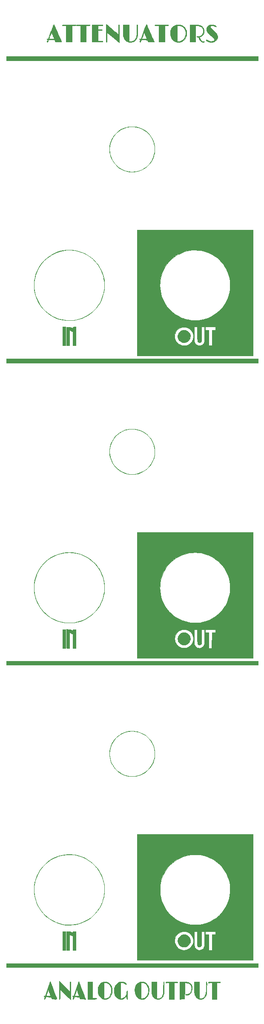
<source format=gbr>
%TF.GenerationSoftware,KiCad,Pcbnew,5.1.6-c6e7f7d~87~ubuntu20.04.1*%
%TF.CreationDate,2020-10-18T19:32:01-04:00*%
%TF.ProjectId,attenuators_panel,61747465-6e75-4617-946f-72735f70616e,rev?*%
%TF.SameCoordinates,Original*%
%TF.FileFunction,Legend,Top*%
%TF.FilePolarity,Positive*%
%FSLAX46Y46*%
G04 Gerber Fmt 4.6, Leading zero omitted, Abs format (unit mm)*
G04 Created by KiCad (PCBNEW 5.1.6-c6e7f7d~87~ubuntu20.04.1) date 2020-10-18 19:32:01*
%MOMM*%
%LPD*%
G01*
G04 APERTURE LIST*
%ADD10C,0.010000*%
G04 APERTURE END LIST*
D10*
%TO.C,G\u002A\u002A\u002A*%
G36*
X170544519Y-75909119D02*
G01*
X170768936Y-75971694D01*
X170981909Y-76078650D01*
X171177726Y-76229861D01*
X171253256Y-76306291D01*
X171402882Y-76505183D01*
X171507383Y-76720826D01*
X171566996Y-76947132D01*
X171581959Y-77178015D01*
X171552508Y-77407389D01*
X171478882Y-77629169D01*
X171361317Y-77837267D01*
X171200051Y-78025597D01*
X171185672Y-78039250D01*
X170985372Y-78194705D01*
X170765875Y-78306818D01*
X170533379Y-78373587D01*
X170294084Y-78393009D01*
X170134600Y-78378786D01*
X170076782Y-78365054D01*
X169991982Y-78339807D01*
X169918700Y-78315427D01*
X169696209Y-78213104D01*
X169505996Y-78076469D01*
X169349376Y-77911286D01*
X169227667Y-77723317D01*
X169142184Y-77518326D01*
X169094244Y-77302075D01*
X169085163Y-77080327D01*
X169116257Y-76858846D01*
X169188842Y-76643394D01*
X169304235Y-76439735D01*
X169450700Y-76266384D01*
X169646656Y-76105158D01*
X169859727Y-75988944D01*
X170084203Y-75917618D01*
X170314371Y-75891051D01*
X170544519Y-75909119D01*
G37*
X170544519Y-75909119D02*
X170768936Y-75971694D01*
X170981909Y-76078650D01*
X171177726Y-76229861D01*
X171253256Y-76306291D01*
X171402882Y-76505183D01*
X171507383Y-76720826D01*
X171566996Y-76947132D01*
X171581959Y-77178015D01*
X171552508Y-77407389D01*
X171478882Y-77629169D01*
X171361317Y-77837267D01*
X171200051Y-78025597D01*
X171185672Y-78039250D01*
X170985372Y-78194705D01*
X170765875Y-78306818D01*
X170533379Y-78373587D01*
X170294084Y-78393009D01*
X170134600Y-78378786D01*
X170076782Y-78365054D01*
X169991982Y-78339807D01*
X169918700Y-78315427D01*
X169696209Y-78213104D01*
X169505996Y-78076469D01*
X169349376Y-77911286D01*
X169227667Y-77723317D01*
X169142184Y-77518326D01*
X169094244Y-77302075D01*
X169085163Y-77080327D01*
X169116257Y-76858846D01*
X169188842Y-76643394D01*
X169304235Y-76439735D01*
X169450700Y-76266384D01*
X169646656Y-76105158D01*
X169859727Y-75988944D01*
X170084203Y-75917618D01*
X170314371Y-75891051D01*
X170544519Y-75909119D01*
G36*
X170538595Y-135951742D02*
G01*
X170763997Y-136013369D01*
X170977746Y-136119480D01*
X171173785Y-136270163D01*
X171186868Y-136282556D01*
X171352934Y-136474533D01*
X171475290Y-136686996D01*
X171552344Y-136914560D01*
X171582504Y-137151843D01*
X171564177Y-137393462D01*
X171543464Y-137488011D01*
X171459386Y-137713035D01*
X171332789Y-137917284D01*
X171169638Y-138095142D01*
X170975901Y-138240994D01*
X170757543Y-138349222D01*
X170569498Y-138404865D01*
X170448454Y-138427309D01*
X170347748Y-138436052D01*
X170244528Y-138431499D01*
X170115943Y-138414050D01*
X170109200Y-138412969D01*
X170016752Y-138390086D01*
X169902860Y-138350660D01*
X169790522Y-138302755D01*
X169779000Y-138297193D01*
X169570638Y-138169033D01*
X169397977Y-138009776D01*
X169262014Y-137825419D01*
X169163743Y-137621962D01*
X169104160Y-137405402D01*
X169084261Y-137181739D01*
X169105042Y-136956971D01*
X169167497Y-136737096D01*
X169272624Y-136528114D01*
X169421417Y-136336023D01*
X169448800Y-136307800D01*
X169641605Y-136148323D01*
X169853045Y-136032891D01*
X170077062Y-135961591D01*
X170307597Y-135934512D01*
X170538595Y-135951742D01*
G37*
X170538595Y-135951742D02*
X170763997Y-136013369D01*
X170977746Y-136119480D01*
X171173785Y-136270163D01*
X171186868Y-136282556D01*
X171352934Y-136474533D01*
X171475290Y-136686996D01*
X171552344Y-136914560D01*
X171582504Y-137151843D01*
X171564177Y-137393462D01*
X171543464Y-137488011D01*
X171459386Y-137713035D01*
X171332789Y-137917284D01*
X171169638Y-138095142D01*
X170975901Y-138240994D01*
X170757543Y-138349222D01*
X170569498Y-138404865D01*
X170448454Y-138427309D01*
X170347748Y-138436052D01*
X170244528Y-138431499D01*
X170115943Y-138414050D01*
X170109200Y-138412969D01*
X170016752Y-138390086D01*
X169902860Y-138350660D01*
X169790522Y-138302755D01*
X169779000Y-138297193D01*
X169570638Y-138169033D01*
X169397977Y-138009776D01*
X169262014Y-137825419D01*
X169163743Y-137621962D01*
X169104160Y-137405402D01*
X169084261Y-137181739D01*
X169105042Y-136956971D01*
X169167497Y-136737096D01*
X169272624Y-136528114D01*
X169421417Y-136336023D01*
X169448800Y-136307800D01*
X169641605Y-136148323D01*
X169853045Y-136032891D01*
X170077062Y-135961591D01*
X170307597Y-135934512D01*
X170538595Y-135951742D01*
G36*
X170573243Y-195917492D02*
G01*
X170753796Y-195962196D01*
X170775309Y-195970137D01*
X170975770Y-196072407D01*
X171161671Y-196214456D01*
X171323048Y-196386305D01*
X171449939Y-196577975D01*
X171507265Y-196703290D01*
X171548014Y-196850957D01*
X171572318Y-197023577D01*
X171578621Y-197199625D01*
X171565367Y-197357576D01*
X171557467Y-197397686D01*
X171480374Y-197625656D01*
X171361998Y-197835231D01*
X171208543Y-198019888D01*
X171026214Y-198173105D01*
X170821219Y-198288359D01*
X170654908Y-198346334D01*
X170452824Y-198379713D01*
X170240623Y-198381173D01*
X170038978Y-198351269D01*
X169956800Y-198327594D01*
X169717683Y-198221632D01*
X169513118Y-198080914D01*
X169345633Y-197908852D01*
X169217754Y-197708863D01*
X169132011Y-197484360D01*
X169090930Y-197238759D01*
X169087604Y-197153469D01*
X169109601Y-196904147D01*
X169177533Y-196671357D01*
X169287950Y-196459733D01*
X169437398Y-196273909D01*
X169622428Y-196118518D01*
X169839587Y-195998195D01*
X169989094Y-195943162D01*
X170170382Y-195907271D01*
X170371935Y-195898949D01*
X170573243Y-195917492D01*
G37*
X170573243Y-195917492D02*
X170753796Y-195962196D01*
X170775309Y-195970137D01*
X170975770Y-196072407D01*
X171161671Y-196214456D01*
X171323048Y-196386305D01*
X171449939Y-196577975D01*
X171507265Y-196703290D01*
X171548014Y-196850957D01*
X171572318Y-197023577D01*
X171578621Y-197199625D01*
X171565367Y-197357576D01*
X171557467Y-197397686D01*
X171480374Y-197625656D01*
X171361998Y-197835231D01*
X171208543Y-198019888D01*
X171026214Y-198173105D01*
X170821219Y-198288359D01*
X170654908Y-198346334D01*
X170452824Y-198379713D01*
X170240623Y-198381173D01*
X170038978Y-198351269D01*
X169956800Y-198327594D01*
X169717683Y-198221632D01*
X169513118Y-198080914D01*
X169345633Y-197908852D01*
X169217754Y-197708863D01*
X169132011Y-197484360D01*
X169090930Y-197238759D01*
X169087604Y-197153469D01*
X169109601Y-196904147D01*
X169177533Y-196671357D01*
X169287950Y-196459733D01*
X169437398Y-196273909D01*
X169622428Y-196118518D01*
X169839587Y-195998195D01*
X169989094Y-195943162D01*
X170170382Y-195907271D01*
X170371935Y-195898949D01*
X170573243Y-195917492D01*
G36*
X166811827Y-15298745D02*
G01*
X166939152Y-15300271D01*
X167036616Y-15302783D01*
X167108407Y-15306402D01*
X167158713Y-15311251D01*
X167191720Y-15317450D01*
X167211617Y-15325122D01*
X167222591Y-15334387D01*
X167225048Y-15337946D01*
X167235568Y-15377272D01*
X167208144Y-15416577D01*
X167191736Y-15430791D01*
X167160102Y-15451808D01*
X167119237Y-15465923D01*
X167059142Y-15474448D01*
X166969820Y-15478696D01*
X166841273Y-15479981D01*
X166817086Y-15480000D01*
X166502400Y-15480000D01*
X166502400Y-18705800D01*
X165334000Y-18705800D01*
X165334000Y-15473282D01*
X164533900Y-15492700D01*
X164525864Y-15422862D01*
X164530845Y-15365375D01*
X164571051Y-15332989D01*
X164579883Y-15329431D01*
X164617137Y-15324628D01*
X164700211Y-15319937D01*
X164824124Y-15315468D01*
X164983897Y-15311329D01*
X165174549Y-15307629D01*
X165391101Y-15304477D01*
X165628571Y-15301983D01*
X165881980Y-15300256D01*
X165920167Y-15300074D01*
X166208811Y-15298870D01*
X166450844Y-15298166D01*
X166650453Y-15298084D01*
X166811827Y-15298745D01*
G37*
X166811827Y-15298745D02*
X166939152Y-15300271D01*
X167036616Y-15302783D01*
X167108407Y-15306402D01*
X167158713Y-15311251D01*
X167191720Y-15317450D01*
X167211617Y-15325122D01*
X167222591Y-15334387D01*
X167225048Y-15337946D01*
X167235568Y-15377272D01*
X167208144Y-15416577D01*
X167191736Y-15430791D01*
X167160102Y-15451808D01*
X167119237Y-15465923D01*
X167059142Y-15474448D01*
X166969820Y-15478696D01*
X166841273Y-15479981D01*
X166817086Y-15480000D01*
X166502400Y-15480000D01*
X166502400Y-18705800D01*
X165334000Y-18705800D01*
X165334000Y-15473282D01*
X164533900Y-15492700D01*
X164525864Y-15422862D01*
X164530845Y-15365375D01*
X164571051Y-15332989D01*
X164579883Y-15329431D01*
X164617137Y-15324628D01*
X164700211Y-15319937D01*
X164824124Y-15315468D01*
X164983897Y-15311329D01*
X165174549Y-15307629D01*
X165391101Y-15304477D01*
X165628571Y-15301983D01*
X165881980Y-15300256D01*
X165920167Y-15300074D01*
X166208811Y-15298870D01*
X166450844Y-15298166D01*
X166650453Y-15298084D01*
X166811827Y-15298745D01*
G36*
X153350707Y-15302404D02*
G01*
X153565813Y-15303129D01*
X153739286Y-15304538D01*
X153875707Y-15306796D01*
X153979661Y-15310070D01*
X154055728Y-15314523D01*
X154108493Y-15320320D01*
X154142537Y-15327627D01*
X154162444Y-15336609D01*
X154167798Y-15341026D01*
X154193513Y-15394863D01*
X154185663Y-15436276D01*
X154177010Y-15455998D01*
X154163144Y-15470326D01*
X154136970Y-15479932D01*
X154091390Y-15485486D01*
X154019309Y-15487659D01*
X153913630Y-15487123D01*
X153767258Y-15484548D01*
X153691450Y-15483010D01*
X153218200Y-15473321D01*
X153218200Y-16220343D01*
X153587223Y-16213752D01*
X153734783Y-16211835D01*
X153840054Y-16212716D01*
X153911505Y-16217147D01*
X153957607Y-16225884D01*
X153986830Y-16239680D01*
X153999542Y-16250457D01*
X154028006Y-16294548D01*
X154015138Y-16337726D01*
X153998307Y-16354986D01*
X153967714Y-16367506D01*
X153915499Y-16376258D01*
X153833804Y-16382213D01*
X153714770Y-16386344D01*
X153602818Y-16388711D01*
X153218200Y-16395723D01*
X153218200Y-18553400D01*
X153427750Y-18552711D01*
X153556354Y-18549595D01*
X153706655Y-18541971D01*
X153849905Y-18531360D01*
X153874723Y-18529057D01*
X153982134Y-18520312D01*
X154072154Y-18516012D01*
X154131582Y-18516647D01*
X154145809Y-18519010D01*
X154188277Y-18557423D01*
X154192409Y-18613933D01*
X154167375Y-18658673D01*
X154154392Y-18670363D01*
X154135452Y-18679948D01*
X154105788Y-18687634D01*
X154060632Y-18693632D01*
X153995216Y-18698148D01*
X153904771Y-18701390D01*
X153784529Y-18703567D01*
X153629722Y-18704886D01*
X153435582Y-18705556D01*
X153197341Y-18705785D01*
X153087263Y-18705800D01*
X152049800Y-18705800D01*
X152049800Y-15302200D01*
X153089385Y-15302200D01*
X153350707Y-15302404D01*
G37*
X153350707Y-15302404D02*
X153565813Y-15303129D01*
X153739286Y-15304538D01*
X153875707Y-15306796D01*
X153979661Y-15310070D01*
X154055728Y-15314523D01*
X154108493Y-15320320D01*
X154142537Y-15327627D01*
X154162444Y-15336609D01*
X154167798Y-15341026D01*
X154193513Y-15394863D01*
X154185663Y-15436276D01*
X154177010Y-15455998D01*
X154163144Y-15470326D01*
X154136970Y-15479932D01*
X154091390Y-15485486D01*
X154019309Y-15487659D01*
X153913630Y-15487123D01*
X153767258Y-15484548D01*
X153691450Y-15483010D01*
X153218200Y-15473321D01*
X153218200Y-16220343D01*
X153587223Y-16213752D01*
X153734783Y-16211835D01*
X153840054Y-16212716D01*
X153911505Y-16217147D01*
X153957607Y-16225884D01*
X153986830Y-16239680D01*
X153999542Y-16250457D01*
X154028006Y-16294548D01*
X154015138Y-16337726D01*
X153998307Y-16354986D01*
X153967714Y-16367506D01*
X153915499Y-16376258D01*
X153833804Y-16382213D01*
X153714770Y-16386344D01*
X153602818Y-16388711D01*
X153218200Y-16395723D01*
X153218200Y-18553400D01*
X153427750Y-18552711D01*
X153556354Y-18549595D01*
X153706655Y-18541971D01*
X153849905Y-18531360D01*
X153874723Y-18529057D01*
X153982134Y-18520312D01*
X154072154Y-18516012D01*
X154131582Y-18516647D01*
X154145809Y-18519010D01*
X154188277Y-18557423D01*
X154192409Y-18613933D01*
X154167375Y-18658673D01*
X154154392Y-18670363D01*
X154135452Y-18679948D01*
X154105788Y-18687634D01*
X154060632Y-18693632D01*
X153995216Y-18698148D01*
X153904771Y-18701390D01*
X153784529Y-18703567D01*
X153629722Y-18704886D01*
X153435582Y-18705556D01*
X153197341Y-18705785D01*
X153087263Y-18705800D01*
X152049800Y-18705800D01*
X152049800Y-15302200D01*
X153089385Y-15302200D01*
X153350707Y-15302404D01*
G36*
X151190827Y-15298745D02*
G01*
X151318152Y-15300271D01*
X151415616Y-15302783D01*
X151487407Y-15306402D01*
X151537713Y-15311251D01*
X151570720Y-15317450D01*
X151590617Y-15325122D01*
X151601591Y-15334387D01*
X151604048Y-15337946D01*
X151614568Y-15377272D01*
X151587144Y-15416577D01*
X151570736Y-15430791D01*
X151539102Y-15451808D01*
X151498237Y-15465923D01*
X151438142Y-15474448D01*
X151348820Y-15478696D01*
X151220273Y-15479981D01*
X151196086Y-15480000D01*
X150881400Y-15480000D01*
X150881400Y-18705800D01*
X149713000Y-18705800D01*
X149713000Y-15473282D01*
X148912900Y-15492700D01*
X148904864Y-15422862D01*
X148909845Y-15365375D01*
X148950051Y-15332989D01*
X148958883Y-15329431D01*
X148996137Y-15324628D01*
X149079211Y-15319937D01*
X149203124Y-15315468D01*
X149362897Y-15311329D01*
X149553549Y-15307629D01*
X149770101Y-15304477D01*
X150007571Y-15301983D01*
X150260980Y-15300256D01*
X150299167Y-15300074D01*
X150587811Y-15298870D01*
X150829844Y-15298166D01*
X151029453Y-15298084D01*
X151190827Y-15298745D01*
G37*
X151190827Y-15298745D02*
X151318152Y-15300271D01*
X151415616Y-15302783D01*
X151487407Y-15306402D01*
X151537713Y-15311251D01*
X151570720Y-15317450D01*
X151590617Y-15325122D01*
X151601591Y-15334387D01*
X151604048Y-15337946D01*
X151614568Y-15377272D01*
X151587144Y-15416577D01*
X151570736Y-15430791D01*
X151539102Y-15451808D01*
X151498237Y-15465923D01*
X151438142Y-15474448D01*
X151348820Y-15478696D01*
X151220273Y-15479981D01*
X151196086Y-15480000D01*
X150881400Y-15480000D01*
X150881400Y-18705800D01*
X149713000Y-18705800D01*
X149713000Y-15473282D01*
X148912900Y-15492700D01*
X148904864Y-15422862D01*
X148909845Y-15365375D01*
X148950051Y-15332989D01*
X148958883Y-15329431D01*
X148996137Y-15324628D01*
X149079211Y-15319937D01*
X149203124Y-15315468D01*
X149362897Y-15311329D01*
X149553549Y-15307629D01*
X149770101Y-15304477D01*
X150007571Y-15301983D01*
X150260980Y-15300256D01*
X150299167Y-15300074D01*
X150587811Y-15298870D01*
X150829844Y-15298166D01*
X151029453Y-15298084D01*
X151190827Y-15298745D01*
G36*
X148793935Y-15361592D02*
G01*
X148790818Y-15405260D01*
X148765578Y-15437155D01*
X148712258Y-15458922D01*
X148624898Y-15472208D01*
X148497541Y-15478657D01*
X148365146Y-15480000D01*
X148062000Y-15480000D01*
X148062000Y-18705800D01*
X146893600Y-18705800D01*
X146893600Y-15472126D01*
X146501195Y-15487451D01*
X146352031Y-15492942D01*
X146245874Y-15495457D01*
X146174986Y-15494350D01*
X146131628Y-15488979D01*
X146108061Y-15478699D01*
X146096545Y-15462868D01*
X146093155Y-15453515D01*
X146090089Y-15390669D01*
X146130852Y-15345788D01*
X146169036Y-15327852D01*
X146205233Y-15323422D01*
X146287144Y-15319057D01*
X146409687Y-15314864D01*
X146567776Y-15310948D01*
X146756326Y-15307416D01*
X146970254Y-15304374D01*
X147204473Y-15301928D01*
X147453900Y-15300184D01*
X147506419Y-15299923D01*
X148785900Y-15294009D01*
X148793935Y-15361592D01*
G37*
X148793935Y-15361592D02*
X148790818Y-15405260D01*
X148765578Y-15437155D01*
X148712258Y-15458922D01*
X148624898Y-15472208D01*
X148497541Y-15478657D01*
X148365146Y-15480000D01*
X148062000Y-15480000D01*
X148062000Y-18705800D01*
X146893600Y-18705800D01*
X146893600Y-15472126D01*
X146501195Y-15487451D01*
X146352031Y-15492942D01*
X146245874Y-15495457D01*
X146174986Y-15494350D01*
X146131628Y-15488979D01*
X146108061Y-15478699D01*
X146096545Y-15462868D01*
X146093155Y-15453515D01*
X146090089Y-15390669D01*
X146130852Y-15345788D01*
X146169036Y-15327852D01*
X146205233Y-15323422D01*
X146287144Y-15319057D01*
X146409687Y-15314864D01*
X146567776Y-15310948D01*
X146756326Y-15307416D01*
X146970254Y-15304374D01*
X147204473Y-15301928D01*
X147453900Y-15300184D01*
X147506419Y-15299923D01*
X148785900Y-15294009D01*
X148793935Y-15361592D01*
G36*
X162872765Y-15193349D02*
G01*
X162899244Y-15240335D01*
X162910901Y-15266550D01*
X162927751Y-15305974D01*
X162963126Y-15387987D01*
X163015296Y-15508595D01*
X163082526Y-15663801D01*
X163163085Y-15849611D01*
X163255238Y-16062027D01*
X163357255Y-16297055D01*
X163467401Y-16550699D01*
X163583944Y-16818964D01*
X163673235Y-17024425D01*
X163792125Y-17298118D01*
X163904900Y-17558046D01*
X164009950Y-17800480D01*
X164105665Y-18021690D01*
X164190435Y-18217947D01*
X164262652Y-18385520D01*
X164320704Y-18520680D01*
X164362984Y-18619698D01*
X164387880Y-18678844D01*
X164394200Y-18694943D01*
X164369979Y-18698003D01*
X164302025Y-18700190D01*
X164197396Y-18701444D01*
X164063152Y-18701705D01*
X163906352Y-18700914D01*
X163805042Y-18699918D01*
X163215884Y-18693100D01*
X163133635Y-18502600D01*
X163051385Y-18312100D01*
X162446442Y-18297277D01*
X162277127Y-18293215D01*
X162125955Y-18289755D01*
X161999916Y-18287042D01*
X161906000Y-18285223D01*
X161851199Y-18284444D01*
X161839845Y-18284577D01*
X161830248Y-18307357D01*
X161805891Y-18366673D01*
X161771095Y-18451984D01*
X161750519Y-18502600D01*
X161707779Y-18604933D01*
X161676000Y-18669147D01*
X161648149Y-18704627D01*
X161617192Y-18720758D01*
X161582895Y-18726297D01*
X161520708Y-18723381D01*
X161490730Y-18694345D01*
X161487719Y-18686132D01*
X161491650Y-18635588D01*
X161521095Y-18552395D01*
X161563026Y-18464488D01*
X161653555Y-18290806D01*
X161570547Y-18255903D01*
X161486935Y-18210071D01*
X161452861Y-18162298D01*
X161467065Y-18109929D01*
X161489073Y-18083955D01*
X161519392Y-18069601D01*
X161930400Y-18069601D01*
X161943421Y-18082569D01*
X161985299Y-18093047D01*
X162060249Y-18101348D01*
X162172491Y-18107781D01*
X162326241Y-18112659D01*
X162525718Y-18116293D01*
X162571750Y-18116901D01*
X162740530Y-18117208D01*
X162859287Y-18113277D01*
X162927809Y-18105121D01*
X162946400Y-18094771D01*
X162936817Y-18064704D01*
X162910178Y-17996926D01*
X162869650Y-17898694D01*
X162818398Y-17777266D01*
X162759588Y-17639900D01*
X162696385Y-17493856D01*
X162631956Y-17346389D01*
X162569466Y-17204759D01*
X162512080Y-17076224D01*
X162462965Y-16968041D01*
X162425287Y-16887469D01*
X162402210Y-16841766D01*
X162396562Y-16834171D01*
X162384460Y-16860495D01*
X162357704Y-16926686D01*
X162319231Y-17024954D01*
X162271982Y-17147511D01*
X162218895Y-17286567D01*
X162162909Y-17434333D01*
X162106963Y-17583021D01*
X162053997Y-17724840D01*
X162006949Y-17852001D01*
X161968758Y-17956716D01*
X161942365Y-18031196D01*
X161930706Y-18067650D01*
X161930400Y-18069601D01*
X161519392Y-18069601D01*
X161554635Y-18052916D01*
X161631885Y-18050391D01*
X161733425Y-18058100D01*
X162287797Y-16626431D01*
X162387101Y-16370326D01*
X162481148Y-16128455D01*
X162568313Y-15904952D01*
X162646971Y-15703950D01*
X162715497Y-15529584D01*
X162772267Y-15385987D01*
X162815656Y-15277292D01*
X162844039Y-15207634D01*
X162855793Y-15181146D01*
X162855851Y-15181081D01*
X162872765Y-15193349D01*
G37*
X162872765Y-15193349D02*
X162899244Y-15240335D01*
X162910901Y-15266550D01*
X162927751Y-15305974D01*
X162963126Y-15387987D01*
X163015296Y-15508595D01*
X163082526Y-15663801D01*
X163163085Y-15849611D01*
X163255238Y-16062027D01*
X163357255Y-16297055D01*
X163467401Y-16550699D01*
X163583944Y-16818964D01*
X163673235Y-17024425D01*
X163792125Y-17298118D01*
X163904900Y-17558046D01*
X164009950Y-17800480D01*
X164105665Y-18021690D01*
X164190435Y-18217947D01*
X164262652Y-18385520D01*
X164320704Y-18520680D01*
X164362984Y-18619698D01*
X164387880Y-18678844D01*
X164394200Y-18694943D01*
X164369979Y-18698003D01*
X164302025Y-18700190D01*
X164197396Y-18701444D01*
X164063152Y-18701705D01*
X163906352Y-18700914D01*
X163805042Y-18699918D01*
X163215884Y-18693100D01*
X163133635Y-18502600D01*
X163051385Y-18312100D01*
X162446442Y-18297277D01*
X162277127Y-18293215D01*
X162125955Y-18289755D01*
X161999916Y-18287042D01*
X161906000Y-18285223D01*
X161851199Y-18284444D01*
X161839845Y-18284577D01*
X161830248Y-18307357D01*
X161805891Y-18366673D01*
X161771095Y-18451984D01*
X161750519Y-18502600D01*
X161707779Y-18604933D01*
X161676000Y-18669147D01*
X161648149Y-18704627D01*
X161617192Y-18720758D01*
X161582895Y-18726297D01*
X161520708Y-18723381D01*
X161490730Y-18694345D01*
X161487719Y-18686132D01*
X161491650Y-18635588D01*
X161521095Y-18552395D01*
X161563026Y-18464488D01*
X161653555Y-18290806D01*
X161570547Y-18255903D01*
X161486935Y-18210071D01*
X161452861Y-18162298D01*
X161467065Y-18109929D01*
X161489073Y-18083955D01*
X161519392Y-18069601D01*
X161930400Y-18069601D01*
X161943421Y-18082569D01*
X161985299Y-18093047D01*
X162060249Y-18101348D01*
X162172491Y-18107781D01*
X162326241Y-18112659D01*
X162525718Y-18116293D01*
X162571750Y-18116901D01*
X162740530Y-18117208D01*
X162859287Y-18113277D01*
X162927809Y-18105121D01*
X162946400Y-18094771D01*
X162936817Y-18064704D01*
X162910178Y-17996926D01*
X162869650Y-17898694D01*
X162818398Y-17777266D01*
X162759588Y-17639900D01*
X162696385Y-17493856D01*
X162631956Y-17346389D01*
X162569466Y-17204759D01*
X162512080Y-17076224D01*
X162462965Y-16968041D01*
X162425287Y-16887469D01*
X162402210Y-16841766D01*
X162396562Y-16834171D01*
X162384460Y-16860495D01*
X162357704Y-16926686D01*
X162319231Y-17024954D01*
X162271982Y-17147511D01*
X162218895Y-17286567D01*
X162162909Y-17434333D01*
X162106963Y-17583021D01*
X162053997Y-17724840D01*
X162006949Y-17852001D01*
X161968758Y-17956716D01*
X161942365Y-18031196D01*
X161930706Y-18067650D01*
X161930400Y-18069601D01*
X161519392Y-18069601D01*
X161554635Y-18052916D01*
X161631885Y-18050391D01*
X161733425Y-18058100D01*
X162287797Y-16626431D01*
X162387101Y-16370326D01*
X162481148Y-16128455D01*
X162568313Y-15904952D01*
X162646971Y-15703950D01*
X162715497Y-15529584D01*
X162772267Y-15385987D01*
X162815656Y-15277292D01*
X162844039Y-15207634D01*
X162855793Y-15181146D01*
X162855851Y-15181081D01*
X162872765Y-15193349D01*
G36*
X144441937Y-15209149D02*
G01*
X144472843Y-15273140D01*
X144520555Y-15376349D01*
X144583414Y-15515062D01*
X144659763Y-15685564D01*
X144747944Y-15884141D01*
X144846299Y-16107079D01*
X144953171Y-16350665D01*
X145066902Y-16611184D01*
X145149393Y-16800911D01*
X145268743Y-17075828D01*
X145383519Y-17340137D01*
X145491902Y-17589651D01*
X145592073Y-17820187D01*
X145682212Y-18027561D01*
X145760500Y-18207587D01*
X145825119Y-18356080D01*
X145874248Y-18468857D01*
X145906070Y-18541733D01*
X145916112Y-18564595D01*
X145978559Y-18705800D01*
X144791535Y-18705800D01*
X144707639Y-18502600D01*
X144623744Y-18299400D01*
X144120372Y-18294204D01*
X143957978Y-18292524D01*
X143806240Y-18290948D01*
X143675066Y-18289579D01*
X143574364Y-18288519D01*
X143514040Y-18287874D01*
X143512210Y-18287854D01*
X143407421Y-18286700D01*
X143335975Y-18472711D01*
X143298026Y-18566332D01*
X143262945Y-18643971D01*
X143237407Y-18691010D01*
X143234455Y-18694961D01*
X143187561Y-18722751D01*
X143125940Y-18731044D01*
X143077531Y-18716456D01*
X143075133Y-18714266D01*
X143058751Y-18664259D01*
X143078715Y-18582204D01*
X143134400Y-18468411D01*
X143174853Y-18392875D01*
X143202484Y-18333902D01*
X143210600Y-18308280D01*
X143189650Y-18282383D01*
X143138211Y-18251488D01*
X143128069Y-18246833D01*
X143059525Y-18199650D01*
X143035929Y-18142098D01*
X143060111Y-18081207D01*
X143060997Y-18080129D01*
X143100657Y-18055097D01*
X143167569Y-18052933D01*
X143198166Y-18056812D01*
X143302944Y-18072524D01*
X143306579Y-18063116D01*
X143497109Y-18063116D01*
X143510384Y-18083311D01*
X143569896Y-18097020D01*
X143633844Y-18102763D01*
X143735141Y-18107723D01*
X143857799Y-18111671D01*
X143992469Y-18114553D01*
X144129806Y-18116316D01*
X144260462Y-18116906D01*
X144375091Y-18116270D01*
X144464346Y-18114353D01*
X144518881Y-18111102D01*
X144531400Y-18107914D01*
X144521592Y-18078433D01*
X144494339Y-18010926D01*
X144452896Y-17912729D01*
X144400520Y-17791178D01*
X144340466Y-17653608D01*
X144275989Y-17507354D01*
X144210347Y-17359752D01*
X144146793Y-17218137D01*
X144088586Y-17089844D01*
X144038979Y-16982210D01*
X144001228Y-16902569D01*
X143978591Y-16858256D01*
X143973789Y-16851600D01*
X143965389Y-16862696D01*
X143948497Y-16897943D01*
X143921957Y-16960278D01*
X143884614Y-17052640D01*
X143835311Y-17177965D01*
X143772893Y-17339192D01*
X143696204Y-17539258D01*
X143604088Y-17781100D01*
X143497109Y-18063116D01*
X143306579Y-18063116D01*
X143858405Y-16635135D01*
X143957733Y-16378595D01*
X144051876Y-16136401D01*
X144139211Y-15912665D01*
X144218116Y-15711501D01*
X144286966Y-15537021D01*
X144344139Y-15393338D01*
X144388012Y-15284565D01*
X144416961Y-15214814D01*
X144429364Y-15188198D01*
X144429494Y-15188088D01*
X144441937Y-15209149D01*
G37*
X144441937Y-15209149D02*
X144472843Y-15273140D01*
X144520555Y-15376349D01*
X144583414Y-15515062D01*
X144659763Y-15685564D01*
X144747944Y-15884141D01*
X144846299Y-16107079D01*
X144953171Y-16350665D01*
X145066902Y-16611184D01*
X145149393Y-16800911D01*
X145268743Y-17075828D01*
X145383519Y-17340137D01*
X145491902Y-17589651D01*
X145592073Y-17820187D01*
X145682212Y-18027561D01*
X145760500Y-18207587D01*
X145825119Y-18356080D01*
X145874248Y-18468857D01*
X145906070Y-18541733D01*
X145916112Y-18564595D01*
X145978559Y-18705800D01*
X144791535Y-18705800D01*
X144707639Y-18502600D01*
X144623744Y-18299400D01*
X144120372Y-18294204D01*
X143957978Y-18292524D01*
X143806240Y-18290948D01*
X143675066Y-18289579D01*
X143574364Y-18288519D01*
X143514040Y-18287874D01*
X143512210Y-18287854D01*
X143407421Y-18286700D01*
X143335975Y-18472711D01*
X143298026Y-18566332D01*
X143262945Y-18643971D01*
X143237407Y-18691010D01*
X143234455Y-18694961D01*
X143187561Y-18722751D01*
X143125940Y-18731044D01*
X143077531Y-18716456D01*
X143075133Y-18714266D01*
X143058751Y-18664259D01*
X143078715Y-18582204D01*
X143134400Y-18468411D01*
X143174853Y-18392875D01*
X143202484Y-18333902D01*
X143210600Y-18308280D01*
X143189650Y-18282383D01*
X143138211Y-18251488D01*
X143128069Y-18246833D01*
X143059525Y-18199650D01*
X143035929Y-18142098D01*
X143060111Y-18081207D01*
X143060997Y-18080129D01*
X143100657Y-18055097D01*
X143167569Y-18052933D01*
X143198166Y-18056812D01*
X143302944Y-18072524D01*
X143306579Y-18063116D01*
X143497109Y-18063116D01*
X143510384Y-18083311D01*
X143569896Y-18097020D01*
X143633844Y-18102763D01*
X143735141Y-18107723D01*
X143857799Y-18111671D01*
X143992469Y-18114553D01*
X144129806Y-18116316D01*
X144260462Y-18116906D01*
X144375091Y-18116270D01*
X144464346Y-18114353D01*
X144518881Y-18111102D01*
X144531400Y-18107914D01*
X144521592Y-18078433D01*
X144494339Y-18010926D01*
X144452896Y-17912729D01*
X144400520Y-17791178D01*
X144340466Y-17653608D01*
X144275989Y-17507354D01*
X144210347Y-17359752D01*
X144146793Y-17218137D01*
X144088586Y-17089844D01*
X144038979Y-16982210D01*
X144001228Y-16902569D01*
X143978591Y-16858256D01*
X143973789Y-16851600D01*
X143965389Y-16862696D01*
X143948497Y-16897943D01*
X143921957Y-16960278D01*
X143884614Y-17052640D01*
X143835311Y-17177965D01*
X143772893Y-17339192D01*
X143696204Y-17539258D01*
X143604088Y-17781100D01*
X143497109Y-18063116D01*
X143306579Y-18063116D01*
X143858405Y-16635135D01*
X143957733Y-16378595D01*
X144051876Y-16136401D01*
X144139211Y-15912665D01*
X144218116Y-15711501D01*
X144286966Y-15537021D01*
X144344139Y-15393338D01*
X144388012Y-15284565D01*
X144416961Y-15214814D01*
X144429364Y-15188198D01*
X144429494Y-15188088D01*
X144441937Y-15209149D01*
G36*
X176045108Y-15280707D02*
G01*
X176211758Y-15307225D01*
X176366822Y-15347102D01*
X176503385Y-15398311D01*
X176614532Y-15458826D01*
X176693348Y-15526619D01*
X176732918Y-15599663D01*
X176734093Y-15650201D01*
X176705395Y-15693489D01*
X176647624Y-15702393D01*
X176568559Y-15677491D01*
X176493371Y-15632306D01*
X176361313Y-15554985D01*
X176210438Y-15494825D01*
X176053805Y-15454668D01*
X175904471Y-15437353D01*
X175775494Y-15445723D01*
X175715908Y-15463152D01*
X175616439Y-15525043D01*
X175562774Y-15606457D01*
X175555256Y-15704250D01*
X175594225Y-15815279D01*
X175666267Y-15920265D01*
X175717344Y-15975700D01*
X175797971Y-16056063D01*
X175899379Y-16152930D01*
X176012801Y-16257877D01*
X176090900Y-16328293D01*
X176331521Y-16550662D01*
X176529900Y-16751409D01*
X176688400Y-16933218D01*
X176809383Y-17098776D01*
X176885727Y-17231208D01*
X176928027Y-17318822D01*
X176955283Y-17387677D01*
X176970796Y-17453801D01*
X176977866Y-17533223D01*
X176979793Y-17641969D01*
X176979863Y-17688408D01*
X176978664Y-17813428D01*
X176973130Y-17903418D01*
X176960419Y-17974127D01*
X176937685Y-18041303D01*
X176902084Y-18120695D01*
X176901621Y-18121672D01*
X176784879Y-18309986D01*
X176628623Y-18470653D01*
X176438459Y-18599361D01*
X176219996Y-18691798D01*
X176126636Y-18717489D01*
X175975745Y-18741476D01*
X175796689Y-18752197D01*
X175610350Y-18749615D01*
X175437610Y-18733693D01*
X175354300Y-18718869D01*
X175204459Y-18676872D01*
X175060071Y-18620423D01*
X174930266Y-18554668D01*
X174824174Y-18484756D01*
X174750927Y-18415832D01*
X174721363Y-18362078D01*
X174716329Y-18283169D01*
X174744793Y-18237265D01*
X174800583Y-18225637D01*
X174877524Y-18249559D01*
X174969446Y-18310302D01*
X174970064Y-18310808D01*
X175168636Y-18441133D01*
X175392053Y-18528282D01*
X175636701Y-18571158D01*
X175835872Y-18573391D01*
X176021125Y-18549043D01*
X176163774Y-18498916D01*
X176263305Y-18423363D01*
X176319208Y-18322742D01*
X176332200Y-18229066D01*
X176325171Y-18161976D01*
X176301531Y-18093534D01*
X176257451Y-18019136D01*
X176189100Y-17934177D01*
X176092648Y-17834053D01*
X175964266Y-17714157D01*
X175800124Y-17569887D01*
X175743609Y-17521398D01*
X175606281Y-17402867D01*
X175472646Y-17285336D01*
X175350850Y-17176133D01*
X175249040Y-17082588D01*
X175175363Y-17012029D01*
X175158987Y-16995429D01*
X175002646Y-16804368D01*
X174890754Y-16605737D01*
X174822212Y-16404366D01*
X174795921Y-16205080D01*
X174810779Y-16012709D01*
X174865688Y-15832080D01*
X174959549Y-15668021D01*
X175091260Y-15525359D01*
X175259724Y-15408924D01*
X175463839Y-15323543D01*
X175544800Y-15301582D01*
X175704714Y-15275859D01*
X175873788Y-15269576D01*
X176045108Y-15280707D01*
G37*
X176045108Y-15280707D02*
X176211758Y-15307225D01*
X176366822Y-15347102D01*
X176503385Y-15398311D01*
X176614532Y-15458826D01*
X176693348Y-15526619D01*
X176732918Y-15599663D01*
X176734093Y-15650201D01*
X176705395Y-15693489D01*
X176647624Y-15702393D01*
X176568559Y-15677491D01*
X176493371Y-15632306D01*
X176361313Y-15554985D01*
X176210438Y-15494825D01*
X176053805Y-15454668D01*
X175904471Y-15437353D01*
X175775494Y-15445723D01*
X175715908Y-15463152D01*
X175616439Y-15525043D01*
X175562774Y-15606457D01*
X175555256Y-15704250D01*
X175594225Y-15815279D01*
X175666267Y-15920265D01*
X175717344Y-15975700D01*
X175797971Y-16056063D01*
X175899379Y-16152930D01*
X176012801Y-16257877D01*
X176090900Y-16328293D01*
X176331521Y-16550662D01*
X176529900Y-16751409D01*
X176688400Y-16933218D01*
X176809383Y-17098776D01*
X176885727Y-17231208D01*
X176928027Y-17318822D01*
X176955283Y-17387677D01*
X176970796Y-17453801D01*
X176977866Y-17533223D01*
X176979793Y-17641969D01*
X176979863Y-17688408D01*
X176978664Y-17813428D01*
X176973130Y-17903418D01*
X176960419Y-17974127D01*
X176937685Y-18041303D01*
X176902084Y-18120695D01*
X176901621Y-18121672D01*
X176784879Y-18309986D01*
X176628623Y-18470653D01*
X176438459Y-18599361D01*
X176219996Y-18691798D01*
X176126636Y-18717489D01*
X175975745Y-18741476D01*
X175796689Y-18752197D01*
X175610350Y-18749615D01*
X175437610Y-18733693D01*
X175354300Y-18718869D01*
X175204459Y-18676872D01*
X175060071Y-18620423D01*
X174930266Y-18554668D01*
X174824174Y-18484756D01*
X174750927Y-18415832D01*
X174721363Y-18362078D01*
X174716329Y-18283169D01*
X174744793Y-18237265D01*
X174800583Y-18225637D01*
X174877524Y-18249559D01*
X174969446Y-18310302D01*
X174970064Y-18310808D01*
X175168636Y-18441133D01*
X175392053Y-18528282D01*
X175636701Y-18571158D01*
X175835872Y-18573391D01*
X176021125Y-18549043D01*
X176163774Y-18498916D01*
X176263305Y-18423363D01*
X176319208Y-18322742D01*
X176332200Y-18229066D01*
X176325171Y-18161976D01*
X176301531Y-18093534D01*
X176257451Y-18019136D01*
X176189100Y-17934177D01*
X176092648Y-17834053D01*
X175964266Y-17714157D01*
X175800124Y-17569887D01*
X175743609Y-17521398D01*
X175606281Y-17402867D01*
X175472646Y-17285336D01*
X175350850Y-17176133D01*
X175249040Y-17082588D01*
X175175363Y-17012029D01*
X175158987Y-16995429D01*
X175002646Y-16804368D01*
X174890754Y-16605737D01*
X174822212Y-16404366D01*
X174795921Y-16205080D01*
X174810779Y-16012709D01*
X174865688Y-15832080D01*
X174959549Y-15668021D01*
X175091260Y-15525359D01*
X175259724Y-15408924D01*
X175463839Y-15323543D01*
X175544800Y-15301582D01*
X175704714Y-15275859D01*
X175873788Y-15269576D01*
X176045108Y-15280707D01*
G36*
X172363450Y-15308620D02*
G01*
X172600376Y-15312265D01*
X172792862Y-15315983D01*
X172947265Y-15320170D01*
X173069945Y-15325224D01*
X173167260Y-15331541D01*
X173245567Y-15339518D01*
X173311226Y-15349551D01*
X173370594Y-15362037D01*
X173419442Y-15374491D01*
X173629723Y-15444801D01*
X173805689Y-15535857D01*
X173962257Y-15655882D01*
X174007650Y-15698744D01*
X174154846Y-15876525D01*
X174258958Y-16072815D01*
X174321398Y-16281616D01*
X174343578Y-16496929D01*
X174326914Y-16712757D01*
X174272817Y-16923101D01*
X174182700Y-17121965D01*
X174057977Y-17303349D01*
X173900062Y-17461257D01*
X173710366Y-17589689D01*
X173544550Y-17664354D01*
X173464411Y-17694190D01*
X173407348Y-17716833D01*
X173385800Y-17727326D01*
X173393348Y-17752138D01*
X173412881Y-17810842D01*
X173433243Y-17870544D01*
X173517922Y-18077242D01*
X173618642Y-18256450D01*
X173730667Y-18401498D01*
X173849259Y-18505720D01*
X173908985Y-18540176D01*
X173990009Y-18566281D01*
X174095642Y-18575888D01*
X174181026Y-18574342D01*
X174275400Y-18570862D01*
X174329951Y-18573234D01*
X174355588Y-18584714D01*
X174363222Y-18608557D01*
X174363700Y-18628849D01*
X174341149Y-18687320D01*
X174280070Y-18729076D01*
X174190322Y-18752872D01*
X174081763Y-18757462D01*
X173964252Y-18741602D01*
X173847647Y-18704046D01*
X173830300Y-18696209D01*
X173700849Y-18620143D01*
X173586223Y-18518423D01*
X173481550Y-18384824D01*
X173381959Y-18213122D01*
X173282578Y-17997095D01*
X173282022Y-17995771D01*
X173190945Y-17778700D01*
X173058326Y-17765158D01*
X172958607Y-17745826D01*
X172901211Y-17709564D01*
X172879047Y-17651223D01*
X172878188Y-17634361D01*
X172888789Y-17602239D01*
X172925589Y-17579512D01*
X172995067Y-17564630D01*
X173103700Y-17556045D01*
X173219526Y-17552727D01*
X173340817Y-17548466D01*
X173430044Y-17537815D01*
X173505876Y-17516973D01*
X173586981Y-17482140D01*
X173601990Y-17474870D01*
X173791006Y-17355578D01*
X173944471Y-17202193D01*
X174060005Y-17019096D01*
X174135231Y-16810669D01*
X174167769Y-16581292D01*
X174165872Y-16436289D01*
X174127892Y-16217925D01*
X174046985Y-16024293D01*
X173925548Y-15857180D01*
X173765977Y-15718374D01*
X173570668Y-15609662D01*
X173342017Y-15532830D01*
X173082421Y-15489666D01*
X172884150Y-15480441D01*
X172649200Y-15480000D01*
X172649200Y-18705800D01*
X171506200Y-18705800D01*
X171506200Y-15296346D01*
X172363450Y-15308620D01*
G37*
X172363450Y-15308620D02*
X172600376Y-15312265D01*
X172792862Y-15315983D01*
X172947265Y-15320170D01*
X173069945Y-15325224D01*
X173167260Y-15331541D01*
X173245567Y-15339518D01*
X173311226Y-15349551D01*
X173370594Y-15362037D01*
X173419442Y-15374491D01*
X173629723Y-15444801D01*
X173805689Y-15535857D01*
X173962257Y-15655882D01*
X174007650Y-15698744D01*
X174154846Y-15876525D01*
X174258958Y-16072815D01*
X174321398Y-16281616D01*
X174343578Y-16496929D01*
X174326914Y-16712757D01*
X174272817Y-16923101D01*
X174182700Y-17121965D01*
X174057977Y-17303349D01*
X173900062Y-17461257D01*
X173710366Y-17589689D01*
X173544550Y-17664354D01*
X173464411Y-17694190D01*
X173407348Y-17716833D01*
X173385800Y-17727326D01*
X173393348Y-17752138D01*
X173412881Y-17810842D01*
X173433243Y-17870544D01*
X173517922Y-18077242D01*
X173618642Y-18256450D01*
X173730667Y-18401498D01*
X173849259Y-18505720D01*
X173908985Y-18540176D01*
X173990009Y-18566281D01*
X174095642Y-18575888D01*
X174181026Y-18574342D01*
X174275400Y-18570862D01*
X174329951Y-18573234D01*
X174355588Y-18584714D01*
X174363222Y-18608557D01*
X174363700Y-18628849D01*
X174341149Y-18687320D01*
X174280070Y-18729076D01*
X174190322Y-18752872D01*
X174081763Y-18757462D01*
X173964252Y-18741602D01*
X173847647Y-18704046D01*
X173830300Y-18696209D01*
X173700849Y-18620143D01*
X173586223Y-18518423D01*
X173481550Y-18384824D01*
X173381959Y-18213122D01*
X173282578Y-17997095D01*
X173282022Y-17995771D01*
X173190945Y-17778700D01*
X173058326Y-17765158D01*
X172958607Y-17745826D01*
X172901211Y-17709564D01*
X172879047Y-17651223D01*
X172878188Y-17634361D01*
X172888789Y-17602239D01*
X172925589Y-17579512D01*
X172995067Y-17564630D01*
X173103700Y-17556045D01*
X173219526Y-17552727D01*
X173340817Y-17548466D01*
X173430044Y-17537815D01*
X173505876Y-17516973D01*
X173586981Y-17482140D01*
X173601990Y-17474870D01*
X173791006Y-17355578D01*
X173944471Y-17202193D01*
X174060005Y-17019096D01*
X174135231Y-16810669D01*
X174167769Y-16581292D01*
X174165872Y-16436289D01*
X174127892Y-16217925D01*
X174046985Y-16024293D01*
X173925548Y-15857180D01*
X173765977Y-15718374D01*
X173570668Y-15609662D01*
X173342017Y-15532830D01*
X173082421Y-15489666D01*
X172884150Y-15480441D01*
X172649200Y-15480000D01*
X172649200Y-18705800D01*
X171506200Y-18705800D01*
X171506200Y-15296346D01*
X172363450Y-15308620D01*
G36*
X169527889Y-15292706D02*
G01*
X169800697Y-15361343D01*
X170048672Y-15472732D01*
X170269160Y-15624799D01*
X170459511Y-15815471D01*
X170617071Y-16042675D01*
X170739189Y-16304339D01*
X170798417Y-16492354D01*
X170833325Y-16681638D01*
X170849799Y-16899031D01*
X170847870Y-17125321D01*
X170827571Y-17341292D01*
X170796706Y-17499300D01*
X170699315Y-17785938D01*
X170565098Y-18039734D01*
X170396778Y-18258551D01*
X170197080Y-18440249D01*
X169968726Y-18582694D01*
X169714441Y-18683745D01*
X169436950Y-18741267D01*
X169197086Y-18754483D01*
X169069272Y-18749520D01*
X168940690Y-18738137D01*
X168833310Y-18722469D01*
X168805072Y-18716432D01*
X168606430Y-18649196D01*
X168403228Y-18546480D01*
X168213201Y-18418452D01*
X168077200Y-18299250D01*
X167895771Y-18088498D01*
X167757267Y-17862401D01*
X167659257Y-17615045D01*
X167599314Y-17340518D01*
X167576432Y-17080200D01*
X167575252Y-16844969D01*
X167593034Y-16643494D01*
X167632471Y-16461408D01*
X167696254Y-16284342D01*
X167745356Y-16178500D01*
X167897128Y-15925554D01*
X168080759Y-15711624D01*
X168293984Y-15538096D01*
X168437741Y-15459366D01*
X168991600Y-15459366D01*
X168991600Y-18578800D01*
X169210183Y-18578800D01*
X169335605Y-18573761D01*
X169464585Y-18560465D01*
X169571655Y-18541639D01*
X169582802Y-18538885D01*
X169808647Y-18460304D01*
X170010322Y-18345352D01*
X170199352Y-18187266D01*
X170224272Y-18162513D01*
X170394598Y-17962256D01*
X170521815Y-17747229D01*
X170608192Y-17511531D01*
X170655994Y-17249264D01*
X170668000Y-17007909D01*
X170649926Y-16718733D01*
X170594288Y-16459498D01*
X170498960Y-16223748D01*
X170361816Y-16005028D01*
X170320176Y-15951547D01*
X170160347Y-15789046D01*
X169969185Y-15651992D01*
X169757019Y-15544734D01*
X169534175Y-15471617D01*
X169310982Y-15436989D01*
X169112250Y-15443123D01*
X168991600Y-15459366D01*
X168437741Y-15459366D01*
X168534536Y-15406356D01*
X168800148Y-15317790D01*
X169088554Y-15273784D01*
X169232900Y-15268891D01*
X169527889Y-15292706D01*
G37*
X169527889Y-15292706D02*
X169800697Y-15361343D01*
X170048672Y-15472732D01*
X170269160Y-15624799D01*
X170459511Y-15815471D01*
X170617071Y-16042675D01*
X170739189Y-16304339D01*
X170798417Y-16492354D01*
X170833325Y-16681638D01*
X170849799Y-16899031D01*
X170847870Y-17125321D01*
X170827571Y-17341292D01*
X170796706Y-17499300D01*
X170699315Y-17785938D01*
X170565098Y-18039734D01*
X170396778Y-18258551D01*
X170197080Y-18440249D01*
X169968726Y-18582694D01*
X169714441Y-18683745D01*
X169436950Y-18741267D01*
X169197086Y-18754483D01*
X169069272Y-18749520D01*
X168940690Y-18738137D01*
X168833310Y-18722469D01*
X168805072Y-18716432D01*
X168606430Y-18649196D01*
X168403228Y-18546480D01*
X168213201Y-18418452D01*
X168077200Y-18299250D01*
X167895771Y-18088498D01*
X167757267Y-17862401D01*
X167659257Y-17615045D01*
X167599314Y-17340518D01*
X167576432Y-17080200D01*
X167575252Y-16844969D01*
X167593034Y-16643494D01*
X167632471Y-16461408D01*
X167696254Y-16284342D01*
X167745356Y-16178500D01*
X167897128Y-15925554D01*
X168080759Y-15711624D01*
X168293984Y-15538096D01*
X168437741Y-15459366D01*
X168991600Y-15459366D01*
X168991600Y-18578800D01*
X169210183Y-18578800D01*
X169335605Y-18573761D01*
X169464585Y-18560465D01*
X169571655Y-18541639D01*
X169582802Y-18538885D01*
X169808647Y-18460304D01*
X170010322Y-18345352D01*
X170199352Y-18187266D01*
X170224272Y-18162513D01*
X170394598Y-17962256D01*
X170521815Y-17747229D01*
X170608192Y-17511531D01*
X170655994Y-17249264D01*
X170668000Y-17007909D01*
X170649926Y-16718733D01*
X170594288Y-16459498D01*
X170498960Y-16223748D01*
X170361816Y-16005028D01*
X170320176Y-15951547D01*
X170160347Y-15789046D01*
X169969185Y-15651992D01*
X169757019Y-15544734D01*
X169534175Y-15471617D01*
X169310982Y-15436989D01*
X169112250Y-15443123D01*
X168991600Y-15459366D01*
X168437741Y-15459366D01*
X168534536Y-15406356D01*
X168800148Y-15317790D01*
X169088554Y-15273784D01*
X169232900Y-15268891D01*
X169527889Y-15292706D01*
G36*
X161026589Y-15278773D02*
G01*
X161045677Y-15285410D01*
X161060959Y-15302061D01*
X161072834Y-15333298D01*
X161081699Y-15383696D01*
X161087951Y-15457827D01*
X161091987Y-15560265D01*
X161094207Y-15695583D01*
X161095005Y-15868353D01*
X161094781Y-16083150D01*
X161094015Y-16321366D01*
X161092562Y-16549250D01*
X161089964Y-16767351D01*
X161086390Y-16969009D01*
X161082007Y-17147561D01*
X161076982Y-17296347D01*
X161071483Y-17408706D01*
X161065679Y-17477976D01*
X161064747Y-17484525D01*
X160998864Y-17764927D01*
X160895411Y-18016927D01*
X160756888Y-18237526D01*
X160585794Y-18423723D01*
X160384632Y-18572518D01*
X160155900Y-18680910D01*
X160037044Y-18717707D01*
X159905324Y-18740629D01*
X159742941Y-18752054D01*
X159568704Y-18752016D01*
X159401424Y-18740548D01*
X159259912Y-18717683D01*
X159254105Y-18716303D01*
X159018213Y-18633999D01*
X158806837Y-18508766D01*
X158622823Y-18343623D01*
X158469018Y-18141588D01*
X158348269Y-17905678D01*
X158272358Y-17675372D01*
X158260027Y-17623967D01*
X158249878Y-17571678D01*
X158241701Y-17513144D01*
X158235285Y-17443003D01*
X158230420Y-17355893D01*
X158226896Y-17246452D01*
X158224504Y-17109318D01*
X158223032Y-16939130D01*
X158222271Y-16730525D01*
X158222011Y-16478141D01*
X158222000Y-16390336D01*
X158222000Y-15302200D01*
X159365000Y-15302200D01*
X159365000Y-18551098D01*
X159456543Y-18568271D01*
X159572246Y-18578946D01*
X159717627Y-18576663D01*
X159873740Y-18563176D01*
X160021640Y-18540237D01*
X160142380Y-18509600D01*
X160160452Y-18503142D01*
X160316649Y-18420814D01*
X160467954Y-18299098D01*
X160602982Y-18148993D01*
X160710351Y-17981494D01*
X160719876Y-17962699D01*
X160760921Y-17878080D01*
X160795153Y-17801601D01*
X160823224Y-17727712D01*
X160845788Y-17650862D01*
X160863498Y-17565500D01*
X160877006Y-17466076D01*
X160886965Y-17347040D01*
X160894029Y-17202842D01*
X160898850Y-17027931D01*
X160902081Y-16816757D01*
X160904375Y-16563769D01*
X160905611Y-16383773D01*
X160907450Y-16118026D01*
X160909449Y-15898638D01*
X160911999Y-15721168D01*
X160915494Y-15581176D01*
X160920324Y-15474221D01*
X160926883Y-15395862D01*
X160935562Y-15341660D01*
X160946753Y-15307173D01*
X160960850Y-15287961D01*
X160978243Y-15279583D01*
X160999325Y-15277598D01*
X161003300Y-15277577D01*
X161026589Y-15278773D01*
G37*
X161026589Y-15278773D02*
X161045677Y-15285410D01*
X161060959Y-15302061D01*
X161072834Y-15333298D01*
X161081699Y-15383696D01*
X161087951Y-15457827D01*
X161091987Y-15560265D01*
X161094207Y-15695583D01*
X161095005Y-15868353D01*
X161094781Y-16083150D01*
X161094015Y-16321366D01*
X161092562Y-16549250D01*
X161089964Y-16767351D01*
X161086390Y-16969009D01*
X161082007Y-17147561D01*
X161076982Y-17296347D01*
X161071483Y-17408706D01*
X161065679Y-17477976D01*
X161064747Y-17484525D01*
X160998864Y-17764927D01*
X160895411Y-18016927D01*
X160756888Y-18237526D01*
X160585794Y-18423723D01*
X160384632Y-18572518D01*
X160155900Y-18680910D01*
X160037044Y-18717707D01*
X159905324Y-18740629D01*
X159742941Y-18752054D01*
X159568704Y-18752016D01*
X159401424Y-18740548D01*
X159259912Y-18717683D01*
X159254105Y-18716303D01*
X159018213Y-18633999D01*
X158806837Y-18508766D01*
X158622823Y-18343623D01*
X158469018Y-18141588D01*
X158348269Y-17905678D01*
X158272358Y-17675372D01*
X158260027Y-17623967D01*
X158249878Y-17571678D01*
X158241701Y-17513144D01*
X158235285Y-17443003D01*
X158230420Y-17355893D01*
X158226896Y-17246452D01*
X158224504Y-17109318D01*
X158223032Y-16939130D01*
X158222271Y-16730525D01*
X158222011Y-16478141D01*
X158222000Y-16390336D01*
X158222000Y-15302200D01*
X159365000Y-15302200D01*
X159365000Y-18551098D01*
X159456543Y-18568271D01*
X159572246Y-18578946D01*
X159717627Y-18576663D01*
X159873740Y-18563176D01*
X160021640Y-18540237D01*
X160142380Y-18509600D01*
X160160452Y-18503142D01*
X160316649Y-18420814D01*
X160467954Y-18299098D01*
X160602982Y-18148993D01*
X160710351Y-17981494D01*
X160719876Y-17962699D01*
X160760921Y-17878080D01*
X160795153Y-17801601D01*
X160823224Y-17727712D01*
X160845788Y-17650862D01*
X160863498Y-17565500D01*
X160877006Y-17466076D01*
X160886965Y-17347040D01*
X160894029Y-17202842D01*
X160898850Y-17027931D01*
X160902081Y-16816757D01*
X160904375Y-16563769D01*
X160905611Y-16383773D01*
X160907450Y-16118026D01*
X160909449Y-15898638D01*
X160911999Y-15721168D01*
X160915494Y-15581176D01*
X160920324Y-15474221D01*
X160926883Y-15395862D01*
X160935562Y-15341660D01*
X160946753Y-15307173D01*
X160960850Y-15287961D01*
X160978243Y-15279583D01*
X160999325Y-15277598D01*
X161003300Y-15277577D01*
X161026589Y-15278773D01*
G36*
X154874993Y-15195826D02*
G01*
X154930479Y-15240612D01*
X155018098Y-15312690D01*
X155134532Y-15409293D01*
X155276465Y-15527652D01*
X155440577Y-15665000D01*
X155623551Y-15818571D01*
X155822071Y-15985595D01*
X156032816Y-16163307D01*
X156065321Y-16190750D01*
X156278121Y-16370142D01*
X156479645Y-16539437D01*
X156666518Y-16695837D01*
X156835366Y-16836548D01*
X156982814Y-16958772D01*
X157105487Y-17059714D01*
X157200011Y-17136577D01*
X157263010Y-17186565D01*
X157291111Y-17206882D01*
X157292065Y-17207200D01*
X157297490Y-17182503D01*
X157301588Y-17111192D01*
X157304318Y-16997438D01*
X157305635Y-16845411D01*
X157305499Y-16659281D01*
X157303865Y-16443219D01*
X157301688Y-16267997D01*
X157298397Y-16016613D01*
X157296483Y-15811548D01*
X157296039Y-15648339D01*
X157297161Y-15522520D01*
X157299942Y-15429626D01*
X157304477Y-15365194D01*
X157310859Y-15324759D01*
X157319184Y-15303856D01*
X157322109Y-15300698D01*
X157372319Y-15285095D01*
X157428486Y-15297810D01*
X157464135Y-15332502D01*
X157464973Y-15334916D01*
X157466407Y-15364918D01*
X157467385Y-15441500D01*
X157467917Y-15560447D01*
X157468011Y-15717540D01*
X157467677Y-15908563D01*
X157466926Y-16129300D01*
X157465766Y-16375532D01*
X157464207Y-16643044D01*
X157462259Y-16927618D01*
X157460969Y-17096916D01*
X157447300Y-18828132D01*
X156234450Y-17815774D01*
X155021600Y-16803417D01*
X155021600Y-17724354D01*
X155021403Y-17978717D01*
X155020431Y-18186812D01*
X155018107Y-18353172D01*
X155013857Y-18482329D01*
X155007105Y-18578813D01*
X154997277Y-18647158D01*
X154983797Y-18691895D01*
X154966090Y-18717556D01*
X154943581Y-18728673D01*
X154915696Y-18729778D01*
X154894330Y-18727262D01*
X154833408Y-18718500D01*
X154840847Y-16953200D01*
X154842181Y-16658599D01*
X154843628Y-16379202D01*
X154845153Y-16119107D01*
X154846726Y-15882415D01*
X154848312Y-15673226D01*
X154849880Y-15495639D01*
X154851396Y-15353755D01*
X154852829Y-15251674D01*
X154854145Y-15193495D01*
X154854959Y-15181100D01*
X154874993Y-15195826D01*
G37*
X154874993Y-15195826D02*
X154930479Y-15240612D01*
X155018098Y-15312690D01*
X155134532Y-15409293D01*
X155276465Y-15527652D01*
X155440577Y-15665000D01*
X155623551Y-15818571D01*
X155822071Y-15985595D01*
X156032816Y-16163307D01*
X156065321Y-16190750D01*
X156278121Y-16370142D01*
X156479645Y-16539437D01*
X156666518Y-16695837D01*
X156835366Y-16836548D01*
X156982814Y-16958772D01*
X157105487Y-17059714D01*
X157200011Y-17136577D01*
X157263010Y-17186565D01*
X157291111Y-17206882D01*
X157292065Y-17207200D01*
X157297490Y-17182503D01*
X157301588Y-17111192D01*
X157304318Y-16997438D01*
X157305635Y-16845411D01*
X157305499Y-16659281D01*
X157303865Y-16443219D01*
X157301688Y-16267997D01*
X157298397Y-16016613D01*
X157296483Y-15811548D01*
X157296039Y-15648339D01*
X157297161Y-15522520D01*
X157299942Y-15429626D01*
X157304477Y-15365194D01*
X157310859Y-15324759D01*
X157319184Y-15303856D01*
X157322109Y-15300698D01*
X157372319Y-15285095D01*
X157428486Y-15297810D01*
X157464135Y-15332502D01*
X157464973Y-15334916D01*
X157466407Y-15364918D01*
X157467385Y-15441500D01*
X157467917Y-15560447D01*
X157468011Y-15717540D01*
X157467677Y-15908563D01*
X157466926Y-16129300D01*
X157465766Y-16375532D01*
X157464207Y-16643044D01*
X157462259Y-16927618D01*
X157460969Y-17096916D01*
X157447300Y-18828132D01*
X156234450Y-17815774D01*
X155021600Y-16803417D01*
X155021600Y-17724354D01*
X155021403Y-17978717D01*
X155020431Y-18186812D01*
X155018107Y-18353172D01*
X155013857Y-18482329D01*
X155007105Y-18578813D01*
X154997277Y-18647158D01*
X154983797Y-18691895D01*
X154966090Y-18717556D01*
X154943581Y-18728673D01*
X154915696Y-18729778D01*
X154894330Y-18727262D01*
X154833408Y-18718500D01*
X154840847Y-16953200D01*
X154842181Y-16658599D01*
X154843628Y-16379202D01*
X154845153Y-16119107D01*
X154846726Y-15882415D01*
X154848312Y-15673226D01*
X154849880Y-15495639D01*
X154851396Y-15353755D01*
X154852829Y-15251674D01*
X154854145Y-15193495D01*
X154854959Y-15181100D01*
X154874993Y-15195826D01*
G36*
X185019000Y-22388800D02*
G01*
X135006400Y-22388800D01*
X135006400Y-21601400D01*
X185019000Y-21601400D01*
X185019000Y-22388800D01*
G37*
X185019000Y-22388800D02*
X135006400Y-22388800D01*
X135006400Y-21601400D01*
X185019000Y-21601400D01*
X185019000Y-22388800D01*
G36*
X160209294Y-35509078D02*
G01*
X160365625Y-35511608D01*
X160492220Y-35516706D01*
X160599602Y-35525095D01*
X160698298Y-35537498D01*
X160798832Y-35554634D01*
X160859378Y-35566472D01*
X161324778Y-35685146D01*
X161768600Y-35847752D01*
X162188381Y-36051863D01*
X162581655Y-36295052D01*
X162945959Y-36574895D01*
X163278829Y-36888966D01*
X163577801Y-37234838D01*
X163840411Y-37610086D01*
X164064194Y-38012283D01*
X164246686Y-38439004D01*
X164385424Y-38887823D01*
X164429915Y-39081660D01*
X164478146Y-39378718D01*
X164507401Y-39701132D01*
X164517408Y-40032758D01*
X164507898Y-40357449D01*
X164478598Y-40659061D01*
X164458503Y-40785048D01*
X164349272Y-41246835D01*
X164195983Y-41687422D01*
X164001325Y-42104574D01*
X163767992Y-42496056D01*
X163498675Y-42859633D01*
X163196064Y-43193070D01*
X162862853Y-43494131D01*
X162501731Y-43760581D01*
X162115391Y-43990185D01*
X161706524Y-44180708D01*
X161277822Y-44329915D01*
X160831977Y-44435570D01*
X160371679Y-44495438D01*
X159974600Y-44508696D01*
X159834406Y-44505407D01*
X159690945Y-44499019D01*
X159564560Y-44490575D01*
X159500594Y-44484407D01*
X159031154Y-44404433D01*
X158575580Y-44276332D01*
X158137044Y-44101638D01*
X157718714Y-43881886D01*
X157323760Y-43618609D01*
X156955353Y-43313343D01*
X156826533Y-43190186D01*
X156511511Y-42841780D01*
X156234760Y-42461734D01*
X155998403Y-42054095D01*
X155804559Y-41622914D01*
X155655349Y-41172239D01*
X155566697Y-40785048D01*
X155539860Y-40594622D01*
X155521332Y-40369810D01*
X155511428Y-40126390D01*
X155510997Y-40016400D01*
X155544333Y-40016400D01*
X155545043Y-40205431D01*
X155547367Y-40354604D01*
X155552169Y-40474855D01*
X155560310Y-40577120D01*
X155572653Y-40672336D01*
X155590062Y-40771439D01*
X155612572Y-40881482D01*
X155732398Y-41332130D01*
X155896703Y-41771461D01*
X156101558Y-42190428D01*
X156343033Y-42579982D01*
X156362113Y-42607200D01*
X156476538Y-42755627D01*
X156620828Y-42922295D01*
X156784650Y-43096837D01*
X156957666Y-43268886D01*
X157129541Y-43428075D01*
X157289939Y-43564037D01*
X157396052Y-43644224D01*
X157748707Y-43868892D01*
X158121660Y-44062743D01*
X158505488Y-44221978D01*
X158890767Y-44342797D01*
X159268073Y-44421399D01*
X159352300Y-44433052D01*
X159462471Y-44447111D01*
X159559867Y-44460129D01*
X159628723Y-44469979D01*
X159644400Y-44472495D01*
X159711939Y-44478035D01*
X159819167Y-44479750D01*
X159955153Y-44478092D01*
X160108966Y-44473514D01*
X160269674Y-44466466D01*
X160426348Y-44457402D01*
X160568055Y-44446772D01*
X160683865Y-44435028D01*
X160738566Y-44427268D01*
X161200188Y-44323987D01*
X161650590Y-44173022D01*
X162083276Y-43977048D01*
X162491747Y-43738742D01*
X162616200Y-43654040D01*
X162769250Y-43536007D01*
X162940788Y-43387037D01*
X163120142Y-43217790D01*
X163296639Y-43038926D01*
X163459606Y-42861105D01*
X163598372Y-42694986D01*
X163664274Y-42607200D01*
X163871916Y-42281137D01*
X164058545Y-41920245D01*
X164218465Y-41538130D01*
X164345980Y-41148400D01*
X164435203Y-40765700D01*
X164456782Y-40607820D01*
X164472081Y-40413853D01*
X164481087Y-40196570D01*
X164483785Y-39968744D01*
X164480160Y-39743146D01*
X164470198Y-39532549D01*
X164453884Y-39349723D01*
X164436948Y-39235711D01*
X164322893Y-38757582D01*
X164165748Y-38306236D01*
X163965181Y-37881026D01*
X163720859Y-37481307D01*
X163432451Y-37106431D01*
X163228367Y-36883133D01*
X162871811Y-36551594D01*
X162492461Y-36265158D01*
X162091645Y-36024390D01*
X161670692Y-35829856D01*
X161230930Y-35682119D01*
X160773687Y-35581744D01*
X160300291Y-35529297D01*
X160024733Y-35521065D01*
X159749426Y-35526410D01*
X159502561Y-35544835D01*
X159262919Y-35578722D01*
X159009283Y-35630452D01*
X158971300Y-35639289D01*
X158520879Y-35769614D01*
X158096000Y-35942715D01*
X157694621Y-36159773D01*
X157314701Y-36421967D01*
X156954196Y-36730478D01*
X156774200Y-36909111D01*
X156469073Y-37257508D01*
X156209991Y-37621070D01*
X155993291Y-38006153D01*
X155815312Y-38419111D01*
X155696988Y-38778511D01*
X155646328Y-38963154D01*
X155607813Y-39129245D01*
X155579934Y-39289016D01*
X155561183Y-39454701D01*
X155550052Y-39638533D01*
X155545032Y-39852744D01*
X155544333Y-40016400D01*
X155510997Y-40016400D01*
X155510461Y-39880145D01*
X155518745Y-39646853D01*
X155536595Y-39442294D01*
X155539519Y-39419500D01*
X155627313Y-38948069D01*
X155760667Y-38496209D01*
X155937333Y-38066308D01*
X156155067Y-37660750D01*
X156411622Y-37281922D01*
X156704753Y-36932211D01*
X157032212Y-36614002D01*
X157391756Y-36329681D01*
X157781137Y-36081636D01*
X158198109Y-35872251D01*
X158640428Y-35703914D01*
X159105846Y-35579010D01*
X159166021Y-35566472D01*
X159272127Y-35546391D01*
X159370545Y-35531447D01*
X159471800Y-35520916D01*
X159586418Y-35514078D01*
X159724923Y-35510210D01*
X159897841Y-35508589D01*
X160012700Y-35508395D01*
X160209294Y-35509078D01*
G37*
X160209294Y-35509078D02*
X160365625Y-35511608D01*
X160492220Y-35516706D01*
X160599602Y-35525095D01*
X160698298Y-35537498D01*
X160798832Y-35554634D01*
X160859378Y-35566472D01*
X161324778Y-35685146D01*
X161768600Y-35847752D01*
X162188381Y-36051863D01*
X162581655Y-36295052D01*
X162945959Y-36574895D01*
X163278829Y-36888966D01*
X163577801Y-37234838D01*
X163840411Y-37610086D01*
X164064194Y-38012283D01*
X164246686Y-38439004D01*
X164385424Y-38887823D01*
X164429915Y-39081660D01*
X164478146Y-39378718D01*
X164507401Y-39701132D01*
X164517408Y-40032758D01*
X164507898Y-40357449D01*
X164478598Y-40659061D01*
X164458503Y-40785048D01*
X164349272Y-41246835D01*
X164195983Y-41687422D01*
X164001325Y-42104574D01*
X163767992Y-42496056D01*
X163498675Y-42859633D01*
X163196064Y-43193070D01*
X162862853Y-43494131D01*
X162501731Y-43760581D01*
X162115391Y-43990185D01*
X161706524Y-44180708D01*
X161277822Y-44329915D01*
X160831977Y-44435570D01*
X160371679Y-44495438D01*
X159974600Y-44508696D01*
X159834406Y-44505407D01*
X159690945Y-44499019D01*
X159564560Y-44490575D01*
X159500594Y-44484407D01*
X159031154Y-44404433D01*
X158575580Y-44276332D01*
X158137044Y-44101638D01*
X157718714Y-43881886D01*
X157323760Y-43618609D01*
X156955353Y-43313343D01*
X156826533Y-43190186D01*
X156511511Y-42841780D01*
X156234760Y-42461734D01*
X155998403Y-42054095D01*
X155804559Y-41622914D01*
X155655349Y-41172239D01*
X155566697Y-40785048D01*
X155539860Y-40594622D01*
X155521332Y-40369810D01*
X155511428Y-40126390D01*
X155510997Y-40016400D01*
X155544333Y-40016400D01*
X155545043Y-40205431D01*
X155547367Y-40354604D01*
X155552169Y-40474855D01*
X155560310Y-40577120D01*
X155572653Y-40672336D01*
X155590062Y-40771439D01*
X155612572Y-40881482D01*
X155732398Y-41332130D01*
X155896703Y-41771461D01*
X156101558Y-42190428D01*
X156343033Y-42579982D01*
X156362113Y-42607200D01*
X156476538Y-42755627D01*
X156620828Y-42922295D01*
X156784650Y-43096837D01*
X156957666Y-43268886D01*
X157129541Y-43428075D01*
X157289939Y-43564037D01*
X157396052Y-43644224D01*
X157748707Y-43868892D01*
X158121660Y-44062743D01*
X158505488Y-44221978D01*
X158890767Y-44342797D01*
X159268073Y-44421399D01*
X159352300Y-44433052D01*
X159462471Y-44447111D01*
X159559867Y-44460129D01*
X159628723Y-44469979D01*
X159644400Y-44472495D01*
X159711939Y-44478035D01*
X159819167Y-44479750D01*
X159955153Y-44478092D01*
X160108966Y-44473514D01*
X160269674Y-44466466D01*
X160426348Y-44457402D01*
X160568055Y-44446772D01*
X160683865Y-44435028D01*
X160738566Y-44427268D01*
X161200188Y-44323987D01*
X161650590Y-44173022D01*
X162083276Y-43977048D01*
X162491747Y-43738742D01*
X162616200Y-43654040D01*
X162769250Y-43536007D01*
X162940788Y-43387037D01*
X163120142Y-43217790D01*
X163296639Y-43038926D01*
X163459606Y-42861105D01*
X163598372Y-42694986D01*
X163664274Y-42607200D01*
X163871916Y-42281137D01*
X164058545Y-41920245D01*
X164218465Y-41538130D01*
X164345980Y-41148400D01*
X164435203Y-40765700D01*
X164456782Y-40607820D01*
X164472081Y-40413853D01*
X164481087Y-40196570D01*
X164483785Y-39968744D01*
X164480160Y-39743146D01*
X164470198Y-39532549D01*
X164453884Y-39349723D01*
X164436948Y-39235711D01*
X164322893Y-38757582D01*
X164165748Y-38306236D01*
X163965181Y-37881026D01*
X163720859Y-37481307D01*
X163432451Y-37106431D01*
X163228367Y-36883133D01*
X162871811Y-36551594D01*
X162492461Y-36265158D01*
X162091645Y-36024390D01*
X161670692Y-35829856D01*
X161230930Y-35682119D01*
X160773687Y-35581744D01*
X160300291Y-35529297D01*
X160024733Y-35521065D01*
X159749426Y-35526410D01*
X159502561Y-35544835D01*
X159262919Y-35578722D01*
X159009283Y-35630452D01*
X158971300Y-35639289D01*
X158520879Y-35769614D01*
X158096000Y-35942715D01*
X157694621Y-36159773D01*
X157314701Y-36421967D01*
X156954196Y-36730478D01*
X156774200Y-36909111D01*
X156469073Y-37257508D01*
X156209991Y-37621070D01*
X155993291Y-38006153D01*
X155815312Y-38419111D01*
X155696988Y-38778511D01*
X155646328Y-38963154D01*
X155607813Y-39129245D01*
X155579934Y-39289016D01*
X155561183Y-39454701D01*
X155550052Y-39638533D01*
X155545032Y-39852744D01*
X155544333Y-40016400D01*
X155510997Y-40016400D01*
X155510461Y-39880145D01*
X155518745Y-39646853D01*
X155536595Y-39442294D01*
X155539519Y-39419500D01*
X155627313Y-38948069D01*
X155760667Y-38496209D01*
X155937333Y-38066308D01*
X156155067Y-37660750D01*
X156411622Y-37281922D01*
X156704753Y-36932211D01*
X157032212Y-36614002D01*
X157391756Y-36329681D01*
X157781137Y-36081636D01*
X158198109Y-35872251D01*
X158640428Y-35703914D01*
X159105846Y-35579010D01*
X159166021Y-35566472D01*
X159272127Y-35546391D01*
X159370545Y-35531447D01*
X159471800Y-35520916D01*
X159586418Y-35514078D01*
X159724923Y-35510210D01*
X159897841Y-35508589D01*
X160012700Y-35508395D01*
X160209294Y-35509078D01*
G36*
X148057217Y-60014836D02*
G01*
X148583602Y-60069718D01*
X149091154Y-60164075D01*
X149588670Y-60299942D01*
X150084948Y-60479353D01*
X150588785Y-60704343D01*
X150614775Y-60717042D01*
X151131183Y-60998239D01*
X151621364Y-61321616D01*
X152081786Y-61684448D01*
X152508922Y-62084008D01*
X152812536Y-62414543D01*
X153187994Y-62889739D01*
X153518532Y-63388535D01*
X153803759Y-63910083D01*
X154043285Y-64453534D01*
X154236719Y-65018041D01*
X154383672Y-65602754D01*
X154451291Y-65975200D01*
X154469593Y-66125569D01*
X154484785Y-66315020D01*
X154496606Y-66531911D01*
X154504793Y-66764604D01*
X154509087Y-67001458D01*
X154509224Y-67230835D01*
X154504945Y-67441094D01*
X154495987Y-67620597D01*
X154489864Y-67693267D01*
X154406336Y-68277281D01*
X154274667Y-68848450D01*
X154096488Y-69404083D01*
X153873433Y-69941489D01*
X153607135Y-70457976D01*
X153299227Y-70950854D01*
X152951343Y-71417432D01*
X152565114Y-71855018D01*
X152142174Y-72260922D01*
X151684155Y-72632452D01*
X151351300Y-72865533D01*
X151180696Y-72971303D01*
X150976891Y-73087208D01*
X150752825Y-73206700D01*
X150521441Y-73323232D01*
X150295681Y-73430254D01*
X150088486Y-73521219D01*
X149938839Y-73580216D01*
X149407538Y-73750262D01*
X148856027Y-73880184D01*
X148319098Y-73964133D01*
X148198953Y-73974741D01*
X148041466Y-73983592D01*
X147857816Y-73990532D01*
X147659180Y-73995406D01*
X147456735Y-73998062D01*
X147261660Y-73998343D01*
X147085131Y-73996097D01*
X146938326Y-73991168D01*
X146842800Y-73984509D01*
X146261486Y-73901323D01*
X145689113Y-73770665D01*
X145130487Y-73594244D01*
X144590416Y-73373770D01*
X144073705Y-73110953D01*
X143642400Y-72846178D01*
X143402280Y-72680930D01*
X143190652Y-72523546D01*
X142993119Y-72362211D01*
X142795279Y-72185105D01*
X142582735Y-71980413D01*
X142560057Y-71957911D01*
X142151466Y-71517043D01*
X141787004Y-71051011D01*
X141466667Y-70559812D01*
X141190456Y-70043443D01*
X140958367Y-69501899D01*
X140770398Y-68935177D01*
X140626550Y-68343275D01*
X140552741Y-67918300D01*
X140532461Y-67737374D01*
X140517896Y-67518441D01*
X140509047Y-67273968D01*
X140505914Y-67016425D01*
X140506368Y-66970960D01*
X140524297Y-66970960D01*
X140545457Y-67546502D01*
X140613238Y-68114619D01*
X140726649Y-68672698D01*
X140884697Y-69218128D01*
X141086392Y-69748297D01*
X141330743Y-70260592D01*
X141616759Y-70752403D01*
X141943447Y-71221116D01*
X142309818Y-71664120D01*
X142714880Y-72078803D01*
X143157641Y-72462554D01*
X143627026Y-72806006D01*
X144073284Y-73083261D01*
X144528243Y-73320769D01*
X144997993Y-73520687D01*
X145488626Y-73685175D01*
X146006232Y-73816394D01*
X146556900Y-73916501D01*
X146880900Y-73959649D01*
X146960029Y-73965271D01*
X147079577Y-73969171D01*
X147229194Y-73971422D01*
X147398530Y-73972097D01*
X147577235Y-73971270D01*
X147754961Y-73969013D01*
X147921356Y-73965400D01*
X148066073Y-73960504D01*
X148178759Y-73954398D01*
X148227100Y-73950138D01*
X148783467Y-73868317D01*
X149312264Y-73749604D01*
X149823669Y-73591104D01*
X150327859Y-73389922D01*
X150539284Y-73292304D01*
X151060324Y-73014426D01*
X151553462Y-72694926D01*
X152016464Y-72336022D01*
X152447096Y-71939930D01*
X152843123Y-71508868D01*
X153202311Y-71045053D01*
X153522426Y-70550702D01*
X153775587Y-70080876D01*
X154004706Y-69568807D01*
X154187353Y-69058751D01*
X154326415Y-68540705D01*
X154424781Y-68004669D01*
X154462181Y-67702400D01*
X154475393Y-67528021D01*
X154483542Y-67317253D01*
X154486735Y-67084243D01*
X154485081Y-66843137D01*
X154478686Y-66608084D01*
X154467660Y-66393229D01*
X154452110Y-66212720D01*
X154450733Y-66200701D01*
X154356543Y-65609953D01*
X154214525Y-65035412D01*
X154025561Y-64478865D01*
X153790534Y-63942101D01*
X153510328Y-63426910D01*
X153185825Y-62935080D01*
X152817908Y-62468400D01*
X152407461Y-62028660D01*
X152376694Y-61998479D01*
X152166318Y-61798531D01*
X151972750Y-61626993D01*
X151781591Y-61472187D01*
X151578448Y-61322437D01*
X151357352Y-61171640D01*
X150849583Y-60864989D01*
X150323061Y-60605181D01*
X149776776Y-60391842D01*
X149209722Y-60224600D01*
X148620889Y-60103079D01*
X148379500Y-60067250D01*
X148202359Y-60049047D01*
X147989709Y-60035599D01*
X147754386Y-60027004D01*
X147509228Y-60023362D01*
X147267069Y-60024770D01*
X147040748Y-60031327D01*
X146843099Y-60043132D01*
X146728500Y-60054592D01*
X146129698Y-60153615D01*
X145548816Y-60299003D01*
X144987926Y-60489493D01*
X144449100Y-60723822D01*
X143934410Y-61000725D01*
X143445929Y-61318939D01*
X142985729Y-61677201D01*
X142555881Y-62074246D01*
X142158459Y-62508812D01*
X141795535Y-62979634D01*
X141697080Y-63122707D01*
X141484328Y-63466422D01*
X141282061Y-63844088D01*
X141096810Y-64241197D01*
X140935107Y-64643238D01*
X140803483Y-65035700D01*
X140750450Y-65225900D01*
X140625802Y-65808047D01*
X140550748Y-66390604D01*
X140524297Y-66970960D01*
X140506368Y-66970960D01*
X140508497Y-66758282D01*
X140516795Y-66512006D01*
X140530808Y-66290068D01*
X140550538Y-66104937D01*
X140552741Y-66089500D01*
X140664834Y-65482581D01*
X140819458Y-64902743D01*
X141017397Y-64348118D01*
X141259433Y-63816844D01*
X141546351Y-63307056D01*
X141878933Y-62816890D01*
X141987875Y-62673200D01*
X142217981Y-62398201D01*
X142484330Y-62116049D01*
X142775527Y-61837243D01*
X143080183Y-61572284D01*
X143386903Y-61331671D01*
X143624287Y-61164972D01*
X144137529Y-60852795D01*
X144660239Y-60590140D01*
X145194535Y-60376371D01*
X145742531Y-60210851D01*
X146306344Y-60092943D01*
X146888089Y-60022011D01*
X147489881Y-59997418D01*
X147503200Y-59997393D01*
X148057217Y-60014836D01*
G37*
X148057217Y-60014836D02*
X148583602Y-60069718D01*
X149091154Y-60164075D01*
X149588670Y-60299942D01*
X150084948Y-60479353D01*
X150588785Y-60704343D01*
X150614775Y-60717042D01*
X151131183Y-60998239D01*
X151621364Y-61321616D01*
X152081786Y-61684448D01*
X152508922Y-62084008D01*
X152812536Y-62414543D01*
X153187994Y-62889739D01*
X153518532Y-63388535D01*
X153803759Y-63910083D01*
X154043285Y-64453534D01*
X154236719Y-65018041D01*
X154383672Y-65602754D01*
X154451291Y-65975200D01*
X154469593Y-66125569D01*
X154484785Y-66315020D01*
X154496606Y-66531911D01*
X154504793Y-66764604D01*
X154509087Y-67001458D01*
X154509224Y-67230835D01*
X154504945Y-67441094D01*
X154495987Y-67620597D01*
X154489864Y-67693267D01*
X154406336Y-68277281D01*
X154274667Y-68848450D01*
X154096488Y-69404083D01*
X153873433Y-69941489D01*
X153607135Y-70457976D01*
X153299227Y-70950854D01*
X152951343Y-71417432D01*
X152565114Y-71855018D01*
X152142174Y-72260922D01*
X151684155Y-72632452D01*
X151351300Y-72865533D01*
X151180696Y-72971303D01*
X150976891Y-73087208D01*
X150752825Y-73206700D01*
X150521441Y-73323232D01*
X150295681Y-73430254D01*
X150088486Y-73521219D01*
X149938839Y-73580216D01*
X149407538Y-73750262D01*
X148856027Y-73880184D01*
X148319098Y-73964133D01*
X148198953Y-73974741D01*
X148041466Y-73983592D01*
X147857816Y-73990532D01*
X147659180Y-73995406D01*
X147456735Y-73998062D01*
X147261660Y-73998343D01*
X147085131Y-73996097D01*
X146938326Y-73991168D01*
X146842800Y-73984509D01*
X146261486Y-73901323D01*
X145689113Y-73770665D01*
X145130487Y-73594244D01*
X144590416Y-73373770D01*
X144073705Y-73110953D01*
X143642400Y-72846178D01*
X143402280Y-72680930D01*
X143190652Y-72523546D01*
X142993119Y-72362211D01*
X142795279Y-72185105D01*
X142582735Y-71980413D01*
X142560057Y-71957911D01*
X142151466Y-71517043D01*
X141787004Y-71051011D01*
X141466667Y-70559812D01*
X141190456Y-70043443D01*
X140958367Y-69501899D01*
X140770398Y-68935177D01*
X140626550Y-68343275D01*
X140552741Y-67918300D01*
X140532461Y-67737374D01*
X140517896Y-67518441D01*
X140509047Y-67273968D01*
X140505914Y-67016425D01*
X140506368Y-66970960D01*
X140524297Y-66970960D01*
X140545457Y-67546502D01*
X140613238Y-68114619D01*
X140726649Y-68672698D01*
X140884697Y-69218128D01*
X141086392Y-69748297D01*
X141330743Y-70260592D01*
X141616759Y-70752403D01*
X141943447Y-71221116D01*
X142309818Y-71664120D01*
X142714880Y-72078803D01*
X143157641Y-72462554D01*
X143627026Y-72806006D01*
X144073284Y-73083261D01*
X144528243Y-73320769D01*
X144997993Y-73520687D01*
X145488626Y-73685175D01*
X146006232Y-73816394D01*
X146556900Y-73916501D01*
X146880900Y-73959649D01*
X146960029Y-73965271D01*
X147079577Y-73969171D01*
X147229194Y-73971422D01*
X147398530Y-73972097D01*
X147577235Y-73971270D01*
X147754961Y-73969013D01*
X147921356Y-73965400D01*
X148066073Y-73960504D01*
X148178759Y-73954398D01*
X148227100Y-73950138D01*
X148783467Y-73868317D01*
X149312264Y-73749604D01*
X149823669Y-73591104D01*
X150327859Y-73389922D01*
X150539284Y-73292304D01*
X151060324Y-73014426D01*
X151553462Y-72694926D01*
X152016464Y-72336022D01*
X152447096Y-71939930D01*
X152843123Y-71508868D01*
X153202311Y-71045053D01*
X153522426Y-70550702D01*
X153775587Y-70080876D01*
X154004706Y-69568807D01*
X154187353Y-69058751D01*
X154326415Y-68540705D01*
X154424781Y-68004669D01*
X154462181Y-67702400D01*
X154475393Y-67528021D01*
X154483542Y-67317253D01*
X154486735Y-67084243D01*
X154485081Y-66843137D01*
X154478686Y-66608084D01*
X154467660Y-66393229D01*
X154452110Y-66212720D01*
X154450733Y-66200701D01*
X154356543Y-65609953D01*
X154214525Y-65035412D01*
X154025561Y-64478865D01*
X153790534Y-63942101D01*
X153510328Y-63426910D01*
X153185825Y-62935080D01*
X152817908Y-62468400D01*
X152407461Y-62028660D01*
X152376694Y-61998479D01*
X152166318Y-61798531D01*
X151972750Y-61626993D01*
X151781591Y-61472187D01*
X151578448Y-61322437D01*
X151357352Y-61171640D01*
X150849583Y-60864989D01*
X150323061Y-60605181D01*
X149776776Y-60391842D01*
X149209722Y-60224600D01*
X148620889Y-60103079D01*
X148379500Y-60067250D01*
X148202359Y-60049047D01*
X147989709Y-60035599D01*
X147754386Y-60027004D01*
X147509228Y-60023362D01*
X147267069Y-60024770D01*
X147040748Y-60031327D01*
X146843099Y-60043132D01*
X146728500Y-60054592D01*
X146129698Y-60153615D01*
X145548816Y-60299003D01*
X144987926Y-60489493D01*
X144449100Y-60723822D01*
X143934410Y-61000725D01*
X143445929Y-61318939D01*
X142985729Y-61677201D01*
X142555881Y-62074246D01*
X142158459Y-62508812D01*
X141795535Y-62979634D01*
X141697080Y-63122707D01*
X141484328Y-63466422D01*
X141282061Y-63844088D01*
X141096810Y-64241197D01*
X140935107Y-64643238D01*
X140803483Y-65035700D01*
X140750450Y-65225900D01*
X140625802Y-65808047D01*
X140550748Y-66390604D01*
X140524297Y-66970960D01*
X140506368Y-66970960D01*
X140508497Y-66758282D01*
X140516795Y-66512006D01*
X140530808Y-66290068D01*
X140550538Y-66104937D01*
X140552741Y-66089500D01*
X140664834Y-65482581D01*
X140819458Y-64902743D01*
X141017397Y-64348118D01*
X141259433Y-63816844D01*
X141546351Y-63307056D01*
X141878933Y-62816890D01*
X141987875Y-62673200D01*
X142217981Y-62398201D01*
X142484330Y-62116049D01*
X142775527Y-61837243D01*
X143080183Y-61572284D01*
X143386903Y-61331671D01*
X143624287Y-61164972D01*
X144137529Y-60852795D01*
X144660239Y-60590140D01*
X145194535Y-60376371D01*
X145742531Y-60210851D01*
X146306344Y-60092943D01*
X146888089Y-60022011D01*
X147489881Y-59997418D01*
X147503200Y-59997393D01*
X148057217Y-60014836D01*
G36*
X148824000Y-79005400D02*
G01*
X148214400Y-79005400D01*
X148214400Y-76265898D01*
X148121633Y-76189432D01*
X148037506Y-76130162D01*
X147927462Y-76065942D01*
X147809907Y-76006347D01*
X147703250Y-75960948D01*
X147649250Y-75943773D01*
X147579400Y-75926492D01*
X147579400Y-79005400D01*
X146969470Y-79005400D01*
X146982500Y-75284300D01*
X147261900Y-75289356D01*
X147576161Y-75315228D01*
X147866116Y-75380288D01*
X148077462Y-75460097D01*
X148211780Y-75521590D01*
X148227100Y-75284300D01*
X148525550Y-75277143D01*
X148824000Y-75269987D01*
X148824000Y-79005400D01*
G37*
X148824000Y-79005400D02*
X148214400Y-79005400D01*
X148214400Y-76265898D01*
X148121633Y-76189432D01*
X148037506Y-76130162D01*
X147927462Y-76065942D01*
X147809907Y-76006347D01*
X147703250Y-75960948D01*
X147649250Y-75943773D01*
X147579400Y-75926492D01*
X147579400Y-79005400D01*
X146969470Y-79005400D01*
X146982500Y-75284300D01*
X147261900Y-75289356D01*
X147576161Y-75315228D01*
X147866116Y-75380288D01*
X148077462Y-75460097D01*
X148211780Y-75521590D01*
X148227100Y-75284300D01*
X148525550Y-75277143D01*
X148824000Y-75269987D01*
X148824000Y-79005400D01*
G36*
X146792000Y-79005400D02*
G01*
X146207800Y-79005400D01*
X146207800Y-75271600D01*
X146792000Y-75271600D01*
X146792000Y-79005400D01*
G37*
X146792000Y-79005400D02*
X146207800Y-79005400D01*
X146207800Y-75271600D01*
X146792000Y-75271600D01*
X146792000Y-79005400D01*
G36*
X184015700Y-56005700D02*
G01*
X184015700Y-80999300D01*
X172515850Y-81005677D01*
X161016000Y-81012055D01*
X161016000Y-77140786D01*
X168483975Y-77140786D01*
X168504119Y-77438426D01*
X168566799Y-77711920D01*
X168674018Y-77966021D01*
X168827779Y-78205480D01*
X169028934Y-78433906D01*
X169131660Y-78531428D01*
X169237690Y-78623897D01*
X169333944Y-78700344D01*
X169402201Y-78746854D01*
X169565409Y-78828907D01*
X169754687Y-78902669D01*
X169945310Y-78959105D01*
X170036067Y-78978481D01*
X170165675Y-78991769D01*
X170325329Y-78993603D01*
X170495808Y-78984915D01*
X170657889Y-78966634D01*
X170782300Y-78942341D01*
X171053946Y-78847323D01*
X171311095Y-78707784D01*
X171546542Y-78529475D01*
X171753078Y-78318151D01*
X171923498Y-78079562D01*
X171972410Y-77992343D01*
X172064049Y-77798250D01*
X172125782Y-77616857D01*
X172161858Y-77430196D01*
X172176528Y-77220300D01*
X172177353Y-77125800D01*
X172175316Y-76982373D01*
X172169338Y-76874222D01*
X172157297Y-76785857D01*
X172137073Y-76701787D01*
X172106543Y-76606521D01*
X172106055Y-76605100D01*
X172006485Y-76359818D01*
X171884083Y-76146134D01*
X171728086Y-75946300D01*
X171664914Y-75877765D01*
X171433478Y-75665575D01*
X171189778Y-75501967D01*
X170930583Y-75385532D01*
X170652661Y-75314863D01*
X170352779Y-75288551D01*
X170312400Y-75288314D01*
X170018414Y-75313836D01*
X169735840Y-75386584D01*
X169469390Y-75503427D01*
X169223777Y-75661236D01*
X169003713Y-75856879D01*
X168813911Y-76087226D01*
X168659082Y-76349147D01*
X168633347Y-76403679D01*
X168553903Y-76612130D01*
X168505748Y-76824627D01*
X168485271Y-77058988D01*
X168483975Y-77140786D01*
X161016000Y-77140786D01*
X161016000Y-75271600D01*
X172367866Y-75271600D01*
X172375183Y-76751728D01*
X172382500Y-78231857D01*
X172466240Y-78401914D01*
X172589307Y-78598925D01*
X172745474Y-78761531D01*
X172929439Y-78885253D01*
X173132415Y-78964681D01*
X173303232Y-78997729D01*
X173462561Y-78997456D01*
X173628113Y-78965979D01*
X173838429Y-78885970D01*
X174022778Y-78764766D01*
X174176059Y-78607488D01*
X174293172Y-78419259D01*
X174363424Y-78227660D01*
X174371972Y-78187715D01*
X174379198Y-78136081D01*
X174385205Y-78068590D01*
X174390096Y-77981074D01*
X174393973Y-77869364D01*
X174396941Y-77729295D01*
X174399101Y-77556696D01*
X174400558Y-77347402D01*
X174401414Y-77097243D01*
X174401772Y-76802053D01*
X174401800Y-76675963D01*
X174401800Y-75271600D01*
X174579600Y-75271600D01*
X174579600Y-75881200D01*
X175265400Y-75881200D01*
X175265400Y-79005400D01*
X175875000Y-79005400D01*
X175875000Y-75881200D01*
X176560800Y-75881200D01*
X176560800Y-75271600D01*
X174579600Y-75271600D01*
X174401800Y-75271600D01*
X173793427Y-75271600D01*
X173786463Y-76704855D01*
X173784931Y-77010896D01*
X173783441Y-77270241D01*
X173781831Y-77486993D01*
X173779939Y-77665256D01*
X173777605Y-77809134D01*
X173774667Y-77922730D01*
X173770962Y-78010149D01*
X173766330Y-78075492D01*
X173760610Y-78122865D01*
X173753638Y-78156370D01*
X173745254Y-78180112D01*
X173735297Y-78198193D01*
X173727213Y-78209805D01*
X173672220Y-78265423D01*
X173595010Y-78321441D01*
X173562113Y-78340290D01*
X173426100Y-78386327D01*
X173294485Y-78382708D01*
X173171751Y-78330578D01*
X173062383Y-78231079D01*
X173044469Y-78208236D01*
X173033284Y-78192043D01*
X173023789Y-78173095D01*
X173015824Y-78147294D01*
X173009226Y-78110539D01*
X173003833Y-78058732D01*
X172999484Y-77987774D01*
X172996017Y-77893565D01*
X172993271Y-77772007D01*
X172991083Y-77619000D01*
X172989291Y-77430446D01*
X172987734Y-77202244D01*
X172986251Y-76930297D01*
X172985136Y-76704855D01*
X172978172Y-75271600D01*
X172367866Y-75271600D01*
X161016000Y-75271600D01*
X161016000Y-67027337D01*
X165538399Y-67027337D01*
X165539898Y-67254295D01*
X165545820Y-67463300D01*
X165556262Y-67641319D01*
X165563261Y-67715100D01*
X165637175Y-68220779D01*
X165743309Y-68717433D01*
X165878296Y-69190314D01*
X165943030Y-69378963D01*
X166082603Y-69725169D01*
X166255039Y-70088472D01*
X166452680Y-70455330D01*
X166667867Y-70812203D01*
X166892944Y-71145548D01*
X167085565Y-71399350D01*
X167198290Y-71531340D01*
X167339424Y-71684754D01*
X167499357Y-71850124D01*
X167668480Y-72017979D01*
X167837186Y-72178853D01*
X167995864Y-72323275D01*
X168134907Y-72441777D01*
X168178800Y-72476652D01*
X168550532Y-72745492D01*
X168947191Y-72997259D01*
X169356250Y-73224947D01*
X169765181Y-73421550D01*
X170134436Y-73570369D01*
X170558182Y-73706402D01*
X171015043Y-73820960D01*
X171490687Y-73910718D01*
X171772900Y-73950521D01*
X171882462Y-73959398D01*
X172032838Y-73965016D01*
X172214156Y-73967576D01*
X172416548Y-73967281D01*
X172630144Y-73964333D01*
X172845074Y-73958935D01*
X173051470Y-73951289D01*
X173239462Y-73941599D01*
X173399180Y-73930065D01*
X173520755Y-73916891D01*
X173538200Y-73914303D01*
X174129381Y-73796411D01*
X174702090Y-73632345D01*
X175254140Y-73423564D01*
X175783345Y-73171528D01*
X176287521Y-72877695D01*
X176764481Y-72543523D01*
X177212038Y-72170472D01*
X177628008Y-71759999D01*
X178010205Y-71313565D01*
X178356442Y-70832627D01*
X178502326Y-70601385D01*
X178779849Y-70093674D01*
X179015422Y-69559633D01*
X179207532Y-69003685D01*
X179354663Y-68430248D01*
X179455302Y-67843745D01*
X179460357Y-67804000D01*
X179473988Y-67656084D01*
X179483870Y-67469787D01*
X179490001Y-67257388D01*
X179492376Y-67031166D01*
X179490992Y-66803401D01*
X179485845Y-66586372D01*
X179476930Y-66392361D01*
X179464245Y-66233646D01*
X179460840Y-66203800D01*
X179367634Y-65626622D01*
X179231437Y-65072289D01*
X179050000Y-64533299D01*
X178821073Y-64002151D01*
X178767744Y-63892893D01*
X178483114Y-63372707D01*
X178164795Y-62889269D01*
X177810754Y-62440283D01*
X177418959Y-62023450D01*
X176987376Y-61636472D01*
X176513974Y-61277050D01*
X176362635Y-61173680D01*
X175866709Y-60872974D01*
X175350487Y-60617213D01*
X174817273Y-60406528D01*
X174270375Y-60241048D01*
X173713100Y-60120906D01*
X173148754Y-60046231D01*
X172580643Y-60017156D01*
X172012074Y-60033810D01*
X171446354Y-60096325D01*
X170886790Y-60204831D01*
X170336687Y-60359459D01*
X169799353Y-60560340D01*
X169278094Y-60807605D01*
X169131300Y-60887507D01*
X168715190Y-61138385D01*
X168329906Y-61408928D01*
X167961322Y-61709725D01*
X167648705Y-61998949D01*
X167235825Y-62435606D01*
X166865183Y-62899708D01*
X166537702Y-63389382D01*
X166254306Y-63902756D01*
X166015920Y-64437959D01*
X165823467Y-64993117D01*
X165677872Y-65566360D01*
X165580058Y-66155815D01*
X165574666Y-66200701D01*
X165559456Y-66369110D01*
X165548276Y-66571710D01*
X165541224Y-66795464D01*
X165538399Y-67027337D01*
X161016000Y-67027337D01*
X161016000Y-55992944D01*
X184015700Y-56005700D01*
G37*
X184015700Y-56005700D02*
X184015700Y-80999300D01*
X172515850Y-81005677D01*
X161016000Y-81012055D01*
X161016000Y-77140786D01*
X168483975Y-77140786D01*
X168504119Y-77438426D01*
X168566799Y-77711920D01*
X168674018Y-77966021D01*
X168827779Y-78205480D01*
X169028934Y-78433906D01*
X169131660Y-78531428D01*
X169237690Y-78623897D01*
X169333944Y-78700344D01*
X169402201Y-78746854D01*
X169565409Y-78828907D01*
X169754687Y-78902669D01*
X169945310Y-78959105D01*
X170036067Y-78978481D01*
X170165675Y-78991769D01*
X170325329Y-78993603D01*
X170495808Y-78984915D01*
X170657889Y-78966634D01*
X170782300Y-78942341D01*
X171053946Y-78847323D01*
X171311095Y-78707784D01*
X171546542Y-78529475D01*
X171753078Y-78318151D01*
X171923498Y-78079562D01*
X171972410Y-77992343D01*
X172064049Y-77798250D01*
X172125782Y-77616857D01*
X172161858Y-77430196D01*
X172176528Y-77220300D01*
X172177353Y-77125800D01*
X172175316Y-76982373D01*
X172169338Y-76874222D01*
X172157297Y-76785857D01*
X172137073Y-76701787D01*
X172106543Y-76606521D01*
X172106055Y-76605100D01*
X172006485Y-76359818D01*
X171884083Y-76146134D01*
X171728086Y-75946300D01*
X171664914Y-75877765D01*
X171433478Y-75665575D01*
X171189778Y-75501967D01*
X170930583Y-75385532D01*
X170652661Y-75314863D01*
X170352779Y-75288551D01*
X170312400Y-75288314D01*
X170018414Y-75313836D01*
X169735840Y-75386584D01*
X169469390Y-75503427D01*
X169223777Y-75661236D01*
X169003713Y-75856879D01*
X168813911Y-76087226D01*
X168659082Y-76349147D01*
X168633347Y-76403679D01*
X168553903Y-76612130D01*
X168505748Y-76824627D01*
X168485271Y-77058988D01*
X168483975Y-77140786D01*
X161016000Y-77140786D01*
X161016000Y-75271600D01*
X172367866Y-75271600D01*
X172375183Y-76751728D01*
X172382500Y-78231857D01*
X172466240Y-78401914D01*
X172589307Y-78598925D01*
X172745474Y-78761531D01*
X172929439Y-78885253D01*
X173132415Y-78964681D01*
X173303232Y-78997729D01*
X173462561Y-78997456D01*
X173628113Y-78965979D01*
X173838429Y-78885970D01*
X174022778Y-78764766D01*
X174176059Y-78607488D01*
X174293172Y-78419259D01*
X174363424Y-78227660D01*
X174371972Y-78187715D01*
X174379198Y-78136081D01*
X174385205Y-78068590D01*
X174390096Y-77981074D01*
X174393973Y-77869364D01*
X174396941Y-77729295D01*
X174399101Y-77556696D01*
X174400558Y-77347402D01*
X174401414Y-77097243D01*
X174401772Y-76802053D01*
X174401800Y-76675963D01*
X174401800Y-75271600D01*
X174579600Y-75271600D01*
X174579600Y-75881200D01*
X175265400Y-75881200D01*
X175265400Y-79005400D01*
X175875000Y-79005400D01*
X175875000Y-75881200D01*
X176560800Y-75881200D01*
X176560800Y-75271600D01*
X174579600Y-75271600D01*
X174401800Y-75271600D01*
X173793427Y-75271600D01*
X173786463Y-76704855D01*
X173784931Y-77010896D01*
X173783441Y-77270241D01*
X173781831Y-77486993D01*
X173779939Y-77665256D01*
X173777605Y-77809134D01*
X173774667Y-77922730D01*
X173770962Y-78010149D01*
X173766330Y-78075492D01*
X173760610Y-78122865D01*
X173753638Y-78156370D01*
X173745254Y-78180112D01*
X173735297Y-78198193D01*
X173727213Y-78209805D01*
X173672220Y-78265423D01*
X173595010Y-78321441D01*
X173562113Y-78340290D01*
X173426100Y-78386327D01*
X173294485Y-78382708D01*
X173171751Y-78330578D01*
X173062383Y-78231079D01*
X173044469Y-78208236D01*
X173033284Y-78192043D01*
X173023789Y-78173095D01*
X173015824Y-78147294D01*
X173009226Y-78110539D01*
X173003833Y-78058732D01*
X172999484Y-77987774D01*
X172996017Y-77893565D01*
X172993271Y-77772007D01*
X172991083Y-77619000D01*
X172989291Y-77430446D01*
X172987734Y-77202244D01*
X172986251Y-76930297D01*
X172985136Y-76704855D01*
X172978172Y-75271600D01*
X172367866Y-75271600D01*
X161016000Y-75271600D01*
X161016000Y-67027337D01*
X165538399Y-67027337D01*
X165539898Y-67254295D01*
X165545820Y-67463300D01*
X165556262Y-67641319D01*
X165563261Y-67715100D01*
X165637175Y-68220779D01*
X165743309Y-68717433D01*
X165878296Y-69190314D01*
X165943030Y-69378963D01*
X166082603Y-69725169D01*
X166255039Y-70088472D01*
X166452680Y-70455330D01*
X166667867Y-70812203D01*
X166892944Y-71145548D01*
X167085565Y-71399350D01*
X167198290Y-71531340D01*
X167339424Y-71684754D01*
X167499357Y-71850124D01*
X167668480Y-72017979D01*
X167837186Y-72178853D01*
X167995864Y-72323275D01*
X168134907Y-72441777D01*
X168178800Y-72476652D01*
X168550532Y-72745492D01*
X168947191Y-72997259D01*
X169356250Y-73224947D01*
X169765181Y-73421550D01*
X170134436Y-73570369D01*
X170558182Y-73706402D01*
X171015043Y-73820960D01*
X171490687Y-73910718D01*
X171772900Y-73950521D01*
X171882462Y-73959398D01*
X172032838Y-73965016D01*
X172214156Y-73967576D01*
X172416548Y-73967281D01*
X172630144Y-73964333D01*
X172845074Y-73958935D01*
X173051470Y-73951289D01*
X173239462Y-73941599D01*
X173399180Y-73930065D01*
X173520755Y-73916891D01*
X173538200Y-73914303D01*
X174129381Y-73796411D01*
X174702090Y-73632345D01*
X175254140Y-73423564D01*
X175783345Y-73171528D01*
X176287521Y-72877695D01*
X176764481Y-72543523D01*
X177212038Y-72170472D01*
X177628008Y-71759999D01*
X178010205Y-71313565D01*
X178356442Y-70832627D01*
X178502326Y-70601385D01*
X178779849Y-70093674D01*
X179015422Y-69559633D01*
X179207532Y-69003685D01*
X179354663Y-68430248D01*
X179455302Y-67843745D01*
X179460357Y-67804000D01*
X179473988Y-67656084D01*
X179483870Y-67469787D01*
X179490001Y-67257388D01*
X179492376Y-67031166D01*
X179490992Y-66803401D01*
X179485845Y-66586372D01*
X179476930Y-66392361D01*
X179464245Y-66233646D01*
X179460840Y-66203800D01*
X179367634Y-65626622D01*
X179231437Y-65072289D01*
X179050000Y-64533299D01*
X178821073Y-64002151D01*
X178767744Y-63892893D01*
X178483114Y-63372707D01*
X178164795Y-62889269D01*
X177810754Y-62440283D01*
X177418959Y-62023450D01*
X176987376Y-61636472D01*
X176513974Y-61277050D01*
X176362635Y-61173680D01*
X175866709Y-60872974D01*
X175350487Y-60617213D01*
X174817273Y-60406528D01*
X174270375Y-60241048D01*
X173713100Y-60120906D01*
X173148754Y-60046231D01*
X172580643Y-60017156D01*
X172012074Y-60033810D01*
X171446354Y-60096325D01*
X170886790Y-60204831D01*
X170336687Y-60359459D01*
X169799353Y-60560340D01*
X169278094Y-60807605D01*
X169131300Y-60887507D01*
X168715190Y-61138385D01*
X168329906Y-61408928D01*
X167961322Y-61709725D01*
X167648705Y-61998949D01*
X167235825Y-62435606D01*
X166865183Y-62899708D01*
X166537702Y-63389382D01*
X166254306Y-63902756D01*
X166015920Y-64437959D01*
X165823467Y-64993117D01*
X165677872Y-65566360D01*
X165580058Y-66155815D01*
X165574666Y-66200701D01*
X165559456Y-66369110D01*
X165548276Y-66571710D01*
X165541224Y-66795464D01*
X165538399Y-67027337D01*
X161016000Y-67027337D01*
X161016000Y-55992944D01*
X184015700Y-56005700D01*
G36*
X185019000Y-82409000D02*
G01*
X135006400Y-82409000D01*
X135006400Y-81596200D01*
X185019000Y-81596200D01*
X185019000Y-82409000D01*
G37*
X185019000Y-82409000D02*
X135006400Y-82409000D01*
X135006400Y-81596200D01*
X185019000Y-81596200D01*
X185019000Y-82409000D01*
G36*
X160213492Y-95555473D02*
G01*
X160372701Y-95557327D01*
X160499539Y-95561161D01*
X160603215Y-95567587D01*
X160692942Y-95577214D01*
X160777930Y-95590653D01*
X160867390Y-95608512D01*
X160887945Y-95612955D01*
X161363481Y-95741010D01*
X161816032Y-95912083D01*
X162242762Y-96124730D01*
X162640835Y-96377505D01*
X163007416Y-96668963D01*
X163067974Y-96723705D01*
X163393431Y-97057008D01*
X163683616Y-97423101D01*
X163935262Y-97816543D01*
X164145102Y-98231897D01*
X164309872Y-98663722D01*
X164381366Y-98911208D01*
X164470267Y-99355960D01*
X164514100Y-99813058D01*
X164513184Y-100274445D01*
X164467838Y-100732060D01*
X164378383Y-101177844D01*
X164278396Y-101511565D01*
X164099773Y-101950112D01*
X163877298Y-102365305D01*
X163613694Y-102754075D01*
X163311684Y-103113357D01*
X162973988Y-103440082D01*
X162603330Y-103731184D01*
X162202431Y-103983595D01*
X161982169Y-104098905D01*
X161702822Y-104221160D01*
X161395212Y-104330992D01*
X161081607Y-104421209D01*
X160793234Y-104483085D01*
X160605319Y-104509243D01*
X160390506Y-104529041D01*
X160163995Y-104541879D01*
X159940991Y-104547160D01*
X159736695Y-104544283D01*
X159566310Y-104532648D01*
X159558458Y-104531769D01*
X159076409Y-104451745D01*
X158610182Y-104324594D01*
X158162813Y-104151461D01*
X157737342Y-103933492D01*
X157403366Y-103719600D01*
X157136400Y-103511499D01*
X156869525Y-103265969D01*
X156614001Y-102995137D01*
X156381089Y-102711131D01*
X156182049Y-102426080D01*
X156141676Y-102360700D01*
X155923666Y-101949674D01*
X155750582Y-101519158D01*
X155622828Y-101073754D01*
X155540804Y-100618062D01*
X155507279Y-100187071D01*
X155533325Y-100187071D01*
X155568978Y-100643234D01*
X155650234Y-101087896D01*
X155669612Y-101165640D01*
X155810369Y-101610276D01*
X155993899Y-102031641D01*
X156217196Y-102427627D01*
X156477250Y-102796125D01*
X156771055Y-103135028D01*
X157095602Y-103442227D01*
X157447883Y-103715615D01*
X157824890Y-103953082D01*
X158223616Y-104152522D01*
X158641052Y-104311826D01*
X159074190Y-104428886D01*
X159520024Y-104501593D01*
X159975543Y-104527841D01*
X160435458Y-104505751D01*
X160908951Y-104433304D01*
X161363835Y-104315168D01*
X161797711Y-104153665D01*
X162208182Y-103951116D01*
X162592846Y-103709843D01*
X162949307Y-103432166D01*
X163275165Y-103120408D01*
X163568020Y-102776889D01*
X163825474Y-102403931D01*
X164045128Y-102003855D01*
X164224582Y-101578982D01*
X164361439Y-101131634D01*
X164453299Y-100664132D01*
X164460640Y-100610916D01*
X164479687Y-100409391D01*
X164489019Y-100178700D01*
X164488942Y-99934660D01*
X164479760Y-99693087D01*
X164461780Y-99469799D01*
X164435308Y-99280611D01*
X164434884Y-99278311D01*
X164322436Y-98804081D01*
X164165899Y-98353253D01*
X163967289Y-97927897D01*
X163728622Y-97530080D01*
X163451914Y-97161873D01*
X163139179Y-96825343D01*
X162792434Y-96522561D01*
X162413694Y-96255595D01*
X162004974Y-96026515D01*
X161568290Y-95837388D01*
X161105657Y-95690285D01*
X160889000Y-95638232D01*
X160796903Y-95619374D01*
X160711211Y-95605064D01*
X160622691Y-95594692D01*
X160522112Y-95587650D01*
X160400240Y-95583328D01*
X160247843Y-95581117D01*
X160055689Y-95580407D01*
X160012700Y-95580391D01*
X159811697Y-95580879D01*
X159652255Y-95582749D01*
X159525143Y-95586611D01*
X159421128Y-95593073D01*
X159330978Y-95602746D01*
X159245459Y-95616238D01*
X159155340Y-95634160D01*
X159136400Y-95638232D01*
X158666011Y-95764972D01*
X158218670Y-95935172D01*
X157796763Y-96146832D01*
X157402679Y-96397953D01*
X157038809Y-96686535D01*
X156707540Y-97010578D01*
X156411260Y-97368084D01*
X156152360Y-97757051D01*
X155933228Y-98175481D01*
X155837494Y-98399727D01*
X155695359Y-98825734D01*
X155596978Y-99270704D01*
X155542812Y-99727022D01*
X155533325Y-100187071D01*
X155507279Y-100187071D01*
X155504915Y-100156683D01*
X155515562Y-99694217D01*
X155573149Y-99235265D01*
X155678079Y-98784427D01*
X155797603Y-98429518D01*
X155993039Y-97992071D01*
X156229352Y-97583372D01*
X156504293Y-97205317D01*
X156815615Y-96859801D01*
X157161072Y-96548721D01*
X157538417Y-96273972D01*
X157945401Y-96037450D01*
X158379778Y-95841050D01*
X158839301Y-95686670D01*
X159136400Y-95612767D01*
X159228542Y-95593925D01*
X159314320Y-95579628D01*
X159402967Y-95569267D01*
X159503718Y-95562233D01*
X159625809Y-95557917D01*
X159778472Y-95555711D01*
X159970944Y-95555006D01*
X160012700Y-95554991D01*
X160213492Y-95555473D01*
G37*
X160213492Y-95555473D02*
X160372701Y-95557327D01*
X160499539Y-95561161D01*
X160603215Y-95567587D01*
X160692942Y-95577214D01*
X160777930Y-95590653D01*
X160867390Y-95608512D01*
X160887945Y-95612955D01*
X161363481Y-95741010D01*
X161816032Y-95912083D01*
X162242762Y-96124730D01*
X162640835Y-96377505D01*
X163007416Y-96668963D01*
X163067974Y-96723705D01*
X163393431Y-97057008D01*
X163683616Y-97423101D01*
X163935262Y-97816543D01*
X164145102Y-98231897D01*
X164309872Y-98663722D01*
X164381366Y-98911208D01*
X164470267Y-99355960D01*
X164514100Y-99813058D01*
X164513184Y-100274445D01*
X164467838Y-100732060D01*
X164378383Y-101177844D01*
X164278396Y-101511565D01*
X164099773Y-101950112D01*
X163877298Y-102365305D01*
X163613694Y-102754075D01*
X163311684Y-103113357D01*
X162973988Y-103440082D01*
X162603330Y-103731184D01*
X162202431Y-103983595D01*
X161982169Y-104098905D01*
X161702822Y-104221160D01*
X161395212Y-104330992D01*
X161081607Y-104421209D01*
X160793234Y-104483085D01*
X160605319Y-104509243D01*
X160390506Y-104529041D01*
X160163995Y-104541879D01*
X159940991Y-104547160D01*
X159736695Y-104544283D01*
X159566310Y-104532648D01*
X159558458Y-104531769D01*
X159076409Y-104451745D01*
X158610182Y-104324594D01*
X158162813Y-104151461D01*
X157737342Y-103933492D01*
X157403366Y-103719600D01*
X157136400Y-103511499D01*
X156869525Y-103265969D01*
X156614001Y-102995137D01*
X156381089Y-102711131D01*
X156182049Y-102426080D01*
X156141676Y-102360700D01*
X155923666Y-101949674D01*
X155750582Y-101519158D01*
X155622828Y-101073754D01*
X155540804Y-100618062D01*
X155507279Y-100187071D01*
X155533325Y-100187071D01*
X155568978Y-100643234D01*
X155650234Y-101087896D01*
X155669612Y-101165640D01*
X155810369Y-101610276D01*
X155993899Y-102031641D01*
X156217196Y-102427627D01*
X156477250Y-102796125D01*
X156771055Y-103135028D01*
X157095602Y-103442227D01*
X157447883Y-103715615D01*
X157824890Y-103953082D01*
X158223616Y-104152522D01*
X158641052Y-104311826D01*
X159074190Y-104428886D01*
X159520024Y-104501593D01*
X159975543Y-104527841D01*
X160435458Y-104505751D01*
X160908951Y-104433304D01*
X161363835Y-104315168D01*
X161797711Y-104153665D01*
X162208182Y-103951116D01*
X162592846Y-103709843D01*
X162949307Y-103432166D01*
X163275165Y-103120408D01*
X163568020Y-102776889D01*
X163825474Y-102403931D01*
X164045128Y-102003855D01*
X164224582Y-101578982D01*
X164361439Y-101131634D01*
X164453299Y-100664132D01*
X164460640Y-100610916D01*
X164479687Y-100409391D01*
X164489019Y-100178700D01*
X164488942Y-99934660D01*
X164479760Y-99693087D01*
X164461780Y-99469799D01*
X164435308Y-99280611D01*
X164434884Y-99278311D01*
X164322436Y-98804081D01*
X164165899Y-98353253D01*
X163967289Y-97927897D01*
X163728622Y-97530080D01*
X163451914Y-97161873D01*
X163139179Y-96825343D01*
X162792434Y-96522561D01*
X162413694Y-96255595D01*
X162004974Y-96026515D01*
X161568290Y-95837388D01*
X161105657Y-95690285D01*
X160889000Y-95638232D01*
X160796903Y-95619374D01*
X160711211Y-95605064D01*
X160622691Y-95594692D01*
X160522112Y-95587650D01*
X160400240Y-95583328D01*
X160247843Y-95581117D01*
X160055689Y-95580407D01*
X160012700Y-95580391D01*
X159811697Y-95580879D01*
X159652255Y-95582749D01*
X159525143Y-95586611D01*
X159421128Y-95593073D01*
X159330978Y-95602746D01*
X159245459Y-95616238D01*
X159155340Y-95634160D01*
X159136400Y-95638232D01*
X158666011Y-95764972D01*
X158218670Y-95935172D01*
X157796763Y-96146832D01*
X157402679Y-96397953D01*
X157038809Y-96686535D01*
X156707540Y-97010578D01*
X156411260Y-97368084D01*
X156152360Y-97757051D01*
X155933228Y-98175481D01*
X155837494Y-98399727D01*
X155695359Y-98825734D01*
X155596978Y-99270704D01*
X155542812Y-99727022D01*
X155533325Y-100187071D01*
X155507279Y-100187071D01*
X155504915Y-100156683D01*
X155515562Y-99694217D01*
X155573149Y-99235265D01*
X155678079Y-98784427D01*
X155797603Y-98429518D01*
X155993039Y-97992071D01*
X156229352Y-97583372D01*
X156504293Y-97205317D01*
X156815615Y-96859801D01*
X157161072Y-96548721D01*
X157538417Y-96273972D01*
X157945401Y-96037450D01*
X158379778Y-95841050D01*
X158839301Y-95686670D01*
X159136400Y-95612767D01*
X159228542Y-95593925D01*
X159314320Y-95579628D01*
X159402967Y-95569267D01*
X159503718Y-95562233D01*
X159625809Y-95557917D01*
X159778472Y-95555711D01*
X159970944Y-95555006D01*
X160012700Y-95554991D01*
X160213492Y-95555473D01*
G36*
X147930339Y-120046805D02*
G01*
X148209935Y-120064013D01*
X148456352Y-120090466D01*
X148506500Y-120097797D01*
X149110822Y-120215614D01*
X149690983Y-120378017D01*
X150246733Y-120584880D01*
X150777823Y-120836076D01*
X151284000Y-121131480D01*
X151765016Y-121470965D01*
X152220619Y-121854405D01*
X152469911Y-122093657D01*
X152678129Y-122308582D01*
X152857434Y-122507215D01*
X153019509Y-122703800D01*
X153176038Y-122912584D01*
X153338703Y-123147813D01*
X153357529Y-123176000D01*
X153665147Y-123683025D01*
X153926147Y-124210224D01*
X154140505Y-124757531D01*
X154308197Y-125324879D01*
X154429200Y-125912203D01*
X154477992Y-126262100D01*
X154493596Y-126441932D01*
X154503729Y-126656166D01*
X154508559Y-126893190D01*
X154508254Y-127141388D01*
X154502983Y-127389147D01*
X154492913Y-127624852D01*
X154478212Y-127836891D01*
X154459048Y-128013650D01*
X154451977Y-128061006D01*
X154358114Y-128554058D01*
X154241055Y-129013058D01*
X154096522Y-129451098D01*
X153920237Y-129881271D01*
X153727074Y-130279911D01*
X153464924Y-130742611D01*
X153171640Y-131176341D01*
X152841091Y-131589288D01*
X152467146Y-131989637D01*
X152388740Y-132066846D01*
X151939262Y-132470048D01*
X151466879Y-132827966D01*
X150971292Y-133140750D01*
X150452201Y-133408549D01*
X149909308Y-133631513D01*
X149342315Y-133809791D01*
X148750921Y-133943533D01*
X148578180Y-133973464D01*
X148402942Y-133995988D01*
X148189714Y-134014085D01*
X147950321Y-134027532D01*
X147696593Y-134036106D01*
X147440356Y-134039585D01*
X147193439Y-134037746D01*
X146967667Y-134030366D01*
X146774869Y-134017222D01*
X146698079Y-134008872D01*
X146097921Y-133908093D01*
X145515735Y-133760759D01*
X144953502Y-133567967D01*
X144413200Y-133330816D01*
X143896807Y-133050402D01*
X143406303Y-132727824D01*
X142943666Y-132364180D01*
X142510875Y-131960567D01*
X142109909Y-131518082D01*
X142028308Y-131418300D01*
X141704742Y-130977028D01*
X141413183Y-130501239D01*
X141156719Y-129998182D01*
X140938438Y-129475107D01*
X140761430Y-128939263D01*
X140628784Y-128397899D01*
X140556447Y-127963900D01*
X140504013Y-127372004D01*
X140502377Y-127048644D01*
X140523502Y-127048644D01*
X140546770Y-127627148D01*
X140617552Y-128198626D01*
X140735145Y-128760414D01*
X140898844Y-129309848D01*
X141107947Y-129844264D01*
X141361748Y-130360999D01*
X141659546Y-130857387D01*
X142000635Y-131330766D01*
X142384312Y-131778471D01*
X142486150Y-131885402D01*
X142866841Y-132253107D01*
X143253370Y-132577473D01*
X143655527Y-132865805D01*
X144083104Y-133125410D01*
X144312635Y-133248343D01*
X144859910Y-133501858D01*
X145419678Y-133706190D01*
X145992929Y-133861638D01*
X146580654Y-133968500D01*
X146792000Y-133994701D01*
X146916092Y-134003843D01*
X147079956Y-134009430D01*
X147272869Y-134011677D01*
X147484108Y-134010801D01*
X147702949Y-134007015D01*
X147918671Y-134000537D01*
X148120549Y-133991581D01*
X148297862Y-133980362D01*
X148439886Y-133967096D01*
X148488810Y-133960610D01*
X149088517Y-133845422D01*
X149666728Y-133684562D01*
X150222481Y-133478510D01*
X150754811Y-133227751D01*
X151262756Y-132932765D01*
X151745352Y-132594036D01*
X152201637Y-132212046D01*
X152445559Y-131979159D01*
X152853347Y-131536458D01*
X153217554Y-131067920D01*
X153537630Y-130574708D01*
X153813024Y-130057990D01*
X154043183Y-129518929D01*
X154227558Y-128958691D01*
X154365596Y-128378442D01*
X154456746Y-127779345D01*
X154463803Y-127713163D01*
X154475540Y-127550486D01*
X154482228Y-127351231D01*
X154484135Y-127127391D01*
X154481530Y-126890961D01*
X154474683Y-126653935D01*
X154463863Y-126428305D01*
X154449339Y-126226065D01*
X154431379Y-126059211D01*
X154425824Y-126020800D01*
X154309475Y-125432263D01*
X154147665Y-124863962D01*
X153942300Y-124317771D01*
X153695284Y-123795563D01*
X153408521Y-123299210D01*
X153083916Y-122830588D01*
X152723373Y-122391568D01*
X152328798Y-121984024D01*
X151902095Y-121609830D01*
X151445168Y-121270858D01*
X150959922Y-120968982D01*
X150448262Y-120706076D01*
X149912093Y-120484012D01*
X149353318Y-120304663D01*
X148773842Y-120169904D01*
X148417581Y-120111310D01*
X148196852Y-120087821D01*
X147939682Y-120072490D01*
X147659739Y-120065219D01*
X147370692Y-120065911D01*
X147086208Y-120074472D01*
X146819957Y-120090803D01*
X146585605Y-120114809D01*
X146515313Y-120124749D01*
X145914224Y-120241457D01*
X145336825Y-120403036D01*
X144782477Y-120609763D01*
X144250540Y-120861914D01*
X143740376Y-121159766D01*
X143251345Y-121503593D01*
X143159800Y-121574906D01*
X143005702Y-121703791D01*
X142831678Y-121860864D01*
X142648208Y-122035722D01*
X142465774Y-122217962D01*
X142294858Y-122397181D01*
X142145941Y-122562978D01*
X142058388Y-122668000D01*
X141704502Y-123151379D01*
X141395448Y-123658056D01*
X141131917Y-124186643D01*
X140914601Y-124735755D01*
X140745821Y-125297612D01*
X140622324Y-125881212D01*
X140548452Y-126465777D01*
X140523502Y-127048644D01*
X140502377Y-127048644D01*
X140501044Y-126785176D01*
X140546266Y-126205929D01*
X140638407Y-125636777D01*
X140776195Y-125080231D01*
X140958359Y-124538807D01*
X141183626Y-124015017D01*
X141450723Y-123511374D01*
X141758380Y-123030391D01*
X142105323Y-122574583D01*
X142490280Y-122146461D01*
X142911980Y-121748541D01*
X143369150Y-121383334D01*
X143860518Y-121053354D01*
X144135441Y-120893015D01*
X144646942Y-120637580D01*
X145181398Y-120425657D01*
X145740813Y-120256577D01*
X146327191Y-120129670D01*
X146512600Y-120099118D01*
X146753264Y-120070238D01*
X147029026Y-120050558D01*
X147326229Y-120040086D01*
X147631218Y-120038832D01*
X147930339Y-120046805D01*
G37*
X147930339Y-120046805D02*
X148209935Y-120064013D01*
X148456352Y-120090466D01*
X148506500Y-120097797D01*
X149110822Y-120215614D01*
X149690983Y-120378017D01*
X150246733Y-120584880D01*
X150777823Y-120836076D01*
X151284000Y-121131480D01*
X151765016Y-121470965D01*
X152220619Y-121854405D01*
X152469911Y-122093657D01*
X152678129Y-122308582D01*
X152857434Y-122507215D01*
X153019509Y-122703800D01*
X153176038Y-122912584D01*
X153338703Y-123147813D01*
X153357529Y-123176000D01*
X153665147Y-123683025D01*
X153926147Y-124210224D01*
X154140505Y-124757531D01*
X154308197Y-125324879D01*
X154429200Y-125912203D01*
X154477992Y-126262100D01*
X154493596Y-126441932D01*
X154503729Y-126656166D01*
X154508559Y-126893190D01*
X154508254Y-127141388D01*
X154502983Y-127389147D01*
X154492913Y-127624852D01*
X154478212Y-127836891D01*
X154459048Y-128013650D01*
X154451977Y-128061006D01*
X154358114Y-128554058D01*
X154241055Y-129013058D01*
X154096522Y-129451098D01*
X153920237Y-129881271D01*
X153727074Y-130279911D01*
X153464924Y-130742611D01*
X153171640Y-131176341D01*
X152841091Y-131589288D01*
X152467146Y-131989637D01*
X152388740Y-132066846D01*
X151939262Y-132470048D01*
X151466879Y-132827966D01*
X150971292Y-133140750D01*
X150452201Y-133408549D01*
X149909308Y-133631513D01*
X149342315Y-133809791D01*
X148750921Y-133943533D01*
X148578180Y-133973464D01*
X148402942Y-133995988D01*
X148189714Y-134014085D01*
X147950321Y-134027532D01*
X147696593Y-134036106D01*
X147440356Y-134039585D01*
X147193439Y-134037746D01*
X146967667Y-134030366D01*
X146774869Y-134017222D01*
X146698079Y-134008872D01*
X146097921Y-133908093D01*
X145515735Y-133760759D01*
X144953502Y-133567967D01*
X144413200Y-133330816D01*
X143896807Y-133050402D01*
X143406303Y-132727824D01*
X142943666Y-132364180D01*
X142510875Y-131960567D01*
X142109909Y-131518082D01*
X142028308Y-131418300D01*
X141704742Y-130977028D01*
X141413183Y-130501239D01*
X141156719Y-129998182D01*
X140938438Y-129475107D01*
X140761430Y-128939263D01*
X140628784Y-128397899D01*
X140556447Y-127963900D01*
X140504013Y-127372004D01*
X140502377Y-127048644D01*
X140523502Y-127048644D01*
X140546770Y-127627148D01*
X140617552Y-128198626D01*
X140735145Y-128760414D01*
X140898844Y-129309848D01*
X141107947Y-129844264D01*
X141361748Y-130360999D01*
X141659546Y-130857387D01*
X142000635Y-131330766D01*
X142384312Y-131778471D01*
X142486150Y-131885402D01*
X142866841Y-132253107D01*
X143253370Y-132577473D01*
X143655527Y-132865805D01*
X144083104Y-133125410D01*
X144312635Y-133248343D01*
X144859910Y-133501858D01*
X145419678Y-133706190D01*
X145992929Y-133861638D01*
X146580654Y-133968500D01*
X146792000Y-133994701D01*
X146916092Y-134003843D01*
X147079956Y-134009430D01*
X147272869Y-134011677D01*
X147484108Y-134010801D01*
X147702949Y-134007015D01*
X147918671Y-134000537D01*
X148120549Y-133991581D01*
X148297862Y-133980362D01*
X148439886Y-133967096D01*
X148488810Y-133960610D01*
X149088517Y-133845422D01*
X149666728Y-133684562D01*
X150222481Y-133478510D01*
X150754811Y-133227751D01*
X151262756Y-132932765D01*
X151745352Y-132594036D01*
X152201637Y-132212046D01*
X152445559Y-131979159D01*
X152853347Y-131536458D01*
X153217554Y-131067920D01*
X153537630Y-130574708D01*
X153813024Y-130057990D01*
X154043183Y-129518929D01*
X154227558Y-128958691D01*
X154365596Y-128378442D01*
X154456746Y-127779345D01*
X154463803Y-127713163D01*
X154475540Y-127550486D01*
X154482228Y-127351231D01*
X154484135Y-127127391D01*
X154481530Y-126890961D01*
X154474683Y-126653935D01*
X154463863Y-126428305D01*
X154449339Y-126226065D01*
X154431379Y-126059211D01*
X154425824Y-126020800D01*
X154309475Y-125432263D01*
X154147665Y-124863962D01*
X153942300Y-124317771D01*
X153695284Y-123795563D01*
X153408521Y-123299210D01*
X153083916Y-122830588D01*
X152723373Y-122391568D01*
X152328798Y-121984024D01*
X151902095Y-121609830D01*
X151445168Y-121270858D01*
X150959922Y-120968982D01*
X150448262Y-120706076D01*
X149912093Y-120484012D01*
X149353318Y-120304663D01*
X148773842Y-120169904D01*
X148417581Y-120111310D01*
X148196852Y-120087821D01*
X147939682Y-120072490D01*
X147659739Y-120065219D01*
X147370692Y-120065911D01*
X147086208Y-120074472D01*
X146819957Y-120090803D01*
X146585605Y-120114809D01*
X146515313Y-120124749D01*
X145914224Y-120241457D01*
X145336825Y-120403036D01*
X144782477Y-120609763D01*
X144250540Y-120861914D01*
X143740376Y-121159766D01*
X143251345Y-121503593D01*
X143159800Y-121574906D01*
X143005702Y-121703791D01*
X142831678Y-121860864D01*
X142648208Y-122035722D01*
X142465774Y-122217962D01*
X142294858Y-122397181D01*
X142145941Y-122562978D01*
X142058388Y-122668000D01*
X141704502Y-123151379D01*
X141395448Y-123658056D01*
X141131917Y-124186643D01*
X140914601Y-124735755D01*
X140745821Y-125297612D01*
X140622324Y-125881212D01*
X140548452Y-126465777D01*
X140523502Y-127048644D01*
X140502377Y-127048644D01*
X140501044Y-126785176D01*
X140546266Y-126205929D01*
X140638407Y-125636777D01*
X140776195Y-125080231D01*
X140958359Y-124538807D01*
X141183626Y-124015017D01*
X141450723Y-123511374D01*
X141758380Y-123030391D01*
X142105323Y-122574583D01*
X142490280Y-122146461D01*
X142911980Y-121748541D01*
X143369150Y-121383334D01*
X143860518Y-121053354D01*
X144135441Y-120893015D01*
X144646942Y-120637580D01*
X145181398Y-120425657D01*
X145740813Y-120256577D01*
X146327191Y-120129670D01*
X146512600Y-120099118D01*
X146753264Y-120070238D01*
X147029026Y-120050558D01*
X147326229Y-120040086D01*
X147631218Y-120038832D01*
X147930339Y-120046805D01*
G36*
X147268250Y-135324822D02*
G01*
X147513676Y-135345680D01*
X147725914Y-135383507D01*
X147920740Y-135441747D01*
X148055650Y-135496704D01*
X148214400Y-135568014D01*
X148214400Y-135317200D01*
X148824000Y-135317200D01*
X148824000Y-139052612D01*
X148227100Y-139038300D01*
X148213960Y-136311136D01*
X148118930Y-136232188D01*
X148032694Y-136171006D01*
X147921302Y-136105996D01*
X147803239Y-136046752D01*
X147696994Y-136002864D01*
X147649250Y-135988499D01*
X147579400Y-135972092D01*
X147579400Y-139051000D01*
X147291533Y-139051000D01*
X147175328Y-139049587D01*
X147078441Y-139045752D01*
X147011778Y-139040102D01*
X146986733Y-139034066D01*
X146983973Y-139006520D01*
X146981353Y-138932203D01*
X146978909Y-138815145D01*
X146976678Y-138659374D01*
X146974696Y-138468921D01*
X146973000Y-138247814D01*
X146971626Y-138000082D01*
X146970610Y-137729754D01*
X146969990Y-137440861D01*
X146969800Y-137163429D01*
X146969800Y-135309725D01*
X147268250Y-135324822D01*
G37*
X147268250Y-135324822D02*
X147513676Y-135345680D01*
X147725914Y-135383507D01*
X147920740Y-135441747D01*
X148055650Y-135496704D01*
X148214400Y-135568014D01*
X148214400Y-135317200D01*
X148824000Y-135317200D01*
X148824000Y-139052612D01*
X148227100Y-139038300D01*
X148213960Y-136311136D01*
X148118930Y-136232188D01*
X148032694Y-136171006D01*
X147921302Y-136105996D01*
X147803239Y-136046752D01*
X147696994Y-136002864D01*
X147649250Y-135988499D01*
X147579400Y-135972092D01*
X147579400Y-139051000D01*
X147291533Y-139051000D01*
X147175328Y-139049587D01*
X147078441Y-139045752D01*
X147011778Y-139040102D01*
X146986733Y-139034066D01*
X146983973Y-139006520D01*
X146981353Y-138932203D01*
X146978909Y-138815145D01*
X146976678Y-138659374D01*
X146974696Y-138468921D01*
X146973000Y-138247814D01*
X146971626Y-138000082D01*
X146970610Y-137729754D01*
X146969990Y-137440861D01*
X146969800Y-137163429D01*
X146969800Y-135309725D01*
X147268250Y-135324822D01*
G36*
X146792000Y-139051000D02*
G01*
X146207800Y-139051000D01*
X146207800Y-135317200D01*
X146792000Y-135317200D01*
X146792000Y-139051000D01*
G37*
X146792000Y-139051000D02*
X146207800Y-139051000D01*
X146207800Y-135317200D01*
X146792000Y-135317200D01*
X146792000Y-139051000D01*
G36*
X184028400Y-141032200D02*
G01*
X161016000Y-141032200D01*
X161016000Y-137181813D01*
X168483975Y-137181813D01*
X168493391Y-137400930D01*
X168524053Y-137594673D01*
X168580628Y-137782778D01*
X168667785Y-137984980D01*
X168679769Y-138009600D01*
X168826288Y-138252188D01*
X169013989Y-138473212D01*
X169235647Y-138666519D01*
X169484040Y-138825955D01*
X169751943Y-138945366D01*
X169795795Y-138960236D01*
X170056956Y-139019789D01*
X170337928Y-139037092D01*
X170629985Y-139011922D01*
X170769600Y-138985130D01*
X170873027Y-138955072D01*
X170997177Y-138909363D01*
X171118299Y-138856900D01*
X171139998Y-138846415D01*
X171405801Y-138687858D01*
X171637400Y-138492197D01*
X171833354Y-138261149D01*
X171992222Y-137996436D01*
X172112563Y-137699774D01*
X172119304Y-137678504D01*
X172161000Y-137489787D01*
X172180787Y-137274237D01*
X172178664Y-137050852D01*
X172154630Y-136838632D01*
X172119359Y-136688800D01*
X172003503Y-136396302D01*
X171847336Y-136131043D01*
X171654510Y-135896573D01*
X171428676Y-135696444D01*
X171173485Y-135534205D01*
X170892589Y-135413407D01*
X170769600Y-135376353D01*
X170618838Y-135348677D01*
X170438360Y-135334420D01*
X170246944Y-135333540D01*
X170063368Y-135345997D01*
X169906409Y-135371750D01*
X169880600Y-135378292D01*
X169594283Y-135482511D01*
X169326945Y-135633688D01*
X169079301Y-135831378D01*
X168957460Y-135953582D01*
X168771910Y-136190127D01*
X168631537Y-136449264D01*
X168537213Y-136728731D01*
X168489809Y-137026270D01*
X168483975Y-137181813D01*
X161016000Y-137181813D01*
X161016000Y-135317200D01*
X172367866Y-135317200D01*
X172382500Y-138276300D01*
X172450975Y-138422417D01*
X172530387Y-138556125D01*
X172639853Y-138692884D01*
X172764209Y-138815956D01*
X172888294Y-138908602D01*
X172895017Y-138912604D01*
X172984787Y-138955269D01*
X173094926Y-138994268D01*
X173164922Y-139012756D01*
X173259397Y-139033118D01*
X173323227Y-139044084D01*
X173375580Y-139046232D01*
X173435622Y-139040138D01*
X173522520Y-139026380D01*
X173537345Y-139023968D01*
X173748384Y-138964700D01*
X173940545Y-138860647D01*
X174108477Y-138715988D01*
X174246831Y-138534904D01*
X174308201Y-138421672D01*
X174389100Y-138250900D01*
X174403748Y-135317200D01*
X174579600Y-135317200D01*
X174579600Y-135926800D01*
X175265400Y-135926800D01*
X175265400Y-139052612D01*
X175862300Y-139038300D01*
X175875390Y-135926800D01*
X176560800Y-135926800D01*
X176560800Y-135317200D01*
X174579600Y-135317200D01*
X174403748Y-135317200D01*
X173792200Y-135317200D01*
X173792200Y-136720946D01*
X173792118Y-137024730D01*
X173791784Y-137281907D01*
X173791066Y-137496669D01*
X173789832Y-137673207D01*
X173787949Y-137815714D01*
X173785286Y-137928382D01*
X173781711Y-138015403D01*
X173777090Y-138080969D01*
X173771293Y-138129274D01*
X173764187Y-138164507D01*
X173755640Y-138190863D01*
X173745520Y-138212533D01*
X173745169Y-138213196D01*
X173661173Y-138319731D01*
X173543907Y-138395908D01*
X173435298Y-138428919D01*
X173327190Y-138425136D01*
X173211388Y-138386162D01*
X173106511Y-138320259D01*
X173044220Y-138255405D01*
X173033086Y-138238818D01*
X173023635Y-138219412D01*
X173015705Y-138193084D01*
X173009135Y-138155731D01*
X173003764Y-138103248D01*
X172999431Y-138031532D01*
X172995975Y-137936480D01*
X172993235Y-137813987D01*
X172991049Y-137659951D01*
X172989257Y-137470268D01*
X172987698Y-137240833D01*
X172986209Y-136967544D01*
X172985136Y-136750455D01*
X172978172Y-135317200D01*
X172367866Y-135317200D01*
X161016000Y-135317200D01*
X161016000Y-127062650D01*
X165541559Y-127062650D01*
X165542188Y-127291158D01*
X165547516Y-127498384D01*
X165557814Y-127672328D01*
X165561596Y-127713163D01*
X165647548Y-128313386D01*
X165780609Y-128895628D01*
X165960306Y-129458722D01*
X166186167Y-130001502D01*
X166457720Y-130522801D01*
X166774493Y-131021454D01*
X167051838Y-131392900D01*
X167444284Y-131844305D01*
X167868629Y-132256717D01*
X168323009Y-132629099D01*
X168805562Y-132960416D01*
X169314424Y-133249632D01*
X169847733Y-133495710D01*
X170403625Y-133697614D01*
X170980238Y-133854309D01*
X171575707Y-133964759D01*
X171709400Y-133982792D01*
X171864497Y-133997044D01*
X172057894Y-134006630D01*
X172278253Y-134011699D01*
X172514234Y-134012402D01*
X172754500Y-134008890D01*
X172987712Y-134001315D01*
X173202532Y-133989826D01*
X173387620Y-133974575D01*
X173512800Y-133958813D01*
X174037134Y-133859552D01*
X174530413Y-133730421D01*
X175005363Y-133567320D01*
X175474705Y-133366149D01*
X175709463Y-133250919D01*
X176173077Y-132991679D01*
X176608216Y-132700757D01*
X177022724Y-132372309D01*
X177424443Y-132000494D01*
X177526846Y-131896940D01*
X177926936Y-131451500D01*
X178281351Y-130984946D01*
X178590663Y-130496115D01*
X178855444Y-129983848D01*
X179076267Y-129446982D01*
X179253704Y-128884358D01*
X179388326Y-128294813D01*
X179434019Y-128027400D01*
X179453407Y-127892864D01*
X179467973Y-127767469D01*
X179478349Y-127640185D01*
X179485166Y-127499984D01*
X179489058Y-127335838D01*
X179490655Y-127136718D01*
X179490794Y-127036800D01*
X179487331Y-126726719D01*
X179475803Y-126452945D01*
X179454498Y-126201381D01*
X179421704Y-125957933D01*
X179375710Y-125708505D01*
X179314805Y-125439001D01*
X179279666Y-125297958D01*
X179110721Y-124736590D01*
X178896767Y-124196162D01*
X178640013Y-123678882D01*
X178342668Y-123186959D01*
X178006941Y-122722602D01*
X177635038Y-122288019D01*
X177229170Y-121885418D01*
X176791544Y-121517008D01*
X176324369Y-121184999D01*
X175829853Y-120891597D01*
X175310205Y-120639012D01*
X174767633Y-120429452D01*
X174261387Y-120279421D01*
X173678815Y-120156138D01*
X173096745Y-120082540D01*
X172517673Y-120057552D01*
X171944092Y-120080098D01*
X171378495Y-120149103D01*
X170823377Y-120263490D01*
X170281231Y-120422184D01*
X169754551Y-120624109D01*
X169245831Y-120868189D01*
X168757565Y-121153350D01*
X168292246Y-121478515D01*
X167852369Y-121842608D01*
X167440426Y-122244555D01*
X167058913Y-122683278D01*
X166710322Y-123157703D01*
X166397148Y-123666754D01*
X166393606Y-123673085D01*
X166175609Y-124104358D01*
X165982676Y-124570033D01*
X165818806Y-125058290D01*
X165687999Y-125557304D01*
X165599507Y-126020800D01*
X165580668Y-126175750D01*
X165565185Y-126369408D01*
X165553326Y-126589777D01*
X165545362Y-126824857D01*
X165541559Y-127062650D01*
X161016000Y-127062650D01*
X161016000Y-116038600D01*
X184028400Y-116038600D01*
X184028400Y-141032200D01*
G37*
X184028400Y-141032200D02*
X161016000Y-141032200D01*
X161016000Y-137181813D01*
X168483975Y-137181813D01*
X168493391Y-137400930D01*
X168524053Y-137594673D01*
X168580628Y-137782778D01*
X168667785Y-137984980D01*
X168679769Y-138009600D01*
X168826288Y-138252188D01*
X169013989Y-138473212D01*
X169235647Y-138666519D01*
X169484040Y-138825955D01*
X169751943Y-138945366D01*
X169795795Y-138960236D01*
X170056956Y-139019789D01*
X170337928Y-139037092D01*
X170629985Y-139011922D01*
X170769600Y-138985130D01*
X170873027Y-138955072D01*
X170997177Y-138909363D01*
X171118299Y-138856900D01*
X171139998Y-138846415D01*
X171405801Y-138687858D01*
X171637400Y-138492197D01*
X171833354Y-138261149D01*
X171992222Y-137996436D01*
X172112563Y-137699774D01*
X172119304Y-137678504D01*
X172161000Y-137489787D01*
X172180787Y-137274237D01*
X172178664Y-137050852D01*
X172154630Y-136838632D01*
X172119359Y-136688800D01*
X172003503Y-136396302D01*
X171847336Y-136131043D01*
X171654510Y-135896573D01*
X171428676Y-135696444D01*
X171173485Y-135534205D01*
X170892589Y-135413407D01*
X170769600Y-135376353D01*
X170618838Y-135348677D01*
X170438360Y-135334420D01*
X170246944Y-135333540D01*
X170063368Y-135345997D01*
X169906409Y-135371750D01*
X169880600Y-135378292D01*
X169594283Y-135482511D01*
X169326945Y-135633688D01*
X169079301Y-135831378D01*
X168957460Y-135953582D01*
X168771910Y-136190127D01*
X168631537Y-136449264D01*
X168537213Y-136728731D01*
X168489809Y-137026270D01*
X168483975Y-137181813D01*
X161016000Y-137181813D01*
X161016000Y-135317200D01*
X172367866Y-135317200D01*
X172382500Y-138276300D01*
X172450975Y-138422417D01*
X172530387Y-138556125D01*
X172639853Y-138692884D01*
X172764209Y-138815956D01*
X172888294Y-138908602D01*
X172895017Y-138912604D01*
X172984787Y-138955269D01*
X173094926Y-138994268D01*
X173164922Y-139012756D01*
X173259397Y-139033118D01*
X173323227Y-139044084D01*
X173375580Y-139046232D01*
X173435622Y-139040138D01*
X173522520Y-139026380D01*
X173537345Y-139023968D01*
X173748384Y-138964700D01*
X173940545Y-138860647D01*
X174108477Y-138715988D01*
X174246831Y-138534904D01*
X174308201Y-138421672D01*
X174389100Y-138250900D01*
X174403748Y-135317200D01*
X174579600Y-135317200D01*
X174579600Y-135926800D01*
X175265400Y-135926800D01*
X175265400Y-139052612D01*
X175862300Y-139038300D01*
X175875390Y-135926800D01*
X176560800Y-135926800D01*
X176560800Y-135317200D01*
X174579600Y-135317200D01*
X174403748Y-135317200D01*
X173792200Y-135317200D01*
X173792200Y-136720946D01*
X173792118Y-137024730D01*
X173791784Y-137281907D01*
X173791066Y-137496669D01*
X173789832Y-137673207D01*
X173787949Y-137815714D01*
X173785286Y-137928382D01*
X173781711Y-138015403D01*
X173777090Y-138080969D01*
X173771293Y-138129274D01*
X173764187Y-138164507D01*
X173755640Y-138190863D01*
X173745520Y-138212533D01*
X173745169Y-138213196D01*
X173661173Y-138319731D01*
X173543907Y-138395908D01*
X173435298Y-138428919D01*
X173327190Y-138425136D01*
X173211388Y-138386162D01*
X173106511Y-138320259D01*
X173044220Y-138255405D01*
X173033086Y-138238818D01*
X173023635Y-138219412D01*
X173015705Y-138193084D01*
X173009135Y-138155731D01*
X173003764Y-138103248D01*
X172999431Y-138031532D01*
X172995975Y-137936480D01*
X172993235Y-137813987D01*
X172991049Y-137659951D01*
X172989257Y-137470268D01*
X172987698Y-137240833D01*
X172986209Y-136967544D01*
X172985136Y-136750455D01*
X172978172Y-135317200D01*
X172367866Y-135317200D01*
X161016000Y-135317200D01*
X161016000Y-127062650D01*
X165541559Y-127062650D01*
X165542188Y-127291158D01*
X165547516Y-127498384D01*
X165557814Y-127672328D01*
X165561596Y-127713163D01*
X165647548Y-128313386D01*
X165780609Y-128895628D01*
X165960306Y-129458722D01*
X166186167Y-130001502D01*
X166457720Y-130522801D01*
X166774493Y-131021454D01*
X167051838Y-131392900D01*
X167444284Y-131844305D01*
X167868629Y-132256717D01*
X168323009Y-132629099D01*
X168805562Y-132960416D01*
X169314424Y-133249632D01*
X169847733Y-133495710D01*
X170403625Y-133697614D01*
X170980238Y-133854309D01*
X171575707Y-133964759D01*
X171709400Y-133982792D01*
X171864497Y-133997044D01*
X172057894Y-134006630D01*
X172278253Y-134011699D01*
X172514234Y-134012402D01*
X172754500Y-134008890D01*
X172987712Y-134001315D01*
X173202532Y-133989826D01*
X173387620Y-133974575D01*
X173512800Y-133958813D01*
X174037134Y-133859552D01*
X174530413Y-133730421D01*
X175005363Y-133567320D01*
X175474705Y-133366149D01*
X175709463Y-133250919D01*
X176173077Y-132991679D01*
X176608216Y-132700757D01*
X177022724Y-132372309D01*
X177424443Y-132000494D01*
X177526846Y-131896940D01*
X177926936Y-131451500D01*
X178281351Y-130984946D01*
X178590663Y-130496115D01*
X178855444Y-129983848D01*
X179076267Y-129446982D01*
X179253704Y-128884358D01*
X179388326Y-128294813D01*
X179434019Y-128027400D01*
X179453407Y-127892864D01*
X179467973Y-127767469D01*
X179478349Y-127640185D01*
X179485166Y-127499984D01*
X179489058Y-127335838D01*
X179490655Y-127136718D01*
X179490794Y-127036800D01*
X179487331Y-126726719D01*
X179475803Y-126452945D01*
X179454498Y-126201381D01*
X179421704Y-125957933D01*
X179375710Y-125708505D01*
X179314805Y-125439001D01*
X179279666Y-125297958D01*
X179110721Y-124736590D01*
X178896767Y-124196162D01*
X178640013Y-123678882D01*
X178342668Y-123186959D01*
X178006941Y-122722602D01*
X177635038Y-122288019D01*
X177229170Y-121885418D01*
X176791544Y-121517008D01*
X176324369Y-121184999D01*
X175829853Y-120891597D01*
X175310205Y-120639012D01*
X174767633Y-120429452D01*
X174261387Y-120279421D01*
X173678815Y-120156138D01*
X173096745Y-120082540D01*
X172517673Y-120057552D01*
X171944092Y-120080098D01*
X171378495Y-120149103D01*
X170823377Y-120263490D01*
X170281231Y-120422184D01*
X169754551Y-120624109D01*
X169245831Y-120868189D01*
X168757565Y-121153350D01*
X168292246Y-121478515D01*
X167852369Y-121842608D01*
X167440426Y-122244555D01*
X167058913Y-122683278D01*
X166710322Y-123157703D01*
X166397148Y-123666754D01*
X166393606Y-123673085D01*
X166175609Y-124104358D01*
X165982676Y-124570033D01*
X165818806Y-125058290D01*
X165687999Y-125557304D01*
X165599507Y-126020800D01*
X165580668Y-126175750D01*
X165565185Y-126369408D01*
X165553326Y-126589777D01*
X165545362Y-126824857D01*
X165541559Y-127062650D01*
X161016000Y-127062650D01*
X161016000Y-116038600D01*
X184028400Y-116038600D01*
X184028400Y-141032200D01*
G36*
X185019000Y-142403800D02*
G01*
X135006400Y-142403800D01*
X135006400Y-141591000D01*
X185019000Y-141591000D01*
X185019000Y-142403800D01*
G37*
X185019000Y-142403800D02*
X135006400Y-142403800D01*
X135006400Y-141591000D01*
X185019000Y-141591000D01*
X185019000Y-142403800D01*
G36*
X160355665Y-155503357D02*
G01*
X160796811Y-155557224D01*
X160990600Y-155596279D01*
X161455410Y-155727708D01*
X161898287Y-155904290D01*
X162316859Y-156124297D01*
X162708755Y-156386000D01*
X163071604Y-156687671D01*
X163403037Y-157027581D01*
X163700682Y-157404001D01*
X163909502Y-157724587D01*
X164120337Y-158127315D01*
X164286916Y-158550485D01*
X164409078Y-158989314D01*
X164486661Y-159439020D01*
X164519505Y-159894819D01*
X164507447Y-160351929D01*
X164450328Y-160805566D01*
X164347984Y-161250949D01*
X164200256Y-161683293D01*
X164053941Y-162007353D01*
X163815238Y-162426278D01*
X163538339Y-162812769D01*
X163225550Y-163165057D01*
X162879174Y-163481374D01*
X162501518Y-163759949D01*
X162094885Y-163999014D01*
X161661581Y-164196801D01*
X161203911Y-164351540D01*
X160901700Y-164426644D01*
X160757290Y-164450440D01*
X160574560Y-164469509D01*
X160365799Y-164483555D01*
X160143293Y-164492280D01*
X159919330Y-164495389D01*
X159706196Y-164492584D01*
X159516180Y-164483568D01*
X159361568Y-164468045D01*
X159337782Y-164464429D01*
X158863206Y-164362320D01*
X158408601Y-164214680D01*
X157976519Y-164023370D01*
X157569509Y-163790252D01*
X157190120Y-163517188D01*
X156840902Y-163206037D01*
X156524407Y-162858661D01*
X156243182Y-162476921D01*
X155999778Y-162062679D01*
X155971458Y-162007353D01*
X155785543Y-161584368D01*
X155647586Y-161148210D01*
X155557150Y-160696839D01*
X155513801Y-160228214D01*
X155512783Y-159980600D01*
X155542815Y-159980600D01*
X155544158Y-160202239D01*
X155549582Y-160385945D01*
X155560457Y-160544514D01*
X155578151Y-160690740D01*
X155604032Y-160837418D01*
X155639467Y-160997342D01*
X155660944Y-161085262D01*
X155786543Y-161506672D01*
X155947735Y-161900928D01*
X156149344Y-162278134D01*
X156396196Y-162648396D01*
X156427431Y-162690624D01*
X156730651Y-163054866D01*
X157067277Y-163381598D01*
X157435010Y-163669450D01*
X157831551Y-163917047D01*
X158254603Y-164123018D01*
X158701867Y-164285990D01*
X159171044Y-164404592D01*
X159352996Y-164437482D01*
X159515730Y-164456087D01*
X159715337Y-164466904D01*
X159938540Y-164470241D01*
X160172062Y-164466407D01*
X160402626Y-164455711D01*
X160616955Y-164438462D01*
X160801771Y-164414967D01*
X160873215Y-164402148D01*
X161334888Y-164283828D01*
X161775918Y-164120862D01*
X162193613Y-163915622D01*
X162585280Y-163670479D01*
X162948225Y-163387804D01*
X163279756Y-163069969D01*
X163577179Y-162719345D01*
X163837802Y-162338303D01*
X164058931Y-161929215D01*
X164237874Y-161494453D01*
X164264720Y-161415700D01*
X164372930Y-161044850D01*
X164445484Y-160688734D01*
X164485363Y-160329104D01*
X164495800Y-160001617D01*
X164471318Y-159529727D01*
X164399354Y-159070989D01*
X164282128Y-158628053D01*
X164121859Y-158203568D01*
X163920769Y-157800186D01*
X163681076Y-157420556D01*
X163405002Y-157067328D01*
X163094767Y-156743154D01*
X162752590Y-156450682D01*
X162380692Y-156192564D01*
X161981293Y-155971449D01*
X161556613Y-155789987D01*
X161108872Y-155650830D01*
X160793234Y-155581877D01*
X160556621Y-155549361D01*
X160287404Y-155530093D01*
X160002021Y-155524063D01*
X159716906Y-155531263D01*
X159448497Y-155551682D01*
X159227060Y-155582749D01*
X158764416Y-155691999D01*
X158322395Y-155846276D01*
X157903427Y-156043177D01*
X157509944Y-156280296D01*
X157144375Y-156555230D01*
X156809153Y-156865575D01*
X156506707Y-157208928D01*
X156239470Y-157582884D01*
X156009870Y-157985038D01*
X155820340Y-158412989D01*
X155673310Y-158864330D01*
X155601945Y-159167800D01*
X155580715Y-159281168D01*
X155565155Y-159386316D01*
X155554427Y-159494767D01*
X155547693Y-159618050D01*
X155544114Y-159767689D01*
X155542851Y-159955211D01*
X155542815Y-159980600D01*
X155512783Y-159980600D01*
X155512260Y-159853600D01*
X155532817Y-159507630D01*
X155573184Y-159192656D01*
X155636924Y-158891542D01*
X155727600Y-158587150D01*
X155837070Y-158291500D01*
X156024988Y-157887692D01*
X156257296Y-157502394D01*
X156529686Y-157139659D01*
X156837848Y-156803544D01*
X157177472Y-156498102D01*
X157544249Y-156227390D01*
X157933869Y-155995461D01*
X158342022Y-155806372D01*
X158564900Y-155724739D01*
X158999146Y-155604787D01*
X159448146Y-155527599D01*
X159903214Y-155493636D01*
X160355665Y-155503357D01*
G37*
X160355665Y-155503357D02*
X160796811Y-155557224D01*
X160990600Y-155596279D01*
X161455410Y-155727708D01*
X161898287Y-155904290D01*
X162316859Y-156124297D01*
X162708755Y-156386000D01*
X163071604Y-156687671D01*
X163403037Y-157027581D01*
X163700682Y-157404001D01*
X163909502Y-157724587D01*
X164120337Y-158127315D01*
X164286916Y-158550485D01*
X164409078Y-158989314D01*
X164486661Y-159439020D01*
X164519505Y-159894819D01*
X164507447Y-160351929D01*
X164450328Y-160805566D01*
X164347984Y-161250949D01*
X164200256Y-161683293D01*
X164053941Y-162007353D01*
X163815238Y-162426278D01*
X163538339Y-162812769D01*
X163225550Y-163165057D01*
X162879174Y-163481374D01*
X162501518Y-163759949D01*
X162094885Y-163999014D01*
X161661581Y-164196801D01*
X161203911Y-164351540D01*
X160901700Y-164426644D01*
X160757290Y-164450440D01*
X160574560Y-164469509D01*
X160365799Y-164483555D01*
X160143293Y-164492280D01*
X159919330Y-164495389D01*
X159706196Y-164492584D01*
X159516180Y-164483568D01*
X159361568Y-164468045D01*
X159337782Y-164464429D01*
X158863206Y-164362320D01*
X158408601Y-164214680D01*
X157976519Y-164023370D01*
X157569509Y-163790252D01*
X157190120Y-163517188D01*
X156840902Y-163206037D01*
X156524407Y-162858661D01*
X156243182Y-162476921D01*
X155999778Y-162062679D01*
X155971458Y-162007353D01*
X155785543Y-161584368D01*
X155647586Y-161148210D01*
X155557150Y-160696839D01*
X155513801Y-160228214D01*
X155512783Y-159980600D01*
X155542815Y-159980600D01*
X155544158Y-160202239D01*
X155549582Y-160385945D01*
X155560457Y-160544514D01*
X155578151Y-160690740D01*
X155604032Y-160837418D01*
X155639467Y-160997342D01*
X155660944Y-161085262D01*
X155786543Y-161506672D01*
X155947735Y-161900928D01*
X156149344Y-162278134D01*
X156396196Y-162648396D01*
X156427431Y-162690624D01*
X156730651Y-163054866D01*
X157067277Y-163381598D01*
X157435010Y-163669450D01*
X157831551Y-163917047D01*
X158254603Y-164123018D01*
X158701867Y-164285990D01*
X159171044Y-164404592D01*
X159352996Y-164437482D01*
X159515730Y-164456087D01*
X159715337Y-164466904D01*
X159938540Y-164470241D01*
X160172062Y-164466407D01*
X160402626Y-164455711D01*
X160616955Y-164438462D01*
X160801771Y-164414967D01*
X160873215Y-164402148D01*
X161334888Y-164283828D01*
X161775918Y-164120862D01*
X162193613Y-163915622D01*
X162585280Y-163670479D01*
X162948225Y-163387804D01*
X163279756Y-163069969D01*
X163577179Y-162719345D01*
X163837802Y-162338303D01*
X164058931Y-161929215D01*
X164237874Y-161494453D01*
X164264720Y-161415700D01*
X164372930Y-161044850D01*
X164445484Y-160688734D01*
X164485363Y-160329104D01*
X164495800Y-160001617D01*
X164471318Y-159529727D01*
X164399354Y-159070989D01*
X164282128Y-158628053D01*
X164121859Y-158203568D01*
X163920769Y-157800186D01*
X163681076Y-157420556D01*
X163405002Y-157067328D01*
X163094767Y-156743154D01*
X162752590Y-156450682D01*
X162380692Y-156192564D01*
X161981293Y-155971449D01*
X161556613Y-155789987D01*
X161108872Y-155650830D01*
X160793234Y-155581877D01*
X160556621Y-155549361D01*
X160287404Y-155530093D01*
X160002021Y-155524063D01*
X159716906Y-155531263D01*
X159448497Y-155551682D01*
X159227060Y-155582749D01*
X158764416Y-155691999D01*
X158322395Y-155846276D01*
X157903427Y-156043177D01*
X157509944Y-156280296D01*
X157144375Y-156555230D01*
X156809153Y-156865575D01*
X156506707Y-157208928D01*
X156239470Y-157582884D01*
X156009870Y-157985038D01*
X155820340Y-158412989D01*
X155673310Y-158864330D01*
X155601945Y-159167800D01*
X155580715Y-159281168D01*
X155565155Y-159386316D01*
X155554427Y-159494767D01*
X155547693Y-159618050D01*
X155544114Y-159767689D01*
X155542851Y-159955211D01*
X155542815Y-159980600D01*
X155512783Y-159980600D01*
X155512260Y-159853600D01*
X155532817Y-159507630D01*
X155573184Y-159192656D01*
X155636924Y-158891542D01*
X155727600Y-158587150D01*
X155837070Y-158291500D01*
X156024988Y-157887692D01*
X156257296Y-157502394D01*
X156529686Y-157139659D01*
X156837848Y-156803544D01*
X157177472Y-156498102D01*
X157544249Y-156227390D01*
X157933869Y-155995461D01*
X158342022Y-155806372D01*
X158564900Y-155724739D01*
X158999146Y-155604787D01*
X159448146Y-155527599D01*
X159903214Y-155493636D01*
X160355665Y-155503357D01*
G36*
X147755106Y-180000701D02*
G01*
X147962490Y-180005908D01*
X148136853Y-180016059D01*
X148179563Y-180019970D01*
X148748400Y-180098563D01*
X149292032Y-180217470D01*
X149819288Y-180379289D01*
X150338996Y-180586621D01*
X150715863Y-180766762D01*
X151219413Y-181051803D01*
X151696121Y-181377969D01*
X152143659Y-181742243D01*
X152559699Y-182141609D01*
X152941913Y-182573051D01*
X153287972Y-183033550D01*
X153595548Y-183520091D01*
X153862314Y-184029657D01*
X154085942Y-184559231D01*
X154264102Y-185105796D01*
X154358324Y-185486693D01*
X154402603Y-185701647D01*
X154436838Y-185894170D01*
X154462509Y-186077698D01*
X154481091Y-186265670D01*
X154494064Y-186471522D01*
X154502906Y-186708690D01*
X154505913Y-186828400D01*
X154506431Y-187269601D01*
X154486093Y-187676442D01*
X154443088Y-188061658D01*
X154375605Y-188437984D01*
X154281833Y-188818154D01*
X154171633Y-189179692D01*
X153961374Y-189739212D01*
X153708729Y-190272401D01*
X153415761Y-190777527D01*
X153084534Y-191252856D01*
X152717107Y-191696656D01*
X152315545Y-192107194D01*
X151881908Y-192482738D01*
X151418260Y-192821556D01*
X150926662Y-193121914D01*
X150409177Y-193382080D01*
X149867867Y-193600322D01*
X149304794Y-193774907D01*
X148722020Y-193904102D01*
X148506500Y-193939359D01*
X148313860Y-193962735D01*
X148088630Y-193981582D01*
X147844266Y-193995467D01*
X147594223Y-194003958D01*
X147351958Y-194006621D01*
X147130925Y-194003023D01*
X146944582Y-193992731D01*
X146919000Y-193990445D01*
X146310856Y-193908058D01*
X145721565Y-193778684D01*
X145151803Y-193602599D01*
X144602246Y-193380076D01*
X144073570Y-193111390D01*
X143566452Y-192796816D01*
X143081568Y-192436628D01*
X143070900Y-192427985D01*
X142920652Y-192299154D01*
X142750078Y-192141497D01*
X142570221Y-191966142D01*
X142392130Y-191784217D01*
X142226850Y-191606851D01*
X142085427Y-191445170D01*
X142038266Y-191387700D01*
X141694515Y-190919177D01*
X141391236Y-190423592D01*
X141129775Y-189904982D01*
X140911479Y-189367387D01*
X140737695Y-188814847D01*
X140609771Y-188251398D01*
X140529052Y-187681082D01*
X140496886Y-187107936D01*
X140500347Y-186825799D01*
X140531974Y-186825799D01*
X140532914Y-187083703D01*
X140539601Y-187342362D01*
X140551856Y-187589369D01*
X140569499Y-187812316D01*
X140591628Y-187994086D01*
X140706890Y-188586334D01*
X140868151Y-189159322D01*
X141073835Y-189711010D01*
X141322364Y-190239356D01*
X141612164Y-190742321D01*
X141941658Y-191217863D01*
X142309268Y-191663942D01*
X142713421Y-192078517D01*
X143152538Y-192459549D01*
X143625044Y-192804995D01*
X144129362Y-193112817D01*
X144663916Y-193380972D01*
X144798220Y-193439920D01*
X145327534Y-193638941D01*
X145877589Y-193793926D01*
X146442111Y-193903860D01*
X147014826Y-193967728D01*
X147589460Y-193984515D01*
X148037872Y-193964041D01*
X148638143Y-193891641D01*
X149221782Y-193771590D01*
X149787269Y-193604588D01*
X150333083Y-193391334D01*
X150857703Y-193132530D01*
X151359609Y-192828876D01*
X151837280Y-192481071D01*
X152289195Y-192089817D01*
X152452833Y-191930916D01*
X152856525Y-191491084D01*
X153218782Y-191022473D01*
X153538616Y-190527037D01*
X153815043Y-190006725D01*
X154047079Y-189463490D01*
X154233737Y-188899283D01*
X154374033Y-188316057D01*
X154425824Y-188022200D01*
X154444209Y-187871076D01*
X154459459Y-187681060D01*
X154471297Y-187463982D01*
X154479446Y-187231670D01*
X154483628Y-186995951D01*
X154483568Y-186768655D01*
X154478988Y-186561608D01*
X154469612Y-186386641D01*
X154465281Y-186336546D01*
X154382276Y-185745054D01*
X154250457Y-185166291D01*
X154070695Y-184602394D01*
X153843858Y-184055499D01*
X153570815Y-183527741D01*
X153252437Y-183021257D01*
X152949156Y-182612000D01*
X152833322Y-182475024D01*
X152688324Y-182316634D01*
X152523762Y-182146258D01*
X152349234Y-181973324D01*
X152174340Y-181807262D01*
X152008679Y-181657500D01*
X151861851Y-181533466D01*
X151808412Y-181491544D01*
X151304236Y-181137176D01*
X150786613Y-180831776D01*
X150255267Y-180575250D01*
X149709920Y-180367502D01*
X149150293Y-180208437D01*
X148576110Y-180097960D01*
X147987091Y-180035976D01*
X147516055Y-180021230D01*
X146913880Y-180045867D01*
X146324035Y-180119424D01*
X145747895Y-180241493D01*
X145186833Y-180411668D01*
X144642224Y-180629540D01*
X144115443Y-180894703D01*
X143680500Y-181158427D01*
X143195464Y-181506600D01*
X142746359Y-181889898D01*
X142334405Y-182306350D01*
X141960825Y-182753989D01*
X141626840Y-183230844D01*
X141333670Y-183734947D01*
X141082537Y-184264329D01*
X140874664Y-184817019D01*
X140711270Y-185391050D01*
X140593578Y-185984452D01*
X140565430Y-186180700D01*
X140548053Y-186361890D01*
X140536961Y-186581059D01*
X140531974Y-186825799D01*
X140500347Y-186825799D01*
X140500939Y-186777600D01*
X140541954Y-186209226D01*
X140622289Y-185667333D01*
X140743995Y-185143884D01*
X140909122Y-184630839D01*
X141119720Y-184120160D01*
X141246013Y-183856600D01*
X141535097Y-183335208D01*
X141863104Y-182845292D01*
X142227922Y-182388384D01*
X142627437Y-181966014D01*
X143059539Y-181579712D01*
X143522114Y-181231011D01*
X144013050Y-180921440D01*
X144530235Y-180652531D01*
X145071555Y-180425815D01*
X145634899Y-180242823D01*
X146218154Y-180105086D01*
X146487200Y-180058175D01*
X146641521Y-180039385D01*
X146834590Y-180023919D01*
X147054444Y-180012048D01*
X147289122Y-180004041D01*
X147526663Y-180000169D01*
X147755106Y-180000701D01*
G37*
X147755106Y-180000701D02*
X147962490Y-180005908D01*
X148136853Y-180016059D01*
X148179563Y-180019970D01*
X148748400Y-180098563D01*
X149292032Y-180217470D01*
X149819288Y-180379289D01*
X150338996Y-180586621D01*
X150715863Y-180766762D01*
X151219413Y-181051803D01*
X151696121Y-181377969D01*
X152143659Y-181742243D01*
X152559699Y-182141609D01*
X152941913Y-182573051D01*
X153287972Y-183033550D01*
X153595548Y-183520091D01*
X153862314Y-184029657D01*
X154085942Y-184559231D01*
X154264102Y-185105796D01*
X154358324Y-185486693D01*
X154402603Y-185701647D01*
X154436838Y-185894170D01*
X154462509Y-186077698D01*
X154481091Y-186265670D01*
X154494064Y-186471522D01*
X154502906Y-186708690D01*
X154505913Y-186828400D01*
X154506431Y-187269601D01*
X154486093Y-187676442D01*
X154443088Y-188061658D01*
X154375605Y-188437984D01*
X154281833Y-188818154D01*
X154171633Y-189179692D01*
X153961374Y-189739212D01*
X153708729Y-190272401D01*
X153415761Y-190777527D01*
X153084534Y-191252856D01*
X152717107Y-191696656D01*
X152315545Y-192107194D01*
X151881908Y-192482738D01*
X151418260Y-192821556D01*
X150926662Y-193121914D01*
X150409177Y-193382080D01*
X149867867Y-193600322D01*
X149304794Y-193774907D01*
X148722020Y-193904102D01*
X148506500Y-193939359D01*
X148313860Y-193962735D01*
X148088630Y-193981582D01*
X147844266Y-193995467D01*
X147594223Y-194003958D01*
X147351958Y-194006621D01*
X147130925Y-194003023D01*
X146944582Y-193992731D01*
X146919000Y-193990445D01*
X146310856Y-193908058D01*
X145721565Y-193778684D01*
X145151803Y-193602599D01*
X144602246Y-193380076D01*
X144073570Y-193111390D01*
X143566452Y-192796816D01*
X143081568Y-192436628D01*
X143070900Y-192427985D01*
X142920652Y-192299154D01*
X142750078Y-192141497D01*
X142570221Y-191966142D01*
X142392130Y-191784217D01*
X142226850Y-191606851D01*
X142085427Y-191445170D01*
X142038266Y-191387700D01*
X141694515Y-190919177D01*
X141391236Y-190423592D01*
X141129775Y-189904982D01*
X140911479Y-189367387D01*
X140737695Y-188814847D01*
X140609771Y-188251398D01*
X140529052Y-187681082D01*
X140496886Y-187107936D01*
X140500347Y-186825799D01*
X140531974Y-186825799D01*
X140532914Y-187083703D01*
X140539601Y-187342362D01*
X140551856Y-187589369D01*
X140569499Y-187812316D01*
X140591628Y-187994086D01*
X140706890Y-188586334D01*
X140868151Y-189159322D01*
X141073835Y-189711010D01*
X141322364Y-190239356D01*
X141612164Y-190742321D01*
X141941658Y-191217863D01*
X142309268Y-191663942D01*
X142713421Y-192078517D01*
X143152538Y-192459549D01*
X143625044Y-192804995D01*
X144129362Y-193112817D01*
X144663916Y-193380972D01*
X144798220Y-193439920D01*
X145327534Y-193638941D01*
X145877589Y-193793926D01*
X146442111Y-193903860D01*
X147014826Y-193967728D01*
X147589460Y-193984515D01*
X148037872Y-193964041D01*
X148638143Y-193891641D01*
X149221782Y-193771590D01*
X149787269Y-193604588D01*
X150333083Y-193391334D01*
X150857703Y-193132530D01*
X151359609Y-192828876D01*
X151837280Y-192481071D01*
X152289195Y-192089817D01*
X152452833Y-191930916D01*
X152856525Y-191491084D01*
X153218782Y-191022473D01*
X153538616Y-190527037D01*
X153815043Y-190006725D01*
X154047079Y-189463490D01*
X154233737Y-188899283D01*
X154374033Y-188316057D01*
X154425824Y-188022200D01*
X154444209Y-187871076D01*
X154459459Y-187681060D01*
X154471297Y-187463982D01*
X154479446Y-187231670D01*
X154483628Y-186995951D01*
X154483568Y-186768655D01*
X154478988Y-186561608D01*
X154469612Y-186386641D01*
X154465281Y-186336546D01*
X154382276Y-185745054D01*
X154250457Y-185166291D01*
X154070695Y-184602394D01*
X153843858Y-184055499D01*
X153570815Y-183527741D01*
X153252437Y-183021257D01*
X152949156Y-182612000D01*
X152833322Y-182475024D01*
X152688324Y-182316634D01*
X152523762Y-182146258D01*
X152349234Y-181973324D01*
X152174340Y-181807262D01*
X152008679Y-181657500D01*
X151861851Y-181533466D01*
X151808412Y-181491544D01*
X151304236Y-181137176D01*
X150786613Y-180831776D01*
X150255267Y-180575250D01*
X149709920Y-180367502D01*
X149150293Y-180208437D01*
X148576110Y-180097960D01*
X147987091Y-180035976D01*
X147516055Y-180021230D01*
X146913880Y-180045867D01*
X146324035Y-180119424D01*
X145747895Y-180241493D01*
X145186833Y-180411668D01*
X144642224Y-180629540D01*
X144115443Y-180894703D01*
X143680500Y-181158427D01*
X143195464Y-181506600D01*
X142746359Y-181889898D01*
X142334405Y-182306350D01*
X141960825Y-182753989D01*
X141626840Y-183230844D01*
X141333670Y-183734947D01*
X141082537Y-184264329D01*
X140874664Y-184817019D01*
X140711270Y-185391050D01*
X140593578Y-185984452D01*
X140565430Y-186180700D01*
X140548053Y-186361890D01*
X140536961Y-186581059D01*
X140531974Y-186825799D01*
X140500347Y-186825799D01*
X140500939Y-186777600D01*
X140541954Y-186209226D01*
X140622289Y-185667333D01*
X140743995Y-185143884D01*
X140909122Y-184630839D01*
X141119720Y-184120160D01*
X141246013Y-183856600D01*
X141535097Y-183335208D01*
X141863104Y-182845292D01*
X142227922Y-182388384D01*
X142627437Y-181966014D01*
X143059539Y-181579712D01*
X143522114Y-181231011D01*
X144013050Y-180921440D01*
X144530235Y-180652531D01*
X145071555Y-180425815D01*
X145634899Y-180242823D01*
X146218154Y-180105086D01*
X146487200Y-180058175D01*
X146641521Y-180039385D01*
X146834590Y-180023919D01*
X147054444Y-180012048D01*
X147289122Y-180004041D01*
X147526663Y-180000169D01*
X147755106Y-180000701D01*
G36*
X147432491Y-195297134D02*
G01*
X147638874Y-195326497D01*
X147836101Y-195371323D01*
X148007885Y-195428250D01*
X148082696Y-195462000D01*
X148147629Y-195493736D01*
X148191825Y-195512765D01*
X148200688Y-195515200D01*
X148208868Y-195492479D01*
X148213773Y-195434998D01*
X148214400Y-195400900D01*
X148214400Y-195286600D01*
X148824000Y-195286600D01*
X148824000Y-198995000D01*
X148214400Y-198995000D01*
X148214400Y-196256194D01*
X148106450Y-196176669D01*
X147986264Y-196098291D01*
X147849779Y-196024959D01*
X147718855Y-195967874D01*
X147661564Y-195948710D01*
X147579400Y-195925146D01*
X147579400Y-198995000D01*
X146969800Y-198995000D01*
X146969800Y-195286600D01*
X147233243Y-195286600D01*
X147432491Y-195297134D01*
G37*
X147432491Y-195297134D02*
X147638874Y-195326497D01*
X147836101Y-195371323D01*
X148007885Y-195428250D01*
X148082696Y-195462000D01*
X148147629Y-195493736D01*
X148191825Y-195512765D01*
X148200688Y-195515200D01*
X148208868Y-195492479D01*
X148213773Y-195434998D01*
X148214400Y-195400900D01*
X148214400Y-195286600D01*
X148824000Y-195286600D01*
X148824000Y-198995000D01*
X148214400Y-198995000D01*
X148214400Y-196256194D01*
X148106450Y-196176669D01*
X147986264Y-196098291D01*
X147849779Y-196024959D01*
X147718855Y-195967874D01*
X147661564Y-195948710D01*
X147579400Y-195925146D01*
X147579400Y-198995000D01*
X146969800Y-198995000D01*
X146969800Y-195286600D01*
X147233243Y-195286600D01*
X147432491Y-195297134D01*
G36*
X146792000Y-198995000D02*
G01*
X146207800Y-198995000D01*
X146207800Y-195286600D01*
X146792000Y-195286600D01*
X146792000Y-198995000D01*
G37*
X146792000Y-198995000D02*
X146207800Y-198995000D01*
X146207800Y-195286600D01*
X146792000Y-195286600D01*
X146792000Y-198995000D01*
G36*
X184028400Y-201001600D02*
G01*
X161016000Y-201001600D01*
X161016000Y-197148223D01*
X168483960Y-197148223D01*
X168504794Y-197429885D01*
X168568527Y-197706071D01*
X168676179Y-197970843D01*
X168778096Y-198146035D01*
X168960123Y-198377126D01*
X169179190Y-198582425D01*
X169424948Y-198753377D01*
X169649580Y-198866330D01*
X169893549Y-198943989D01*
X170159294Y-198986115D01*
X170431243Y-198991612D01*
X170693824Y-198959382D01*
X170759186Y-198944549D01*
X171038381Y-198850059D01*
X171300166Y-198713309D01*
X171533449Y-198540286D01*
X171570820Y-198506441D01*
X171784465Y-198275231D01*
X171953217Y-198025456D01*
X172076991Y-197761528D01*
X172155702Y-197487858D01*
X172189264Y-197208859D01*
X172177593Y-196928943D01*
X172120603Y-196652521D01*
X172018209Y-196384006D01*
X171870326Y-196127810D01*
X171676868Y-195888344D01*
X171622479Y-195832700D01*
X171394936Y-195634696D01*
X171159887Y-195484488D01*
X170910600Y-195379077D01*
X170640342Y-195315466D01*
X170410353Y-195292923D01*
X170114210Y-195301177D01*
X169833352Y-195355409D01*
X169563266Y-195457051D01*
X169299436Y-195607532D01*
X169202682Y-195675742D01*
X168987554Y-195865576D01*
X168809202Y-196085558D01*
X168668646Y-196329751D01*
X168566907Y-196592218D01*
X168505005Y-196867021D01*
X168483960Y-197148223D01*
X161016000Y-197148223D01*
X161016000Y-195286600D01*
X172369800Y-195286600D01*
X172369800Y-196704389D01*
X172369881Y-197025440D01*
X172370368Y-197300009D01*
X172371628Y-197532414D01*
X172374026Y-197726972D01*
X172377928Y-197888002D01*
X172383699Y-198019821D01*
X172391707Y-198126746D01*
X172402317Y-198213097D01*
X172415894Y-198283191D01*
X172432805Y-198341345D01*
X172453415Y-198391877D01*
X172478091Y-198439106D01*
X172507199Y-198487348D01*
X172523021Y-198512400D01*
X172664038Y-198690537D01*
X172833234Y-198829962D01*
X173024341Y-198928324D01*
X173231086Y-198983270D01*
X173447201Y-198992449D01*
X173666414Y-198953509D01*
X173684506Y-198948055D01*
X173885591Y-198859541D01*
X174062454Y-198729142D01*
X174209287Y-198562319D01*
X174320286Y-198364530D01*
X174330105Y-198341002D01*
X174389100Y-198194900D01*
X174396431Y-196740750D01*
X174403763Y-195286600D01*
X174579600Y-195286600D01*
X174579600Y-195896200D01*
X175265400Y-195896200D01*
X175265400Y-198995000D01*
X175875000Y-198995000D01*
X175875000Y-195896200D01*
X176560800Y-195896200D01*
X176560800Y-195286600D01*
X174579600Y-195286600D01*
X174403763Y-195286600D01*
X173792200Y-195286600D01*
X173792200Y-198098487D01*
X173734445Y-198184189D01*
X173637214Y-198290989D01*
X173522021Y-198358528D01*
X173398113Y-198386650D01*
X173274738Y-198375202D01*
X173161145Y-198324030D01*
X173066580Y-198232981D01*
X173042033Y-198195713D01*
X172979400Y-198088836D01*
X172979400Y-195286600D01*
X172369800Y-195286600D01*
X161016000Y-195286600D01*
X161016000Y-187064207D01*
X165547151Y-187064207D01*
X165550694Y-187312207D01*
X165558626Y-187547497D01*
X165570938Y-187759526D01*
X165587620Y-187937740D01*
X165597382Y-188009500D01*
X165713688Y-188597404D01*
X165875156Y-189165036D01*
X166079818Y-189710549D01*
X166325705Y-190232093D01*
X166610849Y-190727820D01*
X166933281Y-191195882D01*
X167291034Y-191634428D01*
X167682139Y-192041612D01*
X168104628Y-192415585D01*
X168556531Y-192754497D01*
X169035882Y-193056500D01*
X169540711Y-193319745D01*
X170069050Y-193542385D01*
X170618931Y-193722570D01*
X171188385Y-193858452D01*
X171775445Y-193948181D01*
X171938000Y-193964370D01*
X172116197Y-193974968D01*
X172330519Y-193979571D01*
X172566692Y-193978529D01*
X172810437Y-193972194D01*
X173047480Y-193960919D01*
X173263544Y-193945056D01*
X173423900Y-193927724D01*
X173994744Y-193827479D01*
X174558225Y-193678515D01*
X175109629Y-193482843D01*
X175644243Y-193242475D01*
X176157355Y-192959422D01*
X176644251Y-192635696D01*
X176890178Y-192448228D01*
X177051257Y-192312117D01*
X177231967Y-192146977D01*
X177421024Y-191964090D01*
X177607145Y-191774738D01*
X177779050Y-191590205D01*
X177925454Y-191421773D01*
X177964228Y-191374178D01*
X178315791Y-190893833D01*
X178623786Y-190388401D01*
X178887261Y-189860450D01*
X179105260Y-189312547D01*
X179276830Y-188747261D01*
X179401017Y-188167158D01*
X179476867Y-187574807D01*
X179497527Y-187247422D01*
X179495816Y-186665748D01*
X179444388Y-186087250D01*
X179344328Y-185515393D01*
X179196718Y-184953643D01*
X179002641Y-184405462D01*
X178763181Y-183874318D01*
X178479419Y-183363674D01*
X178152441Y-182876996D01*
X178116000Y-182827900D01*
X177747164Y-182372726D01*
X177353339Y-181959782D01*
X176930822Y-181586001D01*
X176475909Y-181248318D01*
X175984898Y-180943667D01*
X175582900Y-180731151D01*
X175064886Y-180499986D01*
X174539488Y-180314800D01*
X173997363Y-180172671D01*
X173507810Y-180082222D01*
X173327522Y-180060811D01*
X173109354Y-180044382D01*
X172865999Y-180033118D01*
X172610150Y-180027202D01*
X172354501Y-180026819D01*
X172111743Y-180032151D01*
X171894570Y-180043383D01*
X171747500Y-180056772D01*
X171153701Y-180150514D01*
X170577372Y-180291127D01*
X170020615Y-180477066D01*
X169485529Y-180706784D01*
X168974214Y-180978733D01*
X168488771Y-181291367D01*
X168031301Y-181643139D01*
X167603902Y-182032502D01*
X167208677Y-182457910D01*
X166847724Y-182917815D01*
X166523144Y-183410672D01*
X166237038Y-183934932D01*
X166108412Y-184209837D01*
X165933686Y-184652041D01*
X165784308Y-185130273D01*
X165662979Y-185635089D01*
X165595595Y-186002900D01*
X165577053Y-186156160D01*
X165562947Y-186349474D01*
X165553268Y-186572288D01*
X165548005Y-186814049D01*
X165547151Y-187064207D01*
X161016000Y-187064207D01*
X161016000Y-176008000D01*
X184028400Y-176008000D01*
X184028400Y-201001600D01*
G37*
X184028400Y-201001600D02*
X161016000Y-201001600D01*
X161016000Y-197148223D01*
X168483960Y-197148223D01*
X168504794Y-197429885D01*
X168568527Y-197706071D01*
X168676179Y-197970843D01*
X168778096Y-198146035D01*
X168960123Y-198377126D01*
X169179190Y-198582425D01*
X169424948Y-198753377D01*
X169649580Y-198866330D01*
X169893549Y-198943989D01*
X170159294Y-198986115D01*
X170431243Y-198991612D01*
X170693824Y-198959382D01*
X170759186Y-198944549D01*
X171038381Y-198850059D01*
X171300166Y-198713309D01*
X171533449Y-198540286D01*
X171570820Y-198506441D01*
X171784465Y-198275231D01*
X171953217Y-198025456D01*
X172076991Y-197761528D01*
X172155702Y-197487858D01*
X172189264Y-197208859D01*
X172177593Y-196928943D01*
X172120603Y-196652521D01*
X172018209Y-196384006D01*
X171870326Y-196127810D01*
X171676868Y-195888344D01*
X171622479Y-195832700D01*
X171394936Y-195634696D01*
X171159887Y-195484488D01*
X170910600Y-195379077D01*
X170640342Y-195315466D01*
X170410353Y-195292923D01*
X170114210Y-195301177D01*
X169833352Y-195355409D01*
X169563266Y-195457051D01*
X169299436Y-195607532D01*
X169202682Y-195675742D01*
X168987554Y-195865576D01*
X168809202Y-196085558D01*
X168668646Y-196329751D01*
X168566907Y-196592218D01*
X168505005Y-196867021D01*
X168483960Y-197148223D01*
X161016000Y-197148223D01*
X161016000Y-195286600D01*
X172369800Y-195286600D01*
X172369800Y-196704389D01*
X172369881Y-197025440D01*
X172370368Y-197300009D01*
X172371628Y-197532414D01*
X172374026Y-197726972D01*
X172377928Y-197888002D01*
X172383699Y-198019821D01*
X172391707Y-198126746D01*
X172402317Y-198213097D01*
X172415894Y-198283191D01*
X172432805Y-198341345D01*
X172453415Y-198391877D01*
X172478091Y-198439106D01*
X172507199Y-198487348D01*
X172523021Y-198512400D01*
X172664038Y-198690537D01*
X172833234Y-198829962D01*
X173024341Y-198928324D01*
X173231086Y-198983270D01*
X173447201Y-198992449D01*
X173666414Y-198953509D01*
X173684506Y-198948055D01*
X173885591Y-198859541D01*
X174062454Y-198729142D01*
X174209287Y-198562319D01*
X174320286Y-198364530D01*
X174330105Y-198341002D01*
X174389100Y-198194900D01*
X174396431Y-196740750D01*
X174403763Y-195286600D01*
X174579600Y-195286600D01*
X174579600Y-195896200D01*
X175265400Y-195896200D01*
X175265400Y-198995000D01*
X175875000Y-198995000D01*
X175875000Y-195896200D01*
X176560800Y-195896200D01*
X176560800Y-195286600D01*
X174579600Y-195286600D01*
X174403763Y-195286600D01*
X173792200Y-195286600D01*
X173792200Y-198098487D01*
X173734445Y-198184189D01*
X173637214Y-198290989D01*
X173522021Y-198358528D01*
X173398113Y-198386650D01*
X173274738Y-198375202D01*
X173161145Y-198324030D01*
X173066580Y-198232981D01*
X173042033Y-198195713D01*
X172979400Y-198088836D01*
X172979400Y-195286600D01*
X172369800Y-195286600D01*
X161016000Y-195286600D01*
X161016000Y-187064207D01*
X165547151Y-187064207D01*
X165550694Y-187312207D01*
X165558626Y-187547497D01*
X165570938Y-187759526D01*
X165587620Y-187937740D01*
X165597382Y-188009500D01*
X165713688Y-188597404D01*
X165875156Y-189165036D01*
X166079818Y-189710549D01*
X166325705Y-190232093D01*
X166610849Y-190727820D01*
X166933281Y-191195882D01*
X167291034Y-191634428D01*
X167682139Y-192041612D01*
X168104628Y-192415585D01*
X168556531Y-192754497D01*
X169035882Y-193056500D01*
X169540711Y-193319745D01*
X170069050Y-193542385D01*
X170618931Y-193722570D01*
X171188385Y-193858452D01*
X171775445Y-193948181D01*
X171938000Y-193964370D01*
X172116197Y-193974968D01*
X172330519Y-193979571D01*
X172566692Y-193978529D01*
X172810437Y-193972194D01*
X173047480Y-193960919D01*
X173263544Y-193945056D01*
X173423900Y-193927724D01*
X173994744Y-193827479D01*
X174558225Y-193678515D01*
X175109629Y-193482843D01*
X175644243Y-193242475D01*
X176157355Y-192959422D01*
X176644251Y-192635696D01*
X176890178Y-192448228D01*
X177051257Y-192312117D01*
X177231967Y-192146977D01*
X177421024Y-191964090D01*
X177607145Y-191774738D01*
X177779050Y-191590205D01*
X177925454Y-191421773D01*
X177964228Y-191374178D01*
X178315791Y-190893833D01*
X178623786Y-190388401D01*
X178887261Y-189860450D01*
X179105260Y-189312547D01*
X179276830Y-188747261D01*
X179401017Y-188167158D01*
X179476867Y-187574807D01*
X179497527Y-187247422D01*
X179495816Y-186665748D01*
X179444388Y-186087250D01*
X179344328Y-185515393D01*
X179196718Y-184953643D01*
X179002641Y-184405462D01*
X178763181Y-183874318D01*
X178479419Y-183363674D01*
X178152441Y-182876996D01*
X178116000Y-182827900D01*
X177747164Y-182372726D01*
X177353339Y-181959782D01*
X176930822Y-181586001D01*
X176475909Y-181248318D01*
X175984898Y-180943667D01*
X175582900Y-180731151D01*
X175064886Y-180499986D01*
X174539488Y-180314800D01*
X173997363Y-180172671D01*
X173507810Y-180082222D01*
X173327522Y-180060811D01*
X173109354Y-180044382D01*
X172865999Y-180033118D01*
X172610150Y-180027202D01*
X172354501Y-180026819D01*
X172111743Y-180032151D01*
X171894570Y-180043383D01*
X171747500Y-180056772D01*
X171153701Y-180150514D01*
X170577372Y-180291127D01*
X170020615Y-180477066D01*
X169485529Y-180706784D01*
X168974214Y-180978733D01*
X168488771Y-181291367D01*
X168031301Y-181643139D01*
X167603902Y-182032502D01*
X167208677Y-182457910D01*
X166847724Y-182917815D01*
X166523144Y-183410672D01*
X166237038Y-183934932D01*
X166108412Y-184209837D01*
X165933686Y-184652041D01*
X165784308Y-185130273D01*
X165662979Y-185635089D01*
X165595595Y-186002900D01*
X165577053Y-186156160D01*
X165562947Y-186349474D01*
X165553268Y-186572288D01*
X165548005Y-186814049D01*
X165547151Y-187064207D01*
X161016000Y-187064207D01*
X161016000Y-176008000D01*
X184028400Y-176008000D01*
X184028400Y-201001600D01*
G36*
X185019000Y-202398600D02*
G01*
X135006400Y-202398600D01*
X135006400Y-201611200D01*
X185019000Y-201611200D01*
X185019000Y-202398600D01*
G37*
X185019000Y-202398600D02*
X135006400Y-202398600D01*
X135006400Y-201611200D01*
X185019000Y-201611200D01*
X185019000Y-202398600D01*
G36*
X177069320Y-205292323D02*
G01*
X177212767Y-205294076D01*
X177322133Y-205296938D01*
X177401596Y-205301022D01*
X177455334Y-205306442D01*
X177487526Y-205313313D01*
X177502349Y-205321749D01*
X177503155Y-205322864D01*
X177523581Y-205369217D01*
X177508304Y-205407915D01*
X177486085Y-205432085D01*
X177457082Y-205450311D01*
X177407527Y-205462286D01*
X177328464Y-205469092D01*
X177210939Y-205471812D01*
X177155885Y-205472000D01*
X176865600Y-205472000D01*
X176865600Y-208723200D01*
X175875000Y-208723200D01*
X175875000Y-205472000D01*
X175687966Y-205472000D01*
X175570942Y-205475739D01*
X175451914Y-205485485D01*
X175366771Y-205497443D01*
X175260422Y-205508449D01*
X175195107Y-205492273D01*
X175168250Y-205447788D01*
X175168924Y-205410960D01*
X175174880Y-205384744D01*
X175187423Y-205362873D01*
X175210847Y-205344929D01*
X175249449Y-205330499D01*
X175307521Y-205319167D01*
X175389360Y-205310516D01*
X175499259Y-205304133D01*
X175641514Y-205299600D01*
X175820420Y-205296503D01*
X176040271Y-205294427D01*
X176305362Y-205292955D01*
X176392701Y-205292577D01*
X176663465Y-205291687D01*
X176887612Y-205291565D01*
X177069320Y-205292323D01*
G37*
X177069320Y-205292323D02*
X177212767Y-205294076D01*
X177322133Y-205296938D01*
X177401596Y-205301022D01*
X177455334Y-205306442D01*
X177487526Y-205313313D01*
X177502349Y-205321749D01*
X177503155Y-205322864D01*
X177523581Y-205369217D01*
X177508304Y-205407915D01*
X177486085Y-205432085D01*
X177457082Y-205450311D01*
X177407527Y-205462286D01*
X177328464Y-205469092D01*
X177210939Y-205471812D01*
X177155885Y-205472000D01*
X176865600Y-205472000D01*
X176865600Y-208723200D01*
X175875000Y-208723200D01*
X175875000Y-205472000D01*
X175687966Y-205472000D01*
X175570942Y-205475739D01*
X175451914Y-205485485D01*
X175366771Y-205497443D01*
X175260422Y-205508449D01*
X175195107Y-205492273D01*
X175168250Y-205447788D01*
X175168924Y-205410960D01*
X175174880Y-205384744D01*
X175187423Y-205362873D01*
X175210847Y-205344929D01*
X175249449Y-205330499D01*
X175307521Y-205319167D01*
X175389360Y-205310516D01*
X175499259Y-205304133D01*
X175641514Y-205299600D01*
X175820420Y-205296503D01*
X176040271Y-205294427D01*
X176305362Y-205292955D01*
X176392701Y-205292577D01*
X176663465Y-205291687D01*
X176887612Y-205291565D01*
X177069320Y-205292323D01*
G36*
X170191750Y-205302159D02*
G01*
X170444662Y-205308388D01*
X170653170Y-205315899D01*
X170823669Y-205325554D01*
X170962552Y-205338218D01*
X171076215Y-205354754D01*
X171171050Y-205376026D01*
X171253453Y-205402898D01*
X171329818Y-205436234D01*
X171381237Y-205462860D01*
X171573693Y-205595111D01*
X171729148Y-205761100D01*
X171846299Y-205958420D01*
X171923843Y-206184666D01*
X171960475Y-206437431D01*
X171963400Y-206537412D01*
X171943765Y-206823092D01*
X171886162Y-207082136D01*
X171792542Y-207311891D01*
X171664857Y-207509705D01*
X171505058Y-207672927D01*
X171315097Y-207798904D01*
X171096924Y-207884984D01*
X170948123Y-207917189D01*
X170810463Y-207930307D01*
X170715437Y-207919624D01*
X170660373Y-207884322D01*
X170642600Y-207823582D01*
X170642600Y-207823543D01*
X170648096Y-207778842D01*
X170670394Y-207749516D01*
X170718207Y-207732205D01*
X170800247Y-207723546D01*
X170910008Y-207720382D01*
X171030954Y-207715113D01*
X171122638Y-207700447D01*
X171206349Y-207671969D01*
X171257782Y-207648295D01*
X171427289Y-207537721D01*
X171568762Y-207387798D01*
X171679910Y-207202968D01*
X171758442Y-206987674D01*
X171802067Y-206746359D01*
X171810624Y-206575886D01*
X171791122Y-206325113D01*
X171731943Y-206104836D01*
X171633544Y-205915885D01*
X171496381Y-205759092D01*
X171320911Y-205635288D01*
X171283012Y-205615430D01*
X171168888Y-205565919D01*
X171047021Y-205529792D01*
X170903669Y-205503937D01*
X170725088Y-205485237D01*
X170699939Y-205483273D01*
X170465178Y-205465477D01*
X170458639Y-207087988D01*
X170452100Y-208710500D01*
X169950450Y-208717386D01*
X169448800Y-208724273D01*
X169448800Y-205286408D01*
X170191750Y-205302159D01*
G37*
X170191750Y-205302159D02*
X170444662Y-205308388D01*
X170653170Y-205315899D01*
X170823669Y-205325554D01*
X170962552Y-205338218D01*
X171076215Y-205354754D01*
X171171050Y-205376026D01*
X171253453Y-205402898D01*
X171329818Y-205436234D01*
X171381237Y-205462860D01*
X171573693Y-205595111D01*
X171729148Y-205761100D01*
X171846299Y-205958420D01*
X171923843Y-206184666D01*
X171960475Y-206437431D01*
X171963400Y-206537412D01*
X171943765Y-206823092D01*
X171886162Y-207082136D01*
X171792542Y-207311891D01*
X171664857Y-207509705D01*
X171505058Y-207672927D01*
X171315097Y-207798904D01*
X171096924Y-207884984D01*
X170948123Y-207917189D01*
X170810463Y-207930307D01*
X170715437Y-207919624D01*
X170660373Y-207884322D01*
X170642600Y-207823582D01*
X170642600Y-207823543D01*
X170648096Y-207778842D01*
X170670394Y-207749516D01*
X170718207Y-207732205D01*
X170800247Y-207723546D01*
X170910008Y-207720382D01*
X171030954Y-207715113D01*
X171122638Y-207700447D01*
X171206349Y-207671969D01*
X171257782Y-207648295D01*
X171427289Y-207537721D01*
X171568762Y-207387798D01*
X171679910Y-207202968D01*
X171758442Y-206987674D01*
X171802067Y-206746359D01*
X171810624Y-206575886D01*
X171791122Y-206325113D01*
X171731943Y-206104836D01*
X171633544Y-205915885D01*
X171496381Y-205759092D01*
X171320911Y-205635288D01*
X171283012Y-205615430D01*
X171168888Y-205565919D01*
X171047021Y-205529792D01*
X170903669Y-205503937D01*
X170725088Y-205485237D01*
X170699939Y-205483273D01*
X170465178Y-205465477D01*
X170458639Y-207087988D01*
X170452100Y-208710500D01*
X169950450Y-208717386D01*
X169448800Y-208724273D01*
X169448800Y-205286408D01*
X170191750Y-205302159D01*
G36*
X168523709Y-205290934D02*
G01*
X168694990Y-205291970D01*
X168834461Y-205293997D01*
X168936871Y-205296969D01*
X168996970Y-205300844D01*
X169010650Y-205303660D01*
X169040353Y-205349589D01*
X169022533Y-205413037D01*
X169017614Y-205421200D01*
X168993606Y-205439144D01*
X168942630Y-205452552D01*
X168857312Y-205462580D01*
X168730280Y-205470387D01*
X168694153Y-205472000D01*
X168394700Y-205484700D01*
X168388161Y-207103950D01*
X168381623Y-208723200D01*
X167391400Y-208723200D01*
X167391400Y-205472000D01*
X167194550Y-205473106D01*
X167080548Y-205476634D01*
X166969462Y-205484837D01*
X166884995Y-205495954D01*
X166883755Y-205496191D01*
X166779256Y-205504685D01*
X166710505Y-205484258D01*
X166681059Y-205436184D01*
X166680200Y-205423416D01*
X166681438Y-205396566D01*
X166688005Y-205374167D01*
X166704182Y-205355755D01*
X166734247Y-205340866D01*
X166782480Y-205329035D01*
X166853161Y-205319798D01*
X166950570Y-205312692D01*
X167078985Y-205307251D01*
X167242687Y-205303012D01*
X167445956Y-205299511D01*
X167693070Y-205296283D01*
X167871506Y-205294200D01*
X168106717Y-205292005D01*
X168325868Y-205290931D01*
X168523709Y-205290934D01*
G37*
X168523709Y-205290934D02*
X168694990Y-205291970D01*
X168834461Y-205293997D01*
X168936871Y-205296969D01*
X168996970Y-205300844D01*
X169010650Y-205303660D01*
X169040353Y-205349589D01*
X169022533Y-205413037D01*
X169017614Y-205421200D01*
X168993606Y-205439144D01*
X168942630Y-205452552D01*
X168857312Y-205462580D01*
X168730280Y-205470387D01*
X168694153Y-205472000D01*
X168394700Y-205484700D01*
X168388161Y-207103950D01*
X168381623Y-208723200D01*
X167391400Y-208723200D01*
X167391400Y-205472000D01*
X167194550Y-205473106D01*
X167080548Y-205476634D01*
X166969462Y-205484837D01*
X166884995Y-205495954D01*
X166883755Y-205496191D01*
X166779256Y-205504685D01*
X166710505Y-205484258D01*
X166681059Y-205436184D01*
X166680200Y-205423416D01*
X166681438Y-205396566D01*
X166688005Y-205374167D01*
X166704182Y-205355755D01*
X166734247Y-205340866D01*
X166782480Y-205329035D01*
X166853161Y-205319798D01*
X166950570Y-205312692D01*
X167078985Y-205307251D01*
X167242687Y-205303012D01*
X167445956Y-205299511D01*
X167693070Y-205296283D01*
X167871506Y-205294200D01*
X168106717Y-205292005D01*
X168325868Y-205290931D01*
X168523709Y-205290934D01*
G36*
X152151400Y-208545400D02*
G01*
X152408803Y-208545400D01*
X152530291Y-208542487D01*
X152643649Y-208534671D01*
X152732087Y-208523330D01*
X152763597Y-208516220D01*
X152836193Y-208500151D01*
X152882020Y-208507453D01*
X152899893Y-208519331D01*
X152935373Y-208575437D01*
X152925293Y-208637175D01*
X152882348Y-208683659D01*
X152860544Y-208694695D01*
X152826507Y-208703520D01*
X152774959Y-208710368D01*
X152700621Y-208715474D01*
X152598215Y-208719073D01*
X152462463Y-208721400D01*
X152288087Y-208722689D01*
X152069808Y-208723175D01*
X151993348Y-208723200D01*
X151160800Y-208723200D01*
X151160800Y-205294200D01*
X152151400Y-205294200D01*
X152151400Y-208545400D01*
G37*
X152151400Y-208545400D02*
X152408803Y-208545400D01*
X152530291Y-208542487D01*
X152643649Y-208534671D01*
X152732087Y-208523330D01*
X152763597Y-208516220D01*
X152836193Y-208500151D01*
X152882020Y-208507453D01*
X152899893Y-208519331D01*
X152935373Y-208575437D01*
X152925293Y-208637175D01*
X152882348Y-208683659D01*
X152860544Y-208694695D01*
X152826507Y-208703520D01*
X152774959Y-208710368D01*
X152700621Y-208715474D01*
X152598215Y-208719073D01*
X152462463Y-208721400D01*
X152288087Y-208722689D01*
X152069808Y-208723175D01*
X151993348Y-208723200D01*
X151160800Y-208723200D01*
X151160800Y-205294200D01*
X152151400Y-205294200D01*
X152151400Y-208545400D01*
G36*
X149397150Y-205215756D02*
G01*
X149424804Y-205282660D01*
X149467253Y-205389464D01*
X149523015Y-205532322D01*
X149590609Y-205707385D01*
X149668553Y-205910806D01*
X149755365Y-206138738D01*
X149849564Y-206387333D01*
X149949668Y-206652745D01*
X150014233Y-206824550D01*
X150118668Y-207102790D01*
X150218977Y-207369964D01*
X150313554Y-207621796D01*
X150400791Y-207854011D01*
X150479082Y-208062333D01*
X150546820Y-208242489D01*
X150602398Y-208390201D01*
X150644210Y-208501196D01*
X150670647Y-208571198D01*
X150677938Y-208590376D01*
X150729192Y-208724252D01*
X150216353Y-208717376D01*
X149703513Y-208710500D01*
X149624865Y-208507300D01*
X149546216Y-208304100D01*
X148498280Y-208290382D01*
X148442343Y-208462341D01*
X148392347Y-208601423D01*
X148347177Y-208693168D01*
X148304282Y-208740503D01*
X148261115Y-208746352D01*
X148219480Y-208718120D01*
X148198098Y-208690194D01*
X148192387Y-208656262D01*
X148204286Y-208605387D01*
X148235739Y-208526631D01*
X148265200Y-208460570D01*
X148302339Y-208377321D01*
X148329461Y-208313969D01*
X148341264Y-208282938D01*
X148341400Y-208282011D01*
X148320047Y-208268775D01*
X148278633Y-208255753D01*
X148207989Y-208221290D01*
X148177443Y-208172067D01*
X148184049Y-208120306D01*
X148224862Y-208078230D01*
X148247733Y-208071830D01*
X148577575Y-208071830D01*
X148596626Y-208085250D01*
X148640564Y-208095039D01*
X148715158Y-208101852D01*
X148826179Y-208106343D01*
X148979396Y-208109167D01*
X149071650Y-208110140D01*
X149229886Y-208109939D01*
X149349737Y-208106336D01*
X149427266Y-208099554D01*
X149458537Y-208089815D01*
X149459000Y-208088282D01*
X149450341Y-208058373D01*
X149426013Y-207987831D01*
X149388489Y-207883472D01*
X149340242Y-207752113D01*
X149283743Y-207600572D01*
X149240191Y-207485032D01*
X149178370Y-207321729D01*
X149121855Y-207172414D01*
X149073357Y-207044252D01*
X149035588Y-206944405D01*
X149011256Y-206880037D01*
X149003774Y-206860199D01*
X148990792Y-206865037D01*
X148965163Y-206915916D01*
X148926628Y-207013503D01*
X148874930Y-207158463D01*
X148809813Y-207351460D01*
X148787665Y-207418697D01*
X148732755Y-207585965D01*
X148682750Y-207737919D01*
X148639926Y-207867671D01*
X148606559Y-207968334D01*
X148584925Y-208033020D01*
X148577640Y-208054126D01*
X148577575Y-208071830D01*
X148247733Y-208071830D01*
X148296939Y-208058061D01*
X148326216Y-208058237D01*
X148413105Y-208064088D01*
X148891434Y-206628344D01*
X148977712Y-206370156D01*
X149059516Y-206126871D01*
X149135407Y-205902672D01*
X149203942Y-205701745D01*
X149263681Y-205528273D01*
X149313184Y-205386441D01*
X149351009Y-205280434D01*
X149375717Y-205214435D01*
X149385772Y-205192600D01*
X149397150Y-205215756D01*
G37*
X149397150Y-205215756D02*
X149424804Y-205282660D01*
X149467253Y-205389464D01*
X149523015Y-205532322D01*
X149590609Y-205707385D01*
X149668553Y-205910806D01*
X149755365Y-206138738D01*
X149849564Y-206387333D01*
X149949668Y-206652745D01*
X150014233Y-206824550D01*
X150118668Y-207102790D01*
X150218977Y-207369964D01*
X150313554Y-207621796D01*
X150400791Y-207854011D01*
X150479082Y-208062333D01*
X150546820Y-208242489D01*
X150602398Y-208390201D01*
X150644210Y-208501196D01*
X150670647Y-208571198D01*
X150677938Y-208590376D01*
X150729192Y-208724252D01*
X150216353Y-208717376D01*
X149703513Y-208710500D01*
X149624865Y-208507300D01*
X149546216Y-208304100D01*
X148498280Y-208290382D01*
X148442343Y-208462341D01*
X148392347Y-208601423D01*
X148347177Y-208693168D01*
X148304282Y-208740503D01*
X148261115Y-208746352D01*
X148219480Y-208718120D01*
X148198098Y-208690194D01*
X148192387Y-208656262D01*
X148204286Y-208605387D01*
X148235739Y-208526631D01*
X148265200Y-208460570D01*
X148302339Y-208377321D01*
X148329461Y-208313969D01*
X148341264Y-208282938D01*
X148341400Y-208282011D01*
X148320047Y-208268775D01*
X148278633Y-208255753D01*
X148207989Y-208221290D01*
X148177443Y-208172067D01*
X148184049Y-208120306D01*
X148224862Y-208078230D01*
X148247733Y-208071830D01*
X148577575Y-208071830D01*
X148596626Y-208085250D01*
X148640564Y-208095039D01*
X148715158Y-208101852D01*
X148826179Y-208106343D01*
X148979396Y-208109167D01*
X149071650Y-208110140D01*
X149229886Y-208109939D01*
X149349737Y-208106336D01*
X149427266Y-208099554D01*
X149458537Y-208089815D01*
X149459000Y-208088282D01*
X149450341Y-208058373D01*
X149426013Y-207987831D01*
X149388489Y-207883472D01*
X149340242Y-207752113D01*
X149283743Y-207600572D01*
X149240191Y-207485032D01*
X149178370Y-207321729D01*
X149121855Y-207172414D01*
X149073357Y-207044252D01*
X149035588Y-206944405D01*
X149011256Y-206880037D01*
X149003774Y-206860199D01*
X148990792Y-206865037D01*
X148965163Y-206915916D01*
X148926628Y-207013503D01*
X148874930Y-207158463D01*
X148809813Y-207351460D01*
X148787665Y-207418697D01*
X148732755Y-207585965D01*
X148682750Y-207737919D01*
X148639926Y-207867671D01*
X148606559Y-207968334D01*
X148584925Y-208033020D01*
X148577640Y-208054126D01*
X148577575Y-208071830D01*
X148247733Y-208071830D01*
X148296939Y-208058061D01*
X148326216Y-208058237D01*
X148413105Y-208064088D01*
X148891434Y-206628344D01*
X148977712Y-206370156D01*
X149059516Y-206126871D01*
X149135407Y-205902672D01*
X149203942Y-205701745D01*
X149263681Y-205528273D01*
X149313184Y-205386441D01*
X149351009Y-205280434D01*
X149375717Y-205214435D01*
X149385772Y-205192600D01*
X149397150Y-205215756D01*
G36*
X143730825Y-205215912D02*
G01*
X143757801Y-205281986D01*
X143799075Y-205386605D01*
X143852940Y-205525237D01*
X143917685Y-205693350D01*
X143991604Y-205886410D01*
X144072987Y-206099885D01*
X144160125Y-206329242D01*
X144251310Y-206569949D01*
X144344833Y-206817474D01*
X144438986Y-207067282D01*
X144532060Y-207314843D01*
X144622346Y-207555623D01*
X144708137Y-207785089D01*
X144787722Y-207998710D01*
X144859394Y-208191951D01*
X144921444Y-208360282D01*
X144972163Y-208499168D01*
X145009843Y-208604078D01*
X145032775Y-208670479D01*
X145039400Y-208693403D01*
X145026733Y-208704412D01*
X144985475Y-208712200D01*
X144910736Y-208717002D01*
X144797627Y-208719051D01*
X144641258Y-208718583D01*
X144538589Y-208717386D01*
X144037779Y-208710500D01*
X143959132Y-208507300D01*
X143880484Y-208304100D01*
X142834080Y-208290382D01*
X142778143Y-208462341D01*
X142727369Y-208602845D01*
X142681137Y-208695321D01*
X142637277Y-208742095D01*
X142593619Y-208745491D01*
X142548510Y-208708463D01*
X142528281Y-208663172D01*
X142542173Y-208602807D01*
X142543110Y-208600513D01*
X142596940Y-208468479D01*
X142632842Y-208376214D01*
X142652861Y-208316783D01*
X142659044Y-208283248D01*
X142653439Y-208268672D01*
X142641810Y-208266000D01*
X142597353Y-208250998D01*
X142549787Y-208219973D01*
X142509163Y-208170307D01*
X142510585Y-208118373D01*
X142531928Y-208081831D01*
X142575323Y-208065731D01*
X142634543Y-208062800D01*
X142740864Y-208062800D01*
X142743679Y-208054428D01*
X142913300Y-208054428D01*
X142925458Y-208080998D01*
X142961008Y-208095419D01*
X143017370Y-208101532D01*
X143106435Y-208105940D01*
X143218058Y-208108691D01*
X143342096Y-208109833D01*
X143468405Y-208109414D01*
X143586841Y-208107482D01*
X143687261Y-208104085D01*
X143759520Y-208099271D01*
X143793475Y-208093088D01*
X143794800Y-208091476D01*
X143786160Y-208062318D01*
X143761942Y-207992711D01*
X143724692Y-207889660D01*
X143676958Y-207760171D01*
X143621290Y-207611250D01*
X143589246Y-207526326D01*
X143528175Y-207364841D01*
X143471394Y-207214421D01*
X143421983Y-207083248D01*
X143383023Y-206979502D01*
X143357592Y-206911364D01*
X143351347Y-206894400D01*
X143341069Y-206868255D01*
X143331141Y-206854272D01*
X143319475Y-206857189D01*
X143303981Y-206881746D01*
X143282572Y-206932682D01*
X143253159Y-207014735D01*
X143213651Y-207132646D01*
X143161962Y-207291153D01*
X143121843Y-207415100D01*
X143067459Y-207583041D01*
X143017916Y-207735636D01*
X142975454Y-207866014D01*
X142942315Y-207967305D01*
X142920739Y-208032639D01*
X142913300Y-208054428D01*
X142743679Y-208054428D01*
X143223382Y-206628017D01*
X143310366Y-206370037D01*
X143392772Y-206126935D01*
X143469153Y-205902890D01*
X143538064Y-205702084D01*
X143598057Y-205528696D01*
X143647687Y-205386907D01*
X143685507Y-205280899D01*
X143710071Y-205214850D01*
X143719857Y-205192917D01*
X143730825Y-205215912D01*
G37*
X143730825Y-205215912D02*
X143757801Y-205281986D01*
X143799075Y-205386605D01*
X143852940Y-205525237D01*
X143917685Y-205693350D01*
X143991604Y-205886410D01*
X144072987Y-206099885D01*
X144160125Y-206329242D01*
X144251310Y-206569949D01*
X144344833Y-206817474D01*
X144438986Y-207067282D01*
X144532060Y-207314843D01*
X144622346Y-207555623D01*
X144708137Y-207785089D01*
X144787722Y-207998710D01*
X144859394Y-208191951D01*
X144921444Y-208360282D01*
X144972163Y-208499168D01*
X145009843Y-208604078D01*
X145032775Y-208670479D01*
X145039400Y-208693403D01*
X145026733Y-208704412D01*
X144985475Y-208712200D01*
X144910736Y-208717002D01*
X144797627Y-208719051D01*
X144641258Y-208718583D01*
X144538589Y-208717386D01*
X144037779Y-208710500D01*
X143959132Y-208507300D01*
X143880484Y-208304100D01*
X142834080Y-208290382D01*
X142778143Y-208462341D01*
X142727369Y-208602845D01*
X142681137Y-208695321D01*
X142637277Y-208742095D01*
X142593619Y-208745491D01*
X142548510Y-208708463D01*
X142528281Y-208663172D01*
X142542173Y-208602807D01*
X142543110Y-208600513D01*
X142596940Y-208468479D01*
X142632842Y-208376214D01*
X142652861Y-208316783D01*
X142659044Y-208283248D01*
X142653439Y-208268672D01*
X142641810Y-208266000D01*
X142597353Y-208250998D01*
X142549787Y-208219973D01*
X142509163Y-208170307D01*
X142510585Y-208118373D01*
X142531928Y-208081831D01*
X142575323Y-208065731D01*
X142634543Y-208062800D01*
X142740864Y-208062800D01*
X142743679Y-208054428D01*
X142913300Y-208054428D01*
X142925458Y-208080998D01*
X142961008Y-208095419D01*
X143017370Y-208101532D01*
X143106435Y-208105940D01*
X143218058Y-208108691D01*
X143342096Y-208109833D01*
X143468405Y-208109414D01*
X143586841Y-208107482D01*
X143687261Y-208104085D01*
X143759520Y-208099271D01*
X143793475Y-208093088D01*
X143794800Y-208091476D01*
X143786160Y-208062318D01*
X143761942Y-207992711D01*
X143724692Y-207889660D01*
X143676958Y-207760171D01*
X143621290Y-207611250D01*
X143589246Y-207526326D01*
X143528175Y-207364841D01*
X143471394Y-207214421D01*
X143421983Y-207083248D01*
X143383023Y-206979502D01*
X143357592Y-206911364D01*
X143351347Y-206894400D01*
X143341069Y-206868255D01*
X143331141Y-206854272D01*
X143319475Y-206857189D01*
X143303981Y-206881746D01*
X143282572Y-206932682D01*
X143253159Y-207014735D01*
X143213651Y-207132646D01*
X143161962Y-207291153D01*
X143121843Y-207415100D01*
X143067459Y-207583041D01*
X143017916Y-207735636D01*
X142975454Y-207866014D01*
X142942315Y-207967305D01*
X142920739Y-208032639D01*
X142913300Y-208054428D01*
X142743679Y-208054428D01*
X143223382Y-206628017D01*
X143310366Y-206370037D01*
X143392772Y-206126935D01*
X143469153Y-205902890D01*
X143538064Y-205702084D01*
X143598057Y-205528696D01*
X143647687Y-205386907D01*
X143685507Y-205280899D01*
X143710071Y-205214850D01*
X143719857Y-205192917D01*
X143730825Y-205215912D01*
G36*
X174817658Y-205291553D02*
G01*
X174821279Y-205294515D01*
X174831182Y-205306710D01*
X174839266Y-205328282D01*
X174845654Y-205363733D01*
X174850473Y-205417569D01*
X174853846Y-205494293D01*
X174855900Y-205598410D01*
X174856760Y-205734422D01*
X174856549Y-205906835D01*
X174855394Y-206120152D01*
X174853419Y-206378877D01*
X174852946Y-206435333D01*
X174850549Y-206703821D01*
X174848144Y-206926796D01*
X174845471Y-207109542D01*
X174842274Y-207257344D01*
X174838294Y-207375489D01*
X174833273Y-207469260D01*
X174826955Y-207543945D01*
X174819080Y-207604827D01*
X174809391Y-207657192D01*
X174797629Y-207706326D01*
X174789454Y-207736514D01*
X174695584Y-207999356D01*
X174571651Y-208227022D01*
X174420539Y-208417339D01*
X174245132Y-208568131D01*
X174048314Y-208677225D01*
X173832968Y-208742448D01*
X173601977Y-208761625D01*
X173446813Y-208748664D01*
X173208398Y-208690357D01*
X172997507Y-208589364D01*
X172814181Y-208445728D01*
X172658464Y-208259487D01*
X172530399Y-208030684D01*
X172440986Y-207795366D01*
X172427889Y-207751575D01*
X172416968Y-207707980D01*
X172407980Y-207659544D01*
X172400682Y-207601233D01*
X172394827Y-207528009D01*
X172390173Y-207434836D01*
X172386475Y-207316679D01*
X172383490Y-207168501D01*
X172380972Y-206985266D01*
X172378677Y-206761938D01*
X172376362Y-206493481D01*
X172376057Y-206456250D01*
X172366568Y-205294200D01*
X173360400Y-205294200D01*
X173360400Y-206918300D01*
X173360711Y-207280466D01*
X173361664Y-207593592D01*
X173363289Y-207859433D01*
X173365615Y-208079746D01*
X173368673Y-208256286D01*
X173372493Y-208390810D01*
X173377103Y-208485074D01*
X173382534Y-208540833D01*
X173388267Y-208559624D01*
X173425042Y-208567394D01*
X173499014Y-208573222D01*
X173596590Y-208576189D01*
X173635917Y-208576378D01*
X173855317Y-208557169D01*
X174047314Y-208499448D01*
X174213712Y-208401578D01*
X174356314Y-208261920D01*
X174476924Y-208078836D01*
X174577345Y-207850690D01*
X174634985Y-207669100D01*
X174648903Y-207616933D01*
X174660391Y-207566212D01*
X174669722Y-207511484D01*
X174677171Y-207447294D01*
X174683013Y-207368188D01*
X174687522Y-207268711D01*
X174690973Y-207143409D01*
X174693639Y-206986828D01*
X174695796Y-206793514D01*
X174697718Y-206558012D01*
X174698831Y-206400242D01*
X174700896Y-206133264D01*
X174703212Y-205912698D01*
X174705958Y-205734154D01*
X174709308Y-205593245D01*
X174713440Y-205485581D01*
X174718531Y-205406775D01*
X174724757Y-205352437D01*
X174732294Y-205318179D01*
X174741319Y-205299613D01*
X174743189Y-205297524D01*
X174779768Y-205273700D01*
X174817658Y-205291553D01*
G37*
X174817658Y-205291553D02*
X174821279Y-205294515D01*
X174831182Y-205306710D01*
X174839266Y-205328282D01*
X174845654Y-205363733D01*
X174850473Y-205417569D01*
X174853846Y-205494293D01*
X174855900Y-205598410D01*
X174856760Y-205734422D01*
X174856549Y-205906835D01*
X174855394Y-206120152D01*
X174853419Y-206378877D01*
X174852946Y-206435333D01*
X174850549Y-206703821D01*
X174848144Y-206926796D01*
X174845471Y-207109542D01*
X174842274Y-207257344D01*
X174838294Y-207375489D01*
X174833273Y-207469260D01*
X174826955Y-207543945D01*
X174819080Y-207604827D01*
X174809391Y-207657192D01*
X174797629Y-207706326D01*
X174789454Y-207736514D01*
X174695584Y-207999356D01*
X174571651Y-208227022D01*
X174420539Y-208417339D01*
X174245132Y-208568131D01*
X174048314Y-208677225D01*
X173832968Y-208742448D01*
X173601977Y-208761625D01*
X173446813Y-208748664D01*
X173208398Y-208690357D01*
X172997507Y-208589364D01*
X172814181Y-208445728D01*
X172658464Y-208259487D01*
X172530399Y-208030684D01*
X172440986Y-207795366D01*
X172427889Y-207751575D01*
X172416968Y-207707980D01*
X172407980Y-207659544D01*
X172400682Y-207601233D01*
X172394827Y-207528009D01*
X172390173Y-207434836D01*
X172386475Y-207316679D01*
X172383490Y-207168501D01*
X172380972Y-206985266D01*
X172378677Y-206761938D01*
X172376362Y-206493481D01*
X172376057Y-206456250D01*
X172366568Y-205294200D01*
X173360400Y-205294200D01*
X173360400Y-206918300D01*
X173360711Y-207280466D01*
X173361664Y-207593592D01*
X173363289Y-207859433D01*
X173365615Y-208079746D01*
X173368673Y-208256286D01*
X173372493Y-208390810D01*
X173377103Y-208485074D01*
X173382534Y-208540833D01*
X173388267Y-208559624D01*
X173425042Y-208567394D01*
X173499014Y-208573222D01*
X173596590Y-208576189D01*
X173635917Y-208576378D01*
X173855317Y-208557169D01*
X174047314Y-208499448D01*
X174213712Y-208401578D01*
X174356314Y-208261920D01*
X174476924Y-208078836D01*
X174577345Y-207850690D01*
X174634985Y-207669100D01*
X174648903Y-207616933D01*
X174660391Y-207566212D01*
X174669722Y-207511484D01*
X174677171Y-207447294D01*
X174683013Y-207368188D01*
X174687522Y-207268711D01*
X174690973Y-207143409D01*
X174693639Y-206986828D01*
X174695796Y-206793514D01*
X174697718Y-206558012D01*
X174698831Y-206400242D01*
X174700896Y-206133264D01*
X174703212Y-205912698D01*
X174705958Y-205734154D01*
X174709308Y-205593245D01*
X174713440Y-205485581D01*
X174718531Y-205406775D01*
X174724757Y-205352437D01*
X174732294Y-205318179D01*
X174741319Y-205299613D01*
X174743189Y-205297524D01*
X174779768Y-205273700D01*
X174817658Y-205291553D01*
G36*
X166327817Y-205286996D02*
G01*
X166339454Y-205298168D01*
X166349631Y-205313072D01*
X166357920Y-205338574D01*
X166364490Y-205379387D01*
X166369507Y-205440226D01*
X166373138Y-205525805D01*
X166375551Y-205640837D01*
X166376913Y-205790035D01*
X166377390Y-205978114D01*
X166377150Y-206209788D01*
X166376790Y-206351361D01*
X166375486Y-206580722D01*
X166373019Y-206800342D01*
X166369551Y-207003601D01*
X166365248Y-207183882D01*
X166360270Y-207334565D01*
X166354783Y-207449031D01*
X166348949Y-207520662D01*
X166347735Y-207529391D01*
X166283354Y-207812268D01*
X166186370Y-208062451D01*
X166059253Y-208277767D01*
X165904474Y-208456041D01*
X165724501Y-208595098D01*
X165521803Y-208692764D01*
X165298850Y-208746864D01*
X165058113Y-208755224D01*
X164965700Y-208746376D01*
X164730695Y-208692096D01*
X164521214Y-208594202D01*
X164338868Y-208453899D01*
X164185267Y-208272393D01*
X164075475Y-208080218D01*
X164036536Y-207996945D01*
X164003904Y-207922930D01*
X163976982Y-207852829D01*
X163955172Y-207781298D01*
X163937876Y-207702993D01*
X163924495Y-207612571D01*
X163914433Y-207504688D01*
X163907091Y-207374000D01*
X163901872Y-207215163D01*
X163898178Y-207022833D01*
X163895410Y-206791666D01*
X163892972Y-206516320D01*
X163892373Y-206443550D01*
X163882939Y-205294200D01*
X164876800Y-205294200D01*
X164876800Y-206918300D01*
X164877194Y-207297508D01*
X164878380Y-207626258D01*
X164880365Y-207904886D01*
X164883152Y-208133731D01*
X164886747Y-208313127D01*
X164891157Y-208443412D01*
X164896386Y-208524922D01*
X164902439Y-208557994D01*
X164903104Y-208558659D01*
X164939090Y-208566050D01*
X165012455Y-208571774D01*
X165109786Y-208574931D01*
X165150754Y-208575271D01*
X165375294Y-208555022D01*
X165573170Y-208493028D01*
X165745201Y-208388567D01*
X165892205Y-208240915D01*
X166014998Y-208049348D01*
X166114401Y-207813144D01*
X166152460Y-207689432D01*
X166165953Y-207638411D01*
X166177120Y-207587924D01*
X166186227Y-207532583D01*
X166193544Y-207466996D01*
X166199339Y-207385773D01*
X166203881Y-207283523D01*
X166207437Y-207154857D01*
X166210275Y-206994384D01*
X166212665Y-206796713D01*
X166214874Y-206556455D01*
X166216049Y-206411907D01*
X166218407Y-206143287D01*
X166220953Y-205921095D01*
X166223867Y-205740958D01*
X166227328Y-205598505D01*
X166231517Y-205489363D01*
X166236612Y-205409160D01*
X166242793Y-205353524D01*
X166250239Y-205318082D01*
X166259131Y-205298463D01*
X166261900Y-205295214D01*
X166295819Y-205271332D01*
X166327817Y-205286996D01*
G37*
X166327817Y-205286996D02*
X166339454Y-205298168D01*
X166349631Y-205313072D01*
X166357920Y-205338574D01*
X166364490Y-205379387D01*
X166369507Y-205440226D01*
X166373138Y-205525805D01*
X166375551Y-205640837D01*
X166376913Y-205790035D01*
X166377390Y-205978114D01*
X166377150Y-206209788D01*
X166376790Y-206351361D01*
X166375486Y-206580722D01*
X166373019Y-206800342D01*
X166369551Y-207003601D01*
X166365248Y-207183882D01*
X166360270Y-207334565D01*
X166354783Y-207449031D01*
X166348949Y-207520662D01*
X166347735Y-207529391D01*
X166283354Y-207812268D01*
X166186370Y-208062451D01*
X166059253Y-208277767D01*
X165904474Y-208456041D01*
X165724501Y-208595098D01*
X165521803Y-208692764D01*
X165298850Y-208746864D01*
X165058113Y-208755224D01*
X164965700Y-208746376D01*
X164730695Y-208692096D01*
X164521214Y-208594202D01*
X164338868Y-208453899D01*
X164185267Y-208272393D01*
X164075475Y-208080218D01*
X164036536Y-207996945D01*
X164003904Y-207922930D01*
X163976982Y-207852829D01*
X163955172Y-207781298D01*
X163937876Y-207702993D01*
X163924495Y-207612571D01*
X163914433Y-207504688D01*
X163907091Y-207374000D01*
X163901872Y-207215163D01*
X163898178Y-207022833D01*
X163895410Y-206791666D01*
X163892972Y-206516320D01*
X163892373Y-206443550D01*
X163882939Y-205294200D01*
X164876800Y-205294200D01*
X164876800Y-206918300D01*
X164877194Y-207297508D01*
X164878380Y-207626258D01*
X164880365Y-207904886D01*
X164883152Y-208133731D01*
X164886747Y-208313127D01*
X164891157Y-208443412D01*
X164896386Y-208524922D01*
X164902439Y-208557994D01*
X164903104Y-208558659D01*
X164939090Y-208566050D01*
X165012455Y-208571774D01*
X165109786Y-208574931D01*
X165150754Y-208575271D01*
X165375294Y-208555022D01*
X165573170Y-208493028D01*
X165745201Y-208388567D01*
X165892205Y-208240915D01*
X166014998Y-208049348D01*
X166114401Y-207813144D01*
X166152460Y-207689432D01*
X166165953Y-207638411D01*
X166177120Y-207587924D01*
X166186227Y-207532583D01*
X166193544Y-207466996D01*
X166199339Y-207385773D01*
X166203881Y-207283523D01*
X166207437Y-207154857D01*
X166210275Y-206994384D01*
X166212665Y-206796713D01*
X166214874Y-206556455D01*
X166216049Y-206411907D01*
X166218407Y-206143287D01*
X166220953Y-205921095D01*
X166223867Y-205740958D01*
X166227328Y-205598505D01*
X166231517Y-205489363D01*
X166236612Y-205409160D01*
X166242793Y-205353524D01*
X166250239Y-205318082D01*
X166259131Y-205298463D01*
X166261900Y-205295214D01*
X166295819Y-205271332D01*
X166327817Y-205286996D01*
G36*
X162208043Y-205282776D02*
G01*
X162286000Y-205296366D01*
X162475340Y-205360857D01*
X162664837Y-205463237D01*
X162837256Y-205593665D01*
X162884264Y-205637975D01*
X163062705Y-205850674D01*
X163200772Y-206092912D01*
X163298631Y-206365198D01*
X163356448Y-206668040D01*
X163374389Y-207001949D01*
X163371154Y-207129071D01*
X163339660Y-207441239D01*
X163273493Y-207719509D01*
X163170760Y-207968791D01*
X163029568Y-208193997D01*
X162902476Y-208344585D01*
X162710772Y-208512543D01*
X162494644Y-208638783D01*
X162260532Y-208721006D01*
X162014877Y-208756918D01*
X161776745Y-208746055D01*
X161534511Y-208687197D01*
X161311202Y-208582357D01*
X161290728Y-208567266D01*
X161778000Y-208567266D01*
X161835150Y-208579314D01*
X161915416Y-208585244D01*
X162026582Y-208579466D01*
X162150586Y-208563815D01*
X162269367Y-208540124D01*
X162299888Y-208532116D01*
X162443864Y-208474664D01*
X162595951Y-208385285D01*
X162738367Y-208275758D01*
X162839203Y-208174841D01*
X162942340Y-208032517D01*
X163039478Y-207858198D01*
X163121118Y-207670572D01*
X163167277Y-207529400D01*
X163191746Y-207401282D01*
X163207383Y-207238468D01*
X163214173Y-207056289D01*
X163212104Y-206870079D01*
X163201161Y-206695168D01*
X163181332Y-206546890D01*
X163168206Y-206488000D01*
X163079626Y-206237175D01*
X162956634Y-206010216D01*
X162804003Y-205813403D01*
X162626506Y-205653019D01*
X162453103Y-205546795D01*
X162362320Y-205505053D01*
X162284815Y-205478406D01*
X162202343Y-205462733D01*
X162096660Y-205453915D01*
X162027653Y-205450718D01*
X161778000Y-205440691D01*
X161778000Y-208567266D01*
X161290728Y-208567266D01*
X161109484Y-208433681D01*
X160932021Y-208243316D01*
X160781478Y-208013407D01*
X160723264Y-207897700D01*
X160645696Y-207706576D01*
X160591869Y-207514850D01*
X160557931Y-207305559D01*
X160541668Y-207097600D01*
X160546066Y-206779977D01*
X160590359Y-206483372D01*
X160672644Y-206210926D01*
X160791020Y-205965781D01*
X160943584Y-205751080D01*
X161128435Y-205569965D01*
X161343671Y-205425577D01*
X161587390Y-205321059D01*
X161623860Y-205309732D01*
X161746678Y-205285267D01*
X161898614Y-205272344D01*
X162059218Y-205271376D01*
X162208043Y-205282776D01*
G37*
X162208043Y-205282776D02*
X162286000Y-205296366D01*
X162475340Y-205360857D01*
X162664837Y-205463237D01*
X162837256Y-205593665D01*
X162884264Y-205637975D01*
X163062705Y-205850674D01*
X163200772Y-206092912D01*
X163298631Y-206365198D01*
X163356448Y-206668040D01*
X163374389Y-207001949D01*
X163371154Y-207129071D01*
X163339660Y-207441239D01*
X163273493Y-207719509D01*
X163170760Y-207968791D01*
X163029568Y-208193997D01*
X162902476Y-208344585D01*
X162710772Y-208512543D01*
X162494644Y-208638783D01*
X162260532Y-208721006D01*
X162014877Y-208756918D01*
X161776745Y-208746055D01*
X161534511Y-208687197D01*
X161311202Y-208582357D01*
X161290728Y-208567266D01*
X161778000Y-208567266D01*
X161835150Y-208579314D01*
X161915416Y-208585244D01*
X162026582Y-208579466D01*
X162150586Y-208563815D01*
X162269367Y-208540124D01*
X162299888Y-208532116D01*
X162443864Y-208474664D01*
X162595951Y-208385285D01*
X162738367Y-208275758D01*
X162839203Y-208174841D01*
X162942340Y-208032517D01*
X163039478Y-207858198D01*
X163121118Y-207670572D01*
X163167277Y-207529400D01*
X163191746Y-207401282D01*
X163207383Y-207238468D01*
X163214173Y-207056289D01*
X163212104Y-206870079D01*
X163201161Y-206695168D01*
X163181332Y-206546890D01*
X163168206Y-206488000D01*
X163079626Y-206237175D01*
X162956634Y-206010216D01*
X162804003Y-205813403D01*
X162626506Y-205653019D01*
X162453103Y-205546795D01*
X162362320Y-205505053D01*
X162284815Y-205478406D01*
X162202343Y-205462733D01*
X162096660Y-205453915D01*
X162027653Y-205450718D01*
X161778000Y-205440691D01*
X161778000Y-208567266D01*
X161290728Y-208567266D01*
X161109484Y-208433681D01*
X160932021Y-208243316D01*
X160781478Y-208013407D01*
X160723264Y-207897700D01*
X160645696Y-207706576D01*
X160591869Y-207514850D01*
X160557931Y-207305559D01*
X160541668Y-207097600D01*
X160546066Y-206779977D01*
X160590359Y-206483372D01*
X160672644Y-206210926D01*
X160791020Y-205965781D01*
X160943584Y-205751080D01*
X161128435Y-205569965D01*
X161343671Y-205425577D01*
X161587390Y-205321059D01*
X161623860Y-205309732D01*
X161746678Y-205285267D01*
X161898614Y-205272344D01*
X162059218Y-205271376D01*
X162208043Y-205282776D01*
G36*
X158147205Y-205286429D02*
G01*
X158305394Y-205313629D01*
X158402433Y-205342429D01*
X158547004Y-205407694D01*
X158669984Y-205482918D01*
X158765913Y-205562781D01*
X158829334Y-205641966D01*
X158854789Y-205715154D01*
X158841509Y-205770278D01*
X158810261Y-205807136D01*
X158774224Y-205814953D01*
X158724310Y-205791234D01*
X158651430Y-205733484D01*
X158625925Y-205711102D01*
X158484616Y-205599393D01*
X158347777Y-205524591D01*
X158199820Y-205480882D01*
X158025158Y-205462451D01*
X157955300Y-205460898D01*
X157701300Y-205459300D01*
X157694751Y-207007078D01*
X157693581Y-207358072D01*
X157693270Y-207660230D01*
X157693845Y-207915510D01*
X157695334Y-208125869D01*
X157697762Y-208293264D01*
X157701157Y-208419653D01*
X157705545Y-208506993D01*
X157710954Y-208557241D01*
X157716170Y-208572141D01*
X157764651Y-208581680D01*
X157847502Y-208578640D01*
X157950325Y-208564657D01*
X158058720Y-208541370D01*
X158107700Y-208527614D01*
X158304458Y-208441407D01*
X158486855Y-208309765D01*
X158650092Y-208137145D01*
X158789371Y-207928003D01*
X158824080Y-207862191D01*
X158865174Y-207777780D01*
X158892770Y-207710577D01*
X158909810Y-207646302D01*
X158919238Y-207570679D01*
X158923995Y-207469429D01*
X158926305Y-207366114D01*
X158931236Y-207217733D01*
X158940489Y-207114877D01*
X158955693Y-207052341D01*
X158978477Y-207024921D01*
X159010469Y-207027414D01*
X159029149Y-207037439D01*
X159041257Y-207048627D01*
X159050917Y-207068777D01*
X159058402Y-207103170D01*
X159063985Y-207157084D01*
X159067938Y-207235800D01*
X159070533Y-207344598D01*
X159072043Y-207488757D01*
X159072741Y-207673557D01*
X159072900Y-207885000D01*
X159072710Y-208112043D01*
X159071960Y-208293567D01*
X159070377Y-208434851D01*
X159067688Y-208541175D01*
X159063621Y-208617820D01*
X159057903Y-208670064D01*
X159050262Y-208703188D01*
X159040425Y-208722471D01*
X159029149Y-208732560D01*
X158989716Y-208749670D01*
X158961083Y-208740632D01*
X158941973Y-208700539D01*
X158931108Y-208624487D01*
X158927211Y-208507568D01*
X158928944Y-208347626D01*
X158936696Y-207999300D01*
X158856392Y-208126300D01*
X158693887Y-208341043D01*
X158506507Y-208512216D01*
X158296450Y-208638749D01*
X158065914Y-208719570D01*
X157817097Y-208753610D01*
X157587311Y-208744319D01*
X157372880Y-208694252D01*
X157167857Y-208598206D01*
X156978553Y-208460907D01*
X156811282Y-208287082D01*
X156672355Y-208081456D01*
X156652299Y-208044232D01*
X156566337Y-207862943D01*
X156505008Y-207691316D01*
X156464973Y-207514577D01*
X156442892Y-207317951D01*
X156435423Y-207086663D01*
X156435415Y-207084900D01*
X156438847Y-206874344D01*
X156453576Y-206698309D01*
X156482954Y-206541139D01*
X156530335Y-206387180D01*
X156599073Y-206220777D01*
X156638660Y-206136007D01*
X156771641Y-205909175D01*
X156938078Y-205707903D01*
X157131042Y-205537930D01*
X157343601Y-205404996D01*
X157568827Y-205314840D01*
X157656530Y-205292943D01*
X157803435Y-205274803D01*
X157973439Y-205273059D01*
X158147205Y-205286429D01*
G37*
X158147205Y-205286429D02*
X158305394Y-205313629D01*
X158402433Y-205342429D01*
X158547004Y-205407694D01*
X158669984Y-205482918D01*
X158765913Y-205562781D01*
X158829334Y-205641966D01*
X158854789Y-205715154D01*
X158841509Y-205770278D01*
X158810261Y-205807136D01*
X158774224Y-205814953D01*
X158724310Y-205791234D01*
X158651430Y-205733484D01*
X158625925Y-205711102D01*
X158484616Y-205599393D01*
X158347777Y-205524591D01*
X158199820Y-205480882D01*
X158025158Y-205462451D01*
X157955300Y-205460898D01*
X157701300Y-205459300D01*
X157694751Y-207007078D01*
X157693581Y-207358072D01*
X157693270Y-207660230D01*
X157693845Y-207915510D01*
X157695334Y-208125869D01*
X157697762Y-208293264D01*
X157701157Y-208419653D01*
X157705545Y-208506993D01*
X157710954Y-208557241D01*
X157716170Y-208572141D01*
X157764651Y-208581680D01*
X157847502Y-208578640D01*
X157950325Y-208564657D01*
X158058720Y-208541370D01*
X158107700Y-208527614D01*
X158304458Y-208441407D01*
X158486855Y-208309765D01*
X158650092Y-208137145D01*
X158789371Y-207928003D01*
X158824080Y-207862191D01*
X158865174Y-207777780D01*
X158892770Y-207710577D01*
X158909810Y-207646302D01*
X158919238Y-207570679D01*
X158923995Y-207469429D01*
X158926305Y-207366114D01*
X158931236Y-207217733D01*
X158940489Y-207114877D01*
X158955693Y-207052341D01*
X158978477Y-207024921D01*
X159010469Y-207027414D01*
X159029149Y-207037439D01*
X159041257Y-207048627D01*
X159050917Y-207068777D01*
X159058402Y-207103170D01*
X159063985Y-207157084D01*
X159067938Y-207235800D01*
X159070533Y-207344598D01*
X159072043Y-207488757D01*
X159072741Y-207673557D01*
X159072900Y-207885000D01*
X159072710Y-208112043D01*
X159071960Y-208293567D01*
X159070377Y-208434851D01*
X159067688Y-208541175D01*
X159063621Y-208617820D01*
X159057903Y-208670064D01*
X159050262Y-208703188D01*
X159040425Y-208722471D01*
X159029149Y-208732560D01*
X158989716Y-208749670D01*
X158961083Y-208740632D01*
X158941973Y-208700539D01*
X158931108Y-208624487D01*
X158927211Y-208507568D01*
X158928944Y-208347626D01*
X158936696Y-207999300D01*
X158856392Y-208126300D01*
X158693887Y-208341043D01*
X158506507Y-208512216D01*
X158296450Y-208638749D01*
X158065914Y-208719570D01*
X157817097Y-208753610D01*
X157587311Y-208744319D01*
X157372880Y-208694252D01*
X157167857Y-208598206D01*
X156978553Y-208460907D01*
X156811282Y-208287082D01*
X156672355Y-208081456D01*
X156652299Y-208044232D01*
X156566337Y-207862943D01*
X156505008Y-207691316D01*
X156464973Y-207514577D01*
X156442892Y-207317951D01*
X156435423Y-207086663D01*
X156435415Y-207084900D01*
X156438847Y-206874344D01*
X156453576Y-206698309D01*
X156482954Y-206541139D01*
X156530335Y-206387180D01*
X156599073Y-206220777D01*
X156638660Y-206136007D01*
X156771641Y-205909175D01*
X156938078Y-205707903D01*
X157131042Y-205537930D01*
X157343601Y-205404996D01*
X157568827Y-205314840D01*
X157656530Y-205292943D01*
X157803435Y-205274803D01*
X157973439Y-205273059D01*
X158147205Y-205286429D01*
G36*
X154886385Y-205293016D02*
G01*
X155125114Y-205362811D01*
X155341666Y-205477214D01*
X155533616Y-205634654D01*
X155698542Y-205833561D01*
X155819762Y-206042397D01*
X155902486Y-206228110D01*
X155960936Y-206401868D01*
X155999499Y-206581508D01*
X156022563Y-206784867D01*
X156029331Y-206894400D01*
X156025637Y-207209752D01*
X155984099Y-207504141D01*
X155907247Y-207774668D01*
X155797614Y-208018434D01*
X155657732Y-208232542D01*
X155490133Y-208414093D01*
X155297348Y-208560189D01*
X155081911Y-208667932D01*
X154846353Y-208734423D01*
X154593206Y-208756765D01*
X154412311Y-208745261D01*
X154190758Y-208692929D01*
X153980862Y-208594168D01*
X153944080Y-208567388D01*
X154411610Y-208567388D01*
X154481655Y-208577988D01*
X154555732Y-208588000D01*
X154614698Y-208590899D01*
X154678793Y-208586105D01*
X154768256Y-208573036D01*
X154793000Y-208569050D01*
X155016078Y-208507835D01*
X155221762Y-208401384D01*
X155406525Y-208253329D01*
X155566842Y-208067303D01*
X155699187Y-207846941D01*
X155800034Y-207595875D01*
X155826563Y-207504000D01*
X155855299Y-207346039D01*
X155870235Y-207156474D01*
X155871601Y-206952522D01*
X155859630Y-206751401D01*
X155834554Y-206570332D01*
X155812741Y-206476444D01*
X155717747Y-206212753D01*
X155593518Y-205984345D01*
X155442723Y-205793498D01*
X155268033Y-205642489D01*
X155072118Y-205533593D01*
X154857647Y-205469088D01*
X154627292Y-205451251D01*
X154611068Y-205451792D01*
X154424700Y-205459300D01*
X154411610Y-208567388D01*
X153944080Y-208567388D01*
X153786653Y-208452773D01*
X153612159Y-208272538D01*
X153461409Y-208057259D01*
X153338432Y-207810729D01*
X153293536Y-207691512D01*
X153262147Y-207597809D01*
X153239514Y-207521402D01*
X153224178Y-207450823D01*
X153214681Y-207374609D01*
X153209563Y-207281294D01*
X153207367Y-207159413D01*
X153206663Y-207008700D01*
X153206935Y-206843369D01*
X153209454Y-206717840D01*
X153215251Y-206621130D01*
X153225354Y-206542255D01*
X153240793Y-206470231D01*
X153262597Y-206394075D01*
X153264983Y-206386400D01*
X153362896Y-206128359D01*
X153485942Y-205906960D01*
X153640230Y-205711742D01*
X153687702Y-205662500D01*
X153882072Y-205495782D01*
X154085718Y-205376917D01*
X154305558Y-205303015D01*
X154548508Y-205271181D01*
X154627900Y-205269402D01*
X154886385Y-205293016D01*
G37*
X154886385Y-205293016D02*
X155125114Y-205362811D01*
X155341666Y-205477214D01*
X155533616Y-205634654D01*
X155698542Y-205833561D01*
X155819762Y-206042397D01*
X155902486Y-206228110D01*
X155960936Y-206401868D01*
X155999499Y-206581508D01*
X156022563Y-206784867D01*
X156029331Y-206894400D01*
X156025637Y-207209752D01*
X155984099Y-207504141D01*
X155907247Y-207774668D01*
X155797614Y-208018434D01*
X155657732Y-208232542D01*
X155490133Y-208414093D01*
X155297348Y-208560189D01*
X155081911Y-208667932D01*
X154846353Y-208734423D01*
X154593206Y-208756765D01*
X154412311Y-208745261D01*
X154190758Y-208692929D01*
X153980862Y-208594168D01*
X153944080Y-208567388D01*
X154411610Y-208567388D01*
X154481655Y-208577988D01*
X154555732Y-208588000D01*
X154614698Y-208590899D01*
X154678793Y-208586105D01*
X154768256Y-208573036D01*
X154793000Y-208569050D01*
X155016078Y-208507835D01*
X155221762Y-208401384D01*
X155406525Y-208253329D01*
X155566842Y-208067303D01*
X155699187Y-207846941D01*
X155800034Y-207595875D01*
X155826563Y-207504000D01*
X155855299Y-207346039D01*
X155870235Y-207156474D01*
X155871601Y-206952522D01*
X155859630Y-206751401D01*
X155834554Y-206570332D01*
X155812741Y-206476444D01*
X155717747Y-206212753D01*
X155593518Y-205984345D01*
X155442723Y-205793498D01*
X155268033Y-205642489D01*
X155072118Y-205533593D01*
X154857647Y-205469088D01*
X154627292Y-205451251D01*
X154611068Y-205451792D01*
X154424700Y-205459300D01*
X154411610Y-208567388D01*
X153944080Y-208567388D01*
X153786653Y-208452773D01*
X153612159Y-208272538D01*
X153461409Y-208057259D01*
X153338432Y-207810729D01*
X153293536Y-207691512D01*
X153262147Y-207597809D01*
X153239514Y-207521402D01*
X153224178Y-207450823D01*
X153214681Y-207374609D01*
X153209563Y-207281294D01*
X153207367Y-207159413D01*
X153206663Y-207008700D01*
X153206935Y-206843369D01*
X153209454Y-206717840D01*
X153215251Y-206621130D01*
X153225354Y-206542255D01*
X153240793Y-206470231D01*
X153262597Y-206394075D01*
X153264983Y-206386400D01*
X153362896Y-206128359D01*
X153485942Y-205906960D01*
X153640230Y-205711742D01*
X153687702Y-205662500D01*
X153882072Y-205495782D01*
X154085718Y-205376917D01*
X154305558Y-205303015D01*
X154548508Y-205271181D01*
X154627900Y-205269402D01*
X154886385Y-205293016D01*
G36*
X146081202Y-205703942D02*
G01*
X146255587Y-205873167D01*
X146449719Y-206061501D01*
X146651760Y-206257462D01*
X146849870Y-206449568D01*
X147032210Y-206626338D01*
X147150977Y-206741442D01*
X147661551Y-207236185D01*
X147652225Y-206276114D01*
X147649975Y-206028664D01*
X147648619Y-205827178D01*
X147648319Y-205666825D01*
X147649239Y-205542772D01*
X147651540Y-205450190D01*
X147655387Y-205384246D01*
X147660941Y-205340109D01*
X147668366Y-205312949D01*
X147677824Y-205297933D01*
X147685377Y-205292263D01*
X147735204Y-205285802D01*
X147767927Y-205308556D01*
X147775820Y-205320567D01*
X147782618Y-205342031D01*
X147788401Y-205376495D01*
X147793249Y-205427508D01*
X147797241Y-205498617D01*
X147800459Y-205593370D01*
X147802981Y-205715314D01*
X147804888Y-205867997D01*
X147806259Y-206054968D01*
X147807175Y-206279773D01*
X147807716Y-206545961D01*
X147807961Y-206857079D01*
X147808000Y-207086714D01*
X147807729Y-207378737D01*
X147806946Y-207655341D01*
X147805697Y-207912417D01*
X147804026Y-208145857D01*
X147801979Y-208351552D01*
X147799600Y-208525394D01*
X147796935Y-208663276D01*
X147794028Y-208761087D01*
X147790926Y-208814721D01*
X147788950Y-208823989D01*
X147767691Y-208806668D01*
X147713290Y-208757103D01*
X147629055Y-208678438D01*
X147518292Y-208573817D01*
X147384308Y-208446381D01*
X147230410Y-208299275D01*
X147059904Y-208135640D01*
X146876097Y-207958621D01*
X146728500Y-207816059D01*
X145687100Y-206808940D01*
X145674400Y-207752128D01*
X145670687Y-208009951D01*
X145666809Y-208221197D01*
X145662243Y-208390087D01*
X145656468Y-208520841D01*
X145648959Y-208617683D01*
X145639195Y-208684832D01*
X145626654Y-208726510D01*
X145610812Y-208746938D01*
X145591148Y-208750338D01*
X145567139Y-208740931D01*
X145553050Y-208732560D01*
X145522711Y-208693419D01*
X145510799Y-208619959D01*
X145510358Y-208587081D01*
X145510622Y-208541541D01*
X145511027Y-208449825D01*
X145511557Y-208316556D01*
X145512194Y-208146359D01*
X145512924Y-207943857D01*
X145513728Y-207713675D01*
X145514591Y-207460435D01*
X145515495Y-207188762D01*
X145516425Y-206903279D01*
X145516708Y-206815192D01*
X145522000Y-205161184D01*
X146081202Y-205703942D01*
G37*
X146081202Y-205703942D02*
X146255587Y-205873167D01*
X146449719Y-206061501D01*
X146651760Y-206257462D01*
X146849870Y-206449568D01*
X147032210Y-206626338D01*
X147150977Y-206741442D01*
X147661551Y-207236185D01*
X147652225Y-206276114D01*
X147649975Y-206028664D01*
X147648619Y-205827178D01*
X147648319Y-205666825D01*
X147649239Y-205542772D01*
X147651540Y-205450190D01*
X147655387Y-205384246D01*
X147660941Y-205340109D01*
X147668366Y-205312949D01*
X147677824Y-205297933D01*
X147685377Y-205292263D01*
X147735204Y-205285802D01*
X147767927Y-205308556D01*
X147775820Y-205320567D01*
X147782618Y-205342031D01*
X147788401Y-205376495D01*
X147793249Y-205427508D01*
X147797241Y-205498617D01*
X147800459Y-205593370D01*
X147802981Y-205715314D01*
X147804888Y-205867997D01*
X147806259Y-206054968D01*
X147807175Y-206279773D01*
X147807716Y-206545961D01*
X147807961Y-206857079D01*
X147808000Y-207086714D01*
X147807729Y-207378737D01*
X147806946Y-207655341D01*
X147805697Y-207912417D01*
X147804026Y-208145857D01*
X147801979Y-208351552D01*
X147799600Y-208525394D01*
X147796935Y-208663276D01*
X147794028Y-208761087D01*
X147790926Y-208814721D01*
X147788950Y-208823989D01*
X147767691Y-208806668D01*
X147713290Y-208757103D01*
X147629055Y-208678438D01*
X147518292Y-208573817D01*
X147384308Y-208446381D01*
X147230410Y-208299275D01*
X147059904Y-208135640D01*
X146876097Y-207958621D01*
X146728500Y-207816059D01*
X145687100Y-206808940D01*
X145674400Y-207752128D01*
X145670687Y-208009951D01*
X145666809Y-208221197D01*
X145662243Y-208390087D01*
X145656468Y-208520841D01*
X145648959Y-208617683D01*
X145639195Y-208684832D01*
X145626654Y-208726510D01*
X145610812Y-208746938D01*
X145591148Y-208750338D01*
X145567139Y-208740931D01*
X145553050Y-208732560D01*
X145522711Y-208693419D01*
X145510799Y-208619959D01*
X145510358Y-208587081D01*
X145510622Y-208541541D01*
X145511027Y-208449825D01*
X145511557Y-208316556D01*
X145512194Y-208146359D01*
X145512924Y-207943857D01*
X145513728Y-207713675D01*
X145514591Y-207460435D01*
X145515495Y-207188762D01*
X145516425Y-206903279D01*
X145516708Y-206815192D01*
X145522000Y-205161184D01*
X146081202Y-205703942D01*
%TD*%
M02*

</source>
